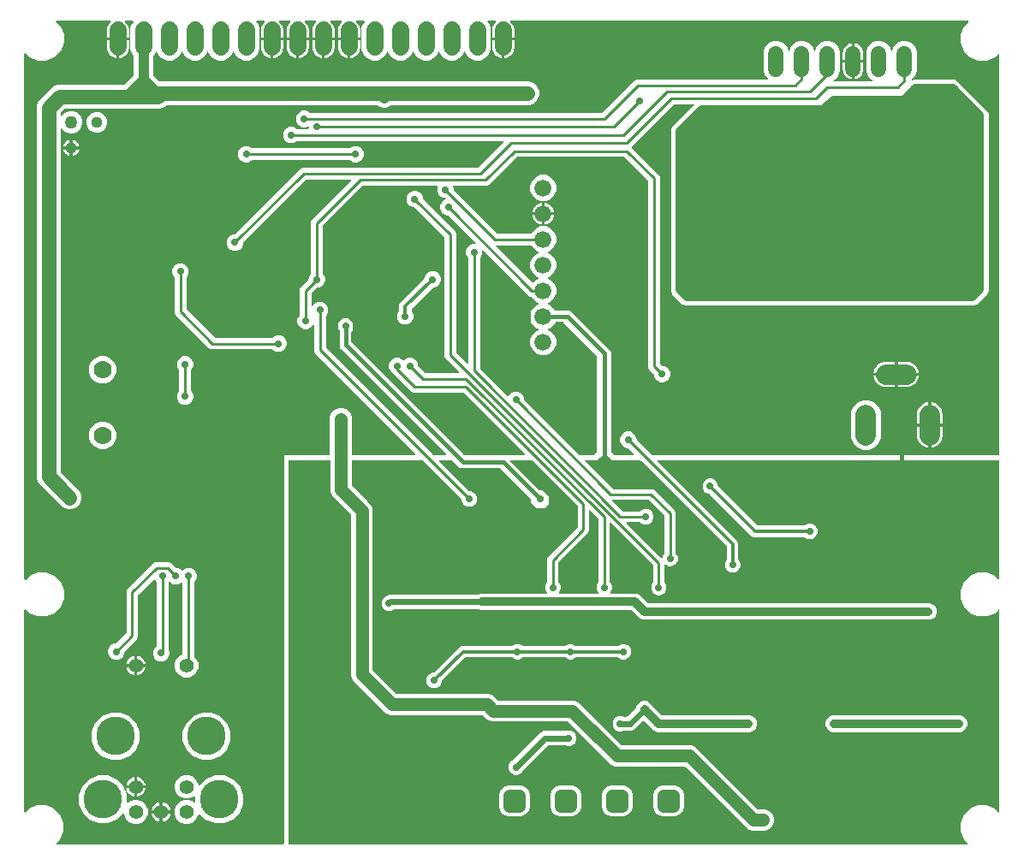
<source format=gbr>
G04 EAGLE Gerber RS-274X export*
G75*
%MOMM*%
%FSLAX34Y34*%
%LPD*%
%INBottom Copper*%
%IPPOS*%
%AMOC8*
5,1,8,0,0,1.08239X$1,22.5*%
G01*
%ADD10C,1.676400*%
%ADD11C,1.117600*%
%ADD12C,1.422400*%
%ADD13C,3.816000*%
%ADD14C,2.000000*%
%ADD15C,1.524000*%
%ADD16C,1.676400*%
%ADD17C,2.000000*%
%ADD18C,1.778000*%
%ADD19C,0.706400*%
%ADD20C,1.270000*%
%ADD21C,0.406400*%
%ADD22C,0.254000*%
%ADD23C,1.422400*%
%ADD24C,1.016000*%
%ADD25C,0.812800*%
%ADD26C,3.810000*%
%ADD27C,0.609600*%
%ADD28C,0.304800*%
%ADD29C,1.270000*%
%ADD30C,0.355600*%

G36*
X263545Y7624D02*
X263545Y7624D01*
X263564Y7622D01*
X263666Y7644D01*
X263768Y7660D01*
X263785Y7670D01*
X263805Y7674D01*
X263894Y7727D01*
X263985Y7776D01*
X263999Y7790D01*
X264016Y7800D01*
X264083Y7879D01*
X264155Y7954D01*
X264163Y7972D01*
X264176Y7987D01*
X264215Y8083D01*
X264258Y8177D01*
X264260Y8197D01*
X264268Y8215D01*
X264286Y8382D01*
X264286Y392939D01*
X308991Y392939D01*
X309011Y392942D01*
X309030Y392940D01*
X309132Y392962D01*
X309234Y392979D01*
X309251Y392988D01*
X309271Y392992D01*
X309360Y393045D01*
X309451Y393094D01*
X309465Y393108D01*
X309482Y393118D01*
X309549Y393197D01*
X309621Y393272D01*
X309629Y393290D01*
X309642Y393305D01*
X309681Y393401D01*
X309724Y393495D01*
X309726Y393515D01*
X309734Y393533D01*
X309752Y393700D01*
X309752Y430798D01*
X311415Y434812D01*
X314488Y437885D01*
X318502Y439548D01*
X322848Y439548D01*
X326862Y437885D01*
X329935Y434812D01*
X331598Y430798D01*
X331598Y393700D01*
X331601Y393680D01*
X331599Y393661D01*
X331621Y393559D01*
X331637Y393457D01*
X331647Y393440D01*
X331651Y393420D01*
X331704Y393331D01*
X331753Y393240D01*
X331767Y393226D01*
X331777Y393209D01*
X331856Y393142D01*
X331931Y393071D01*
X331949Y393062D01*
X331964Y393049D01*
X332060Y393010D01*
X332154Y392967D01*
X332174Y392965D01*
X332192Y392957D01*
X332359Y392939D01*
X393886Y392939D01*
X393956Y392950D01*
X394028Y392952D01*
X394077Y392970D01*
X394128Y392979D01*
X394192Y393012D01*
X394259Y393037D01*
X394300Y393069D01*
X394346Y393094D01*
X394395Y393146D01*
X394451Y393190D01*
X394479Y393234D01*
X394515Y393272D01*
X394545Y393337D01*
X394584Y393397D01*
X394597Y393448D01*
X394619Y393495D01*
X394627Y393566D01*
X394644Y393636D01*
X394640Y393688D01*
X394646Y393739D01*
X394631Y393810D01*
X394625Y393881D01*
X394605Y393929D01*
X394594Y393980D01*
X394557Y394041D01*
X394529Y394107D01*
X394484Y394163D01*
X394467Y394191D01*
X394450Y394206D01*
X394424Y394238D01*
X295084Y493578D01*
X294195Y495725D01*
X294195Y520844D01*
X294179Y520940D01*
X294170Y521037D01*
X294159Y521061D01*
X294155Y521087D01*
X294110Y521173D01*
X294070Y521262D01*
X294052Y521281D01*
X294040Y521304D01*
X293969Y521371D01*
X293903Y521443D01*
X293881Y521456D01*
X293862Y521474D01*
X293773Y521515D01*
X293688Y521562D01*
X293662Y521566D01*
X293639Y521577D01*
X293542Y521588D01*
X293446Y521605D01*
X293420Y521602D01*
X293394Y521604D01*
X293299Y521584D01*
X293203Y521570D01*
X293179Y521558D01*
X293154Y521552D01*
X293070Y521502D01*
X292983Y521458D01*
X292965Y521439D01*
X292943Y521426D01*
X292879Y521352D01*
X292811Y521282D01*
X292795Y521254D01*
X292783Y521239D01*
X292770Y521208D01*
X292730Y521136D01*
X292621Y520872D01*
X290341Y518592D01*
X287362Y517358D01*
X284138Y517358D01*
X281159Y518592D01*
X278879Y520872D01*
X277645Y523850D01*
X277645Y527075D01*
X278879Y530053D01*
X279684Y530859D01*
X279732Y530925D01*
X279739Y530933D01*
X279741Y530937D01*
X279797Y531002D01*
X279809Y531032D01*
X279828Y531058D01*
X279855Y531145D01*
X279889Y531230D01*
X279893Y531271D01*
X279900Y531293D01*
X279899Y531326D01*
X279907Y531397D01*
X279907Y556787D01*
X280797Y558935D01*
X288535Y566673D01*
X288588Y566747D01*
X288647Y566816D01*
X288660Y566846D01*
X288678Y566872D01*
X288705Y566959D01*
X288739Y567044D01*
X288744Y567085D01*
X288751Y567107D01*
X288750Y567139D01*
X288758Y567211D01*
X288758Y568350D01*
X289992Y571328D01*
X290797Y572134D01*
X290850Y572208D01*
X290909Y572277D01*
X290922Y572307D01*
X290940Y572333D01*
X290967Y572420D01*
X291001Y572505D01*
X291006Y572546D01*
X291013Y572568D01*
X291012Y572601D01*
X291020Y572672D01*
X291020Y623462D01*
X291909Y625610D01*
X330670Y664370D01*
X330712Y664428D01*
X330761Y664480D01*
X330783Y664528D01*
X330813Y664570D01*
X330834Y664638D01*
X330865Y664704D01*
X330870Y664755D01*
X330886Y664805D01*
X330884Y664877D01*
X330892Y664948D01*
X330881Y664999D01*
X330879Y665051D01*
X330855Y665118D01*
X330840Y665188D01*
X330813Y665233D01*
X330795Y665282D01*
X330750Y665338D01*
X330713Y665399D01*
X330674Y665433D01*
X330641Y665474D01*
X330581Y665513D01*
X330526Y665559D01*
X330478Y665579D01*
X330434Y665607D01*
X330365Y665624D01*
X330298Y665651D01*
X330227Y665659D01*
X330196Y665667D01*
X330173Y665665D01*
X330132Y665670D01*
X286898Y665670D01*
X286808Y665655D01*
X286717Y665648D01*
X286687Y665635D01*
X286655Y665630D01*
X286575Y665587D01*
X286491Y665552D01*
X286459Y665526D01*
X286438Y665515D01*
X286416Y665492D01*
X286360Y665447D01*
X224228Y603315D01*
X224175Y603241D01*
X224115Y603171D01*
X224103Y603141D01*
X224084Y603115D01*
X224057Y603028D01*
X224023Y602943D01*
X224019Y602902D01*
X224012Y602880D01*
X224013Y602848D01*
X224005Y602777D01*
X224005Y601638D01*
X222771Y598659D01*
X220491Y596379D01*
X217512Y595145D01*
X214288Y595145D01*
X211309Y596379D01*
X209029Y598659D01*
X207795Y601638D01*
X207795Y604862D01*
X209029Y607841D01*
X211309Y610121D01*
X214288Y611355D01*
X215427Y611355D01*
X215517Y611369D01*
X215608Y611377D01*
X215637Y611389D01*
X215669Y611394D01*
X215750Y611437D01*
X215834Y611473D01*
X215866Y611499D01*
X215887Y611510D01*
X215909Y611533D01*
X215965Y611578D01*
X280853Y676466D01*
X283000Y677355D01*
X456052Y677355D01*
X456142Y677370D01*
X456233Y677377D01*
X456263Y677390D01*
X456295Y677395D01*
X456375Y677438D01*
X456459Y677473D01*
X456491Y677499D01*
X456512Y677510D01*
X456534Y677533D01*
X456590Y677578D01*
X481482Y702470D01*
X481524Y702528D01*
X481574Y702580D01*
X481596Y702628D01*
X481626Y702670D01*
X481647Y702738D01*
X481677Y702804D01*
X481683Y702855D01*
X481698Y702905D01*
X481696Y702977D01*
X481704Y703048D01*
X481693Y703099D01*
X481692Y703151D01*
X481667Y703218D01*
X481652Y703288D01*
X481625Y703333D01*
X481607Y703382D01*
X481563Y703438D01*
X481526Y703499D01*
X481486Y703533D01*
X481454Y703574D01*
X481393Y703613D01*
X481339Y703659D01*
X481291Y703679D01*
X481247Y703707D01*
X481177Y703724D01*
X481111Y703751D01*
X481039Y703759D01*
X481008Y703767D01*
X480985Y703765D01*
X480944Y703770D01*
X277397Y703770D01*
X277307Y703755D01*
X277216Y703748D01*
X277186Y703735D01*
X277154Y703730D01*
X277073Y703687D01*
X276990Y703652D01*
X276957Y703626D01*
X276937Y703615D01*
X276915Y703592D01*
X276859Y703547D01*
X276053Y702742D01*
X273075Y701508D01*
X269850Y701508D01*
X266872Y702742D01*
X264592Y705022D01*
X263358Y708000D01*
X263358Y711225D01*
X264592Y714203D01*
X266872Y716483D01*
X269850Y717717D01*
X273075Y717717D01*
X276053Y716483D01*
X276859Y715678D01*
X276933Y715625D01*
X277002Y715566D01*
X277032Y715553D01*
X277058Y715535D01*
X277145Y715508D01*
X277230Y715474D01*
X277271Y715469D01*
X277293Y715462D01*
X277326Y715463D01*
X277397Y715455D01*
X287997Y715455D01*
X288016Y715458D01*
X288036Y715456D01*
X288137Y715478D01*
X288239Y715495D01*
X288257Y715504D01*
X288276Y715509D01*
X288365Y715562D01*
X288457Y715610D01*
X288470Y715624D01*
X288487Y715635D01*
X288555Y715713D01*
X288626Y715788D01*
X288634Y715806D01*
X288647Y715822D01*
X288686Y715918D01*
X288730Y716011D01*
X288732Y716031D01*
X288739Y716050D01*
X288758Y716216D01*
X288758Y717479D01*
X288750Y717524D01*
X288752Y717570D01*
X288731Y717645D01*
X288718Y717722D01*
X288697Y717762D01*
X288684Y717807D01*
X288639Y717871D01*
X288603Y717939D01*
X288570Y717971D01*
X288543Y718009D01*
X288481Y718055D01*
X288425Y718109D01*
X288383Y718128D01*
X288346Y718155D01*
X288272Y718179D01*
X288202Y718212D01*
X288156Y718217D01*
X288112Y718232D01*
X288034Y718231D01*
X287957Y718239D01*
X287912Y718230D01*
X287866Y718229D01*
X287735Y718191D01*
X287717Y718187D01*
X287712Y718185D01*
X287705Y718182D01*
X285775Y717383D01*
X282550Y717383D01*
X279572Y718617D01*
X277292Y720897D01*
X276058Y723875D01*
X276058Y727100D01*
X277292Y730078D01*
X279572Y732358D01*
X282550Y733592D01*
X285775Y733592D01*
X288753Y732358D01*
X289559Y731553D01*
X289633Y731500D01*
X289702Y731441D01*
X289732Y731428D01*
X289758Y731410D01*
X289845Y731383D01*
X289930Y731349D01*
X289971Y731344D01*
X289993Y731337D01*
X290026Y731338D01*
X290097Y731330D01*
X578290Y731330D01*
X578380Y731345D01*
X578471Y731352D01*
X578500Y731365D01*
X578532Y731370D01*
X578613Y731413D01*
X578697Y731448D01*
X578729Y731474D01*
X578750Y731485D01*
X578772Y731508D01*
X578828Y731553D01*
X611053Y763778D01*
X613200Y764668D01*
X742156Y764668D01*
X742227Y764679D01*
X742299Y764681D01*
X742348Y764699D01*
X742399Y764707D01*
X742462Y764741D01*
X742530Y764766D01*
X742570Y764798D01*
X742616Y764823D01*
X742666Y764875D01*
X742722Y764919D01*
X742750Y764963D01*
X742786Y765001D01*
X742816Y765066D01*
X742855Y765126D01*
X742868Y765177D01*
X742889Y765224D01*
X742897Y765295D01*
X742915Y765365D01*
X742911Y765417D01*
X742917Y765468D01*
X742901Y765539D01*
X742896Y765610D01*
X742875Y765658D01*
X742864Y765709D01*
X742827Y765770D01*
X742799Y765836D01*
X742755Y765892D01*
X742738Y765920D01*
X742720Y765935D01*
X742695Y765967D01*
X740551Y768111D01*
X738695Y772592D01*
X738695Y792683D01*
X740551Y797164D01*
X743981Y800594D01*
X748462Y802450D01*
X753313Y802450D01*
X757794Y800594D01*
X761224Y797164D01*
X762884Y793156D01*
X762922Y793095D01*
X762951Y793030D01*
X762986Y792991D01*
X763014Y792947D01*
X763069Y792901D01*
X763118Y792848D01*
X763163Y792823D01*
X763203Y792790D01*
X763270Y792764D01*
X763333Y792730D01*
X763384Y792721D01*
X763433Y792702D01*
X763504Y792699D01*
X763575Y792686D01*
X763627Y792694D01*
X763679Y792692D01*
X763748Y792712D01*
X763818Y792722D01*
X763865Y792746D01*
X763915Y792760D01*
X763974Y792801D01*
X764038Y792833D01*
X764074Y792871D01*
X764117Y792900D01*
X764160Y792958D01*
X764210Y793009D01*
X764244Y793072D01*
X764264Y793098D01*
X764271Y793120D01*
X764291Y793156D01*
X765951Y797164D01*
X769381Y800594D01*
X773862Y802450D01*
X778713Y802450D01*
X783194Y800594D01*
X786624Y797164D01*
X788284Y793156D01*
X788322Y793095D01*
X788351Y793030D01*
X788386Y792991D01*
X788414Y792947D01*
X788469Y792901D01*
X788518Y792848D01*
X788563Y792823D01*
X788603Y792790D01*
X788670Y792764D01*
X788733Y792730D01*
X788784Y792721D01*
X788833Y792702D01*
X788904Y792699D01*
X788975Y792686D01*
X789027Y792694D01*
X789079Y792692D01*
X789148Y792712D01*
X789218Y792722D01*
X789265Y792746D01*
X789315Y792760D01*
X789374Y792801D01*
X789438Y792833D01*
X789474Y792871D01*
X789517Y792900D01*
X789560Y792958D01*
X789610Y793009D01*
X789644Y793072D01*
X789664Y793098D01*
X789671Y793120D01*
X789691Y793156D01*
X791351Y797164D01*
X794781Y800594D01*
X799262Y802450D01*
X804113Y802450D01*
X808594Y800594D01*
X812024Y797164D01*
X813880Y792683D01*
X813880Y772592D01*
X812024Y768111D01*
X808594Y764681D01*
X808265Y764545D01*
X808182Y764493D01*
X808096Y764448D01*
X808078Y764429D01*
X808056Y764415D01*
X807994Y764340D01*
X807927Y764270D01*
X807916Y764246D01*
X807899Y764226D01*
X807865Y764135D01*
X807823Y764046D01*
X807821Y764020D01*
X807811Y763996D01*
X807807Y763899D01*
X807796Y763802D01*
X807802Y763777D01*
X807801Y763750D01*
X807828Y763657D01*
X807849Y763562D01*
X807862Y763539D01*
X807869Y763514D01*
X807925Y763434D01*
X807975Y763351D01*
X807995Y763334D01*
X808010Y763312D01*
X808088Y763254D01*
X808162Y763191D01*
X808186Y763181D01*
X808207Y763165D01*
X808300Y763135D01*
X808390Y763099D01*
X808422Y763095D01*
X808441Y763089D01*
X808474Y763089D01*
X808557Y763080D01*
X845618Y763080D01*
X845714Y763096D01*
X845811Y763105D01*
X845835Y763116D01*
X845861Y763120D01*
X845947Y763165D01*
X846036Y763205D01*
X846056Y763223D01*
X846079Y763235D01*
X846146Y763306D01*
X846217Y763372D01*
X846230Y763394D01*
X846248Y763413D01*
X846289Y763502D01*
X846336Y763587D01*
X846341Y763613D01*
X846352Y763636D01*
X846362Y763733D01*
X846380Y763829D01*
X846376Y763855D01*
X846379Y763881D01*
X846358Y763976D01*
X846344Y764072D01*
X846332Y764096D01*
X846326Y764121D01*
X846276Y764205D01*
X846232Y764292D01*
X846214Y764310D01*
X846200Y764332D01*
X846126Y764396D01*
X846057Y764464D01*
X846028Y764480D01*
X846013Y764492D01*
X845982Y764505D01*
X845910Y764545D01*
X845581Y764681D01*
X842151Y768111D01*
X840295Y772592D01*
X840295Y792683D01*
X842151Y797164D01*
X845581Y800594D01*
X850062Y802450D01*
X854913Y802450D01*
X859394Y800594D01*
X862824Y797164D01*
X864484Y793156D01*
X864522Y793095D01*
X864551Y793030D01*
X864586Y792991D01*
X864614Y792947D01*
X864669Y792901D01*
X864718Y792849D01*
X864763Y792823D01*
X864803Y792790D01*
X864870Y792765D01*
X864933Y792730D01*
X864984Y792721D01*
X865033Y792702D01*
X865104Y792699D01*
X865175Y792686D01*
X865227Y792694D01*
X865279Y792692D01*
X865348Y792712D01*
X865418Y792722D01*
X865465Y792746D01*
X865515Y792760D01*
X865574Y792801D01*
X865638Y792834D01*
X865674Y792871D01*
X865717Y792900D01*
X865760Y792958D01*
X865810Y793009D01*
X865844Y793072D01*
X865864Y793098D01*
X865871Y793120D01*
X865891Y793156D01*
X867551Y797164D01*
X870981Y800594D01*
X875462Y802450D01*
X880313Y802450D01*
X884794Y800594D01*
X888224Y797164D01*
X890080Y792683D01*
X890080Y772592D01*
X888224Y768111D01*
X885068Y764955D01*
X885011Y764876D01*
X884949Y764801D01*
X884940Y764776D01*
X884924Y764755D01*
X884896Y764662D01*
X884861Y764571D01*
X884860Y764545D01*
X884852Y764520D01*
X884855Y764423D01*
X884851Y764325D01*
X884858Y764300D01*
X884858Y764274D01*
X884892Y764183D01*
X884919Y764089D01*
X884934Y764068D01*
X884943Y764043D01*
X885004Y763967D01*
X885059Y763887D01*
X885080Y763872D01*
X885097Y763851D01*
X885179Y763798D01*
X885257Y763740D01*
X885282Y763732D01*
X885304Y763718D01*
X885398Y763694D01*
X885491Y763664D01*
X885517Y763664D01*
X885542Y763658D01*
X885639Y763666D01*
X885737Y763667D01*
X885768Y763676D01*
X885787Y763677D01*
X885818Y763690D01*
X885898Y763713D01*
X887282Y764287D01*
X927230Y764287D01*
X930405Y762972D01*
X959822Y733555D01*
X961137Y730380D01*
X961137Y555495D01*
X959822Y552320D01*
X949455Y541953D01*
X946280Y540638D01*
X661857Y540638D01*
X658683Y541953D01*
X648316Y552320D01*
X647001Y555495D01*
X647001Y714505D01*
X648316Y717680D01*
X669619Y738983D01*
X669660Y739041D01*
X669710Y739093D01*
X669732Y739140D01*
X669762Y739182D01*
X669783Y739251D01*
X669813Y739316D01*
X669819Y739368D01*
X669834Y739418D01*
X669833Y739489D01*
X669840Y739560D01*
X669829Y739611D01*
X669828Y739663D01*
X669803Y739731D01*
X669788Y739801D01*
X669762Y739846D01*
X669744Y739894D01*
X669699Y739950D01*
X669662Y740012D01*
X669622Y740046D01*
X669590Y740086D01*
X669530Y740125D01*
X669475Y740172D01*
X669427Y740191D01*
X669383Y740219D01*
X669314Y740237D01*
X669247Y740264D01*
X669176Y740272D01*
X669144Y740280D01*
X669121Y740278D01*
X669080Y740282D01*
X650435Y740282D01*
X650345Y740268D01*
X650254Y740260D01*
X650225Y740248D01*
X650193Y740243D01*
X650112Y740200D01*
X650028Y740164D01*
X649996Y740138D01*
X649975Y740127D01*
X649953Y740104D01*
X649897Y740059D01*
X608082Y698245D01*
X608071Y698228D01*
X608055Y698216D01*
X607999Y698129D01*
X607939Y698045D01*
X607933Y698026D01*
X607922Y698009D01*
X607897Y697908D01*
X607866Y697810D01*
X607867Y697790D01*
X607862Y697770D01*
X607870Y697668D01*
X607873Y697564D01*
X607880Y697545D01*
X607881Y697525D01*
X607922Y697430D01*
X607957Y697333D01*
X607970Y697317D01*
X607978Y697299D01*
X608082Y697168D01*
X635191Y670060D01*
X636080Y667912D01*
X636080Y483748D01*
X636095Y483658D01*
X636102Y483567D01*
X636115Y483537D01*
X636120Y483505D01*
X636163Y483425D01*
X636198Y483341D01*
X636224Y483309D01*
X636235Y483288D01*
X636258Y483266D01*
X636303Y483210D01*
X638110Y481403D01*
X638184Y481350D01*
X638254Y481290D01*
X638284Y481278D01*
X638310Y481259D01*
X638397Y481232D01*
X638482Y481198D01*
X638523Y481194D01*
X638545Y481187D01*
X638577Y481188D01*
X638648Y481180D01*
X639787Y481180D01*
X642766Y479946D01*
X645046Y477666D01*
X646280Y474687D01*
X646280Y471463D01*
X645046Y468484D01*
X642766Y466204D01*
X639787Y464970D01*
X636563Y464970D01*
X633584Y466204D01*
X631304Y468484D01*
X630070Y471463D01*
X630070Y472602D01*
X630056Y472692D01*
X630048Y472783D01*
X630036Y472812D01*
X630031Y472844D01*
X629988Y472925D01*
X629952Y473009D01*
X629926Y473041D01*
X629915Y473062D01*
X629892Y473084D01*
X629847Y473140D01*
X625284Y477703D01*
X624395Y479850D01*
X624395Y664015D01*
X624380Y664105D01*
X624373Y664196D01*
X624360Y664225D01*
X624355Y664257D01*
X624312Y664338D01*
X624277Y664422D01*
X624251Y664454D01*
X624240Y664475D01*
X624217Y664497D01*
X624172Y664553D01*
X601053Y687672D01*
X600979Y687725D01*
X600909Y687784D01*
X600879Y687797D01*
X600853Y687815D01*
X600766Y687842D01*
X600681Y687876D01*
X600640Y687881D01*
X600618Y687888D01*
X600586Y687887D01*
X600515Y687895D01*
X494860Y687895D01*
X494770Y687880D01*
X494679Y687873D01*
X494650Y687860D01*
X494618Y687855D01*
X494537Y687812D01*
X494453Y687777D01*
X494421Y687751D01*
X494400Y687740D01*
X494378Y687717D01*
X494322Y687672D01*
X466860Y660209D01*
X464712Y659320D01*
X432249Y659320D01*
X432204Y659312D01*
X432158Y659314D01*
X432083Y659293D01*
X432006Y659280D01*
X431966Y659259D01*
X431922Y659246D01*
X431858Y659201D01*
X431789Y659165D01*
X431757Y659132D01*
X431720Y659105D01*
X431673Y659043D01*
X431620Y658987D01*
X431600Y658945D01*
X431573Y658908D01*
X431549Y658834D01*
X431516Y658764D01*
X431511Y658718D01*
X431497Y658674D01*
X431497Y658596D01*
X431489Y658519D01*
X431499Y658474D01*
X431499Y658428D01*
X431537Y658297D01*
X431541Y658279D01*
X431544Y658274D01*
X431546Y658267D01*
X431967Y657250D01*
X431967Y656111D01*
X431982Y656021D01*
X431989Y655930D01*
X432002Y655900D01*
X432007Y655868D01*
X432050Y655788D01*
X432085Y655704D01*
X432111Y655672D01*
X432122Y655651D01*
X432145Y655629D01*
X432190Y655573D01*
X475272Y612491D01*
X475346Y612438D01*
X475416Y612378D01*
X475446Y612366D01*
X475472Y612347D01*
X475559Y612320D01*
X475644Y612286D01*
X475685Y612282D01*
X475707Y612275D01*
X475739Y612276D01*
X475810Y612268D01*
X508589Y612268D01*
X508704Y612287D01*
X508820Y612304D01*
X508826Y612306D01*
X508832Y612307D01*
X508935Y612362D01*
X509040Y612415D01*
X509044Y612420D01*
X509050Y612423D01*
X509129Y612507D01*
X509212Y612591D01*
X509215Y612597D01*
X509219Y612601D01*
X509227Y612618D01*
X509293Y612738D01*
X509718Y613763D01*
X513362Y617407D01*
X518123Y619380D01*
X523277Y619380D01*
X528038Y617407D01*
X531682Y613763D01*
X533655Y609002D01*
X533655Y603848D01*
X531682Y599087D01*
X528038Y595443D01*
X525590Y594428D01*
X525529Y594390D01*
X525463Y594361D01*
X525425Y594326D01*
X525381Y594299D01*
X525335Y594243D01*
X525282Y594195D01*
X525257Y594149D01*
X525224Y594109D01*
X525198Y594042D01*
X525164Y593979D01*
X525154Y593928D01*
X525136Y593880D01*
X525133Y593808D01*
X525120Y593737D01*
X525127Y593686D01*
X525125Y593634D01*
X525145Y593565D01*
X525156Y593494D01*
X525179Y593448D01*
X525194Y593398D01*
X525235Y593339D01*
X525267Y593275D01*
X525304Y593238D01*
X525334Y593196D01*
X525392Y593153D01*
X525443Y593103D01*
X525506Y593068D01*
X525531Y593049D01*
X525554Y593042D01*
X525590Y593022D01*
X528038Y592007D01*
X531682Y588363D01*
X533655Y583602D01*
X533655Y578448D01*
X531682Y573687D01*
X528038Y570043D01*
X525590Y569028D01*
X525529Y568990D01*
X525463Y568961D01*
X525425Y568926D01*
X525381Y568899D01*
X525335Y568843D01*
X525282Y568795D01*
X525257Y568749D01*
X525224Y568709D01*
X525198Y568642D01*
X525164Y568579D01*
X525154Y568528D01*
X525136Y568480D01*
X525133Y568408D01*
X525120Y568337D01*
X525127Y568286D01*
X525125Y568234D01*
X525145Y568165D01*
X525156Y568094D01*
X525179Y568048D01*
X525194Y567998D01*
X525235Y567939D01*
X525267Y567875D01*
X525304Y567838D01*
X525334Y567796D01*
X525392Y567753D01*
X525443Y567703D01*
X525506Y567668D01*
X525531Y567649D01*
X525554Y567642D01*
X525590Y567622D01*
X528038Y566607D01*
X531682Y562963D01*
X533655Y558202D01*
X533655Y553048D01*
X531682Y548287D01*
X528038Y544643D01*
X525590Y543628D01*
X525507Y543577D01*
X525421Y543531D01*
X525403Y543513D01*
X525381Y543499D01*
X525318Y543423D01*
X525252Y543353D01*
X525241Y543329D01*
X525224Y543309D01*
X525189Y543218D01*
X525148Y543130D01*
X525145Y543104D01*
X525136Y543080D01*
X525132Y542982D01*
X525121Y542886D01*
X525126Y542860D01*
X525125Y542834D01*
X525152Y542740D01*
X525173Y542645D01*
X525187Y542623D01*
X525194Y542598D01*
X525249Y542518D01*
X525299Y542434D01*
X525319Y542417D01*
X525334Y542396D01*
X525412Y542337D01*
X525486Y542274D01*
X525510Y542264D01*
X525531Y542249D01*
X525624Y542219D01*
X525714Y542182D01*
X525747Y542179D01*
X525765Y542173D01*
X525798Y542173D01*
X525881Y542164D01*
X526735Y542164D01*
X532862Y536037D01*
X532936Y535984D01*
X533005Y535924D01*
X533035Y535912D01*
X533061Y535893D01*
X533148Y535866D01*
X533233Y535832D01*
X533274Y535828D01*
X533297Y535821D01*
X533329Y535822D01*
X533400Y535814D01*
X547372Y535814D01*
X588201Y494985D01*
X588201Y396875D01*
X588216Y396785D01*
X588223Y396694D01*
X588236Y396664D01*
X588241Y396632D01*
X588284Y396552D01*
X588319Y396468D01*
X588345Y396436D01*
X588356Y396415D01*
X588379Y396393D01*
X588424Y396337D01*
X591599Y393162D01*
X591673Y393109D01*
X591743Y393049D01*
X591773Y393037D01*
X591799Y393018D01*
X591886Y392991D01*
X591971Y392957D01*
X592012Y392953D01*
X592034Y392946D01*
X592066Y392947D01*
X592138Y392939D01*
X609426Y392939D01*
X609497Y392950D01*
X609569Y392952D01*
X609618Y392970D01*
X609669Y392979D01*
X609732Y393012D01*
X609800Y393037D01*
X609840Y393069D01*
X609886Y393094D01*
X609936Y393146D01*
X609992Y393190D01*
X610020Y393234D01*
X610056Y393272D01*
X610086Y393337D01*
X610125Y393397D01*
X610138Y393448D01*
X610159Y393495D01*
X610167Y393566D01*
X610185Y393636D01*
X610181Y393688D01*
X610187Y393739D01*
X610171Y393810D01*
X610166Y393881D01*
X610145Y393929D01*
X610134Y393980D01*
X610097Y394041D01*
X610069Y394107D01*
X610025Y394163D01*
X610008Y394191D01*
X609990Y394206D01*
X609965Y394238D01*
X604543Y399660D01*
X604469Y399713D01*
X604400Y399772D01*
X604370Y399785D01*
X604343Y399803D01*
X604256Y399830D01*
X604172Y399864D01*
X604131Y399869D01*
X604108Y399876D01*
X604076Y399875D01*
X604005Y399883D01*
X603225Y399883D01*
X600247Y401117D01*
X597967Y403397D01*
X596733Y406375D01*
X596733Y409600D01*
X597967Y412578D01*
X600247Y414858D01*
X603225Y416092D01*
X606450Y416092D01*
X609428Y414858D01*
X611708Y412578D01*
X612942Y409600D01*
X612942Y408820D01*
X612957Y408730D01*
X612964Y408639D01*
X612977Y408609D01*
X612982Y408577D01*
X613025Y408497D01*
X613060Y408413D01*
X613086Y408381D01*
X613097Y408360D01*
X613120Y408338D01*
X613138Y408316D01*
X613142Y408309D01*
X613147Y408305D01*
X613165Y408282D01*
X628285Y393162D01*
X628359Y393109D01*
X628429Y393049D01*
X628459Y393037D01*
X628485Y393018D01*
X628572Y392991D01*
X628657Y392957D01*
X628698Y392953D01*
X628720Y392946D01*
X628752Y392947D01*
X628824Y392939D01*
X971106Y392939D01*
X971125Y392942D01*
X971145Y392940D01*
X971246Y392962D01*
X971348Y392979D01*
X971366Y392988D01*
X971385Y392992D01*
X971474Y393045D01*
X971566Y393094D01*
X971579Y393108D01*
X971596Y393118D01*
X971664Y393197D01*
X971735Y393272D01*
X971743Y393290D01*
X971756Y393305D01*
X971795Y393401D01*
X971839Y393495D01*
X971841Y393515D01*
X971848Y393533D01*
X971867Y393700D01*
X971867Y789303D01*
X971855Y789373D01*
X971853Y789445D01*
X971835Y789494D01*
X971827Y789545D01*
X971793Y789609D01*
X971769Y789676D01*
X971736Y789717D01*
X971712Y789763D01*
X971660Y789812D01*
X971615Y789868D01*
X971571Y789896D01*
X971534Y789932D01*
X971469Y789962D01*
X971408Y790001D01*
X971358Y790014D01*
X971311Y790036D01*
X971239Y790044D01*
X971170Y790061D01*
X971118Y790057D01*
X971066Y790063D01*
X970996Y790048D01*
X970925Y790042D01*
X970877Y790022D01*
X970826Y790011D01*
X970764Y789974D01*
X970698Y789946D01*
X970642Y789901D01*
X970615Y789884D01*
X970599Y789867D01*
X970567Y789841D01*
X967260Y786533D01*
X959313Y783242D01*
X950712Y783242D01*
X942765Y786533D01*
X936683Y792615D01*
X933392Y800562D01*
X933392Y809163D01*
X936683Y817110D01*
X940916Y821342D01*
X940958Y821400D01*
X941007Y821452D01*
X941029Y821500D01*
X941059Y821542D01*
X941081Y821610D01*
X941111Y821676D01*
X941116Y821727D01*
X941132Y821777D01*
X941130Y821849D01*
X941138Y821920D01*
X941127Y821971D01*
X941125Y822023D01*
X941101Y822090D01*
X941086Y822160D01*
X941059Y822205D01*
X941041Y822254D01*
X940996Y822310D01*
X940959Y822371D01*
X940920Y822405D01*
X940887Y822446D01*
X940827Y822485D01*
X940772Y822531D01*
X940724Y822551D01*
X940680Y822579D01*
X940611Y822596D01*
X940544Y822623D01*
X940473Y822631D01*
X940442Y822639D01*
X940419Y822637D01*
X940378Y822642D01*
X488900Y822642D01*
X488829Y822630D01*
X488758Y822628D01*
X488709Y822610D01*
X488657Y822602D01*
X488594Y822568D01*
X488527Y822544D01*
X488486Y822511D01*
X488440Y822487D01*
X488391Y822435D01*
X488335Y822390D01*
X488306Y822346D01*
X488271Y822309D01*
X488240Y822244D01*
X488202Y822183D01*
X488189Y822133D01*
X488167Y822086D01*
X488159Y822014D01*
X488142Y821945D01*
X488146Y821893D01*
X488140Y821841D01*
X488155Y821771D01*
X488161Y821700D01*
X488181Y821652D01*
X488192Y821601D01*
X488229Y821539D01*
X488257Y821473D01*
X488302Y821417D01*
X488318Y821390D01*
X488336Y821374D01*
X488362Y821342D01*
X489344Y820360D01*
X490354Y818969D01*
X491135Y817437D01*
X491666Y815802D01*
X491935Y814104D01*
X491935Y806386D01*
X481775Y806386D01*
X481755Y806382D01*
X481735Y806385D01*
X481634Y806363D01*
X481532Y806346D01*
X481514Y806337D01*
X481495Y806332D01*
X481406Y806279D01*
X481315Y806231D01*
X481301Y806216D01*
X481284Y806206D01*
X481216Y806128D01*
X481145Y806053D01*
X481137Y806034D01*
X481124Y806019D01*
X481085Y805923D01*
X481042Y805829D01*
X481039Y805810D01*
X481032Y805791D01*
X481013Y805624D01*
X481013Y804862D01*
X481012Y804862D01*
X481012Y805624D01*
X481008Y805644D01*
X481011Y805664D01*
X480989Y805765D01*
X480972Y805867D01*
X480963Y805885D01*
X480958Y805904D01*
X480905Y805993D01*
X480857Y806085D01*
X480842Y806098D01*
X480832Y806115D01*
X480753Y806183D01*
X480678Y806254D01*
X480660Y806262D01*
X480645Y806275D01*
X480549Y806314D01*
X480455Y806358D01*
X480436Y806360D01*
X480417Y806367D01*
X480250Y806386D01*
X470090Y806386D01*
X470090Y814104D01*
X470359Y815802D01*
X470890Y817437D01*
X471671Y818969D01*
X472681Y820360D01*
X473663Y821342D01*
X473705Y821400D01*
X473754Y821452D01*
X473776Y821500D01*
X473807Y821542D01*
X473828Y821610D01*
X473858Y821676D01*
X473864Y821727D01*
X473879Y821777D01*
X473877Y821849D01*
X473885Y821920D01*
X473874Y821971D01*
X473873Y822023D01*
X473848Y822090D01*
X473833Y822160D01*
X473806Y822205D01*
X473788Y822254D01*
X473743Y822310D01*
X473707Y822371D01*
X473667Y822405D01*
X473635Y822446D01*
X473574Y822485D01*
X473520Y822531D01*
X473471Y822551D01*
X473428Y822579D01*
X473358Y822596D01*
X473292Y822623D01*
X473220Y822631D01*
X473189Y822639D01*
X473166Y822637D01*
X473125Y822642D01*
X466374Y822642D01*
X466303Y822630D01*
X466231Y822628D01*
X466182Y822610D01*
X466131Y822602D01*
X466068Y822568D01*
X466000Y822544D01*
X465960Y822511D01*
X465914Y822487D01*
X465864Y822435D01*
X465808Y822390D01*
X465780Y822346D01*
X465744Y822309D01*
X465714Y822244D01*
X465675Y822183D01*
X465663Y822133D01*
X465641Y822086D01*
X465633Y822014D01*
X465615Y821945D01*
X465619Y821893D01*
X465614Y821841D01*
X465629Y821771D01*
X465634Y821700D01*
X465655Y821652D01*
X465666Y821601D01*
X465703Y821539D01*
X465731Y821473D01*
X465776Y821417D01*
X465792Y821390D01*
X465810Y821374D01*
X465836Y821342D01*
X466595Y820583D01*
X468567Y815821D01*
X468567Y793904D01*
X466595Y789142D01*
X462951Y785498D01*
X458189Y783526D01*
X453036Y783526D01*
X448274Y785498D01*
X444630Y789142D01*
X443616Y791591D01*
X443578Y791652D01*
X443549Y791717D01*
X443514Y791756D01*
X443486Y791800D01*
X443431Y791846D01*
X443382Y791898D01*
X443337Y791923D01*
X443297Y791957D01*
X443230Y791982D01*
X443167Y792017D01*
X443116Y792026D01*
X443067Y792045D01*
X442996Y792048D01*
X442925Y792061D01*
X442873Y792053D01*
X442821Y792055D01*
X442752Y792035D01*
X442682Y792025D01*
X442635Y792001D01*
X442585Y791987D01*
X442526Y791946D01*
X442462Y791913D01*
X442426Y791876D01*
X442383Y791846D01*
X442340Y791789D01*
X442290Y791738D01*
X442255Y791675D01*
X442236Y791649D01*
X442229Y791627D01*
X442209Y791591D01*
X441195Y789142D01*
X437551Y785498D01*
X432789Y783526D01*
X427636Y783526D01*
X422874Y785498D01*
X419230Y789142D01*
X418216Y791591D01*
X418178Y791652D01*
X418149Y791717D01*
X418114Y791756D01*
X418086Y791800D01*
X418031Y791846D01*
X417982Y791898D01*
X417937Y791923D01*
X417897Y791957D01*
X417830Y791982D01*
X417767Y792017D01*
X417716Y792026D01*
X417667Y792045D01*
X417596Y792048D01*
X417525Y792061D01*
X417473Y792053D01*
X417421Y792055D01*
X417352Y792035D01*
X417282Y792025D01*
X417235Y792001D01*
X417185Y791987D01*
X417126Y791946D01*
X417062Y791913D01*
X417026Y791876D01*
X416983Y791846D01*
X416940Y791789D01*
X416890Y791738D01*
X416855Y791675D01*
X416836Y791649D01*
X416829Y791627D01*
X416809Y791591D01*
X415795Y789142D01*
X412151Y785498D01*
X407389Y783526D01*
X402236Y783526D01*
X397474Y785498D01*
X393830Y789142D01*
X392816Y791591D01*
X392778Y791652D01*
X392749Y791717D01*
X392714Y791756D01*
X392686Y791800D01*
X392631Y791846D01*
X392582Y791898D01*
X392537Y791923D01*
X392497Y791957D01*
X392430Y791982D01*
X392367Y792017D01*
X392316Y792026D01*
X392267Y792045D01*
X392196Y792048D01*
X392125Y792061D01*
X392073Y792053D01*
X392021Y792055D01*
X391952Y792035D01*
X391882Y792025D01*
X391835Y792001D01*
X391785Y791987D01*
X391726Y791946D01*
X391662Y791913D01*
X391626Y791876D01*
X391583Y791846D01*
X391540Y791789D01*
X391490Y791738D01*
X391455Y791675D01*
X391436Y791649D01*
X391429Y791627D01*
X391409Y791591D01*
X390395Y789142D01*
X386751Y785498D01*
X381989Y783526D01*
X376836Y783526D01*
X372074Y785498D01*
X368430Y789142D01*
X367416Y791591D01*
X367378Y791652D01*
X367349Y791717D01*
X367314Y791755D01*
X367286Y791800D01*
X367231Y791846D01*
X367182Y791898D01*
X367137Y791923D01*
X367097Y791957D01*
X367030Y791982D01*
X366967Y792017D01*
X366916Y792026D01*
X366867Y792045D01*
X366796Y792048D01*
X366725Y792061D01*
X366673Y792053D01*
X366621Y792055D01*
X366552Y792035D01*
X366482Y792025D01*
X366435Y792001D01*
X366385Y791987D01*
X366326Y791946D01*
X366262Y791913D01*
X366226Y791876D01*
X366183Y791846D01*
X366140Y791789D01*
X366090Y791738D01*
X366056Y791675D01*
X366036Y791649D01*
X366029Y791627D01*
X366009Y791591D01*
X364995Y789142D01*
X361351Y785498D01*
X356589Y783526D01*
X351436Y783526D01*
X346674Y785498D01*
X343030Y789142D01*
X341058Y793904D01*
X341058Y815821D01*
X343030Y820583D01*
X343789Y821342D01*
X343831Y821400D01*
X343881Y821452D01*
X343903Y821500D01*
X343933Y821542D01*
X343954Y821610D01*
X343984Y821676D01*
X343990Y821727D01*
X344005Y821777D01*
X344004Y821849D01*
X344011Y821920D01*
X344000Y821971D01*
X343999Y822023D01*
X343974Y822090D01*
X343959Y822160D01*
X343932Y822205D01*
X343915Y822254D01*
X343870Y822310D01*
X343833Y822371D01*
X343793Y822405D01*
X343761Y822446D01*
X343701Y822485D01*
X343646Y822531D01*
X343598Y822551D01*
X343554Y822579D01*
X343484Y822596D01*
X343418Y822623D01*
X343347Y822631D01*
X343315Y822639D01*
X343292Y822637D01*
X343251Y822642D01*
X336500Y822642D01*
X336429Y822630D01*
X336358Y822628D01*
X336309Y822610D01*
X336257Y822602D01*
X336194Y822568D01*
X336127Y822544D01*
X336086Y822511D01*
X336040Y822487D01*
X335991Y822435D01*
X335935Y822390D01*
X335906Y822346D01*
X335871Y822309D01*
X335840Y822244D01*
X335802Y822183D01*
X335789Y822133D01*
X335767Y822086D01*
X335759Y822014D01*
X335742Y821945D01*
X335746Y821893D01*
X335740Y821841D01*
X335755Y821771D01*
X335761Y821700D01*
X335781Y821652D01*
X335792Y821601D01*
X335829Y821539D01*
X335857Y821473D01*
X335902Y821417D01*
X335918Y821390D01*
X335936Y821374D01*
X335962Y821342D01*
X336944Y820360D01*
X337954Y818969D01*
X338735Y817437D01*
X339266Y815802D01*
X339535Y814104D01*
X339535Y806386D01*
X329375Y806386D01*
X329355Y806382D01*
X329335Y806385D01*
X329234Y806363D01*
X329132Y806346D01*
X329114Y806337D01*
X329095Y806332D01*
X329006Y806279D01*
X328915Y806231D01*
X328901Y806216D01*
X328884Y806206D01*
X328816Y806128D01*
X328745Y806053D01*
X328737Y806034D01*
X328724Y806019D01*
X328685Y805923D01*
X328642Y805829D01*
X328639Y805810D01*
X328632Y805791D01*
X328613Y805624D01*
X328613Y804862D01*
X328612Y804862D01*
X328612Y805624D01*
X328608Y805644D01*
X328611Y805664D01*
X328589Y805765D01*
X328572Y805867D01*
X328563Y805885D01*
X328558Y805904D01*
X328505Y805993D01*
X328457Y806085D01*
X328442Y806098D01*
X328432Y806115D01*
X328353Y806183D01*
X328278Y806254D01*
X328260Y806262D01*
X328245Y806275D01*
X328149Y806314D01*
X328055Y806358D01*
X328036Y806360D01*
X328017Y806367D01*
X327850Y806386D01*
X317690Y806386D01*
X317690Y814104D01*
X317959Y815802D01*
X318490Y817437D01*
X319271Y818969D01*
X320281Y820360D01*
X321263Y821342D01*
X321305Y821400D01*
X321354Y821452D01*
X321376Y821500D01*
X321407Y821542D01*
X321428Y821610D01*
X321458Y821676D01*
X321464Y821727D01*
X321479Y821777D01*
X321477Y821849D01*
X321485Y821920D01*
X321474Y821971D01*
X321473Y822023D01*
X321448Y822090D01*
X321433Y822160D01*
X321406Y822205D01*
X321388Y822254D01*
X321343Y822310D01*
X321307Y822371D01*
X321267Y822405D01*
X321235Y822446D01*
X321174Y822485D01*
X321120Y822531D01*
X321071Y822551D01*
X321028Y822579D01*
X320958Y822596D01*
X320892Y822623D01*
X320820Y822631D01*
X320789Y822639D01*
X320766Y822637D01*
X320725Y822642D01*
X311100Y822642D01*
X311029Y822630D01*
X310958Y822628D01*
X310909Y822610D01*
X310857Y822602D01*
X310794Y822568D01*
X310727Y822544D01*
X310686Y822511D01*
X310640Y822487D01*
X310591Y822435D01*
X310535Y822390D01*
X310506Y822346D01*
X310471Y822309D01*
X310440Y822244D01*
X310402Y822183D01*
X310389Y822133D01*
X310367Y822086D01*
X310359Y822014D01*
X310342Y821945D01*
X310346Y821893D01*
X310340Y821841D01*
X310355Y821771D01*
X310361Y821700D01*
X310381Y821652D01*
X310392Y821601D01*
X310429Y821539D01*
X310457Y821473D01*
X310502Y821417D01*
X310518Y821390D01*
X310536Y821374D01*
X310562Y821342D01*
X311544Y820360D01*
X312554Y818969D01*
X313335Y817437D01*
X313866Y815802D01*
X314135Y814104D01*
X314135Y806386D01*
X303975Y806386D01*
X303955Y806382D01*
X303935Y806385D01*
X303834Y806363D01*
X303732Y806346D01*
X303714Y806337D01*
X303695Y806332D01*
X303606Y806279D01*
X303515Y806231D01*
X303501Y806216D01*
X303484Y806206D01*
X303416Y806128D01*
X303345Y806053D01*
X303337Y806034D01*
X303324Y806019D01*
X303285Y805923D01*
X303242Y805829D01*
X303239Y805810D01*
X303232Y805791D01*
X303213Y805624D01*
X303213Y804862D01*
X303212Y804862D01*
X303212Y805624D01*
X303208Y805644D01*
X303211Y805664D01*
X303189Y805765D01*
X303172Y805867D01*
X303163Y805885D01*
X303158Y805904D01*
X303105Y805993D01*
X303057Y806085D01*
X303042Y806098D01*
X303032Y806115D01*
X302953Y806183D01*
X302878Y806254D01*
X302860Y806262D01*
X302845Y806275D01*
X302749Y806314D01*
X302655Y806358D01*
X302636Y806360D01*
X302617Y806367D01*
X302450Y806386D01*
X292290Y806386D01*
X292290Y814104D01*
X292559Y815802D01*
X293090Y817437D01*
X293871Y818969D01*
X294881Y820360D01*
X295863Y821342D01*
X295905Y821400D01*
X295954Y821452D01*
X295976Y821500D01*
X296007Y821542D01*
X296028Y821610D01*
X296058Y821676D01*
X296064Y821727D01*
X296079Y821777D01*
X296077Y821849D01*
X296085Y821920D01*
X296074Y821971D01*
X296073Y822023D01*
X296048Y822090D01*
X296033Y822160D01*
X296006Y822205D01*
X295988Y822254D01*
X295943Y822310D01*
X295907Y822371D01*
X295867Y822405D01*
X295835Y822446D01*
X295774Y822485D01*
X295720Y822531D01*
X295671Y822551D01*
X295628Y822579D01*
X295558Y822596D01*
X295492Y822623D01*
X295420Y822631D01*
X295389Y822639D01*
X295366Y822637D01*
X295325Y822642D01*
X285700Y822642D01*
X285629Y822630D01*
X285558Y822628D01*
X285509Y822610D01*
X285457Y822602D01*
X285394Y822568D01*
X285327Y822544D01*
X285286Y822511D01*
X285240Y822487D01*
X285191Y822435D01*
X285135Y822390D01*
X285106Y822346D01*
X285071Y822309D01*
X285040Y822244D01*
X285002Y822183D01*
X284989Y822133D01*
X284967Y822086D01*
X284959Y822014D01*
X284942Y821945D01*
X284946Y821893D01*
X284940Y821841D01*
X284955Y821771D01*
X284961Y821700D01*
X284981Y821652D01*
X284992Y821601D01*
X285029Y821539D01*
X285057Y821473D01*
X285102Y821417D01*
X285118Y821390D01*
X285136Y821374D01*
X285162Y821342D01*
X286144Y820360D01*
X287154Y818969D01*
X287935Y817437D01*
X288466Y815802D01*
X288735Y814104D01*
X288735Y806386D01*
X278575Y806386D01*
X278555Y806382D01*
X278535Y806385D01*
X278434Y806363D01*
X278332Y806346D01*
X278314Y806337D01*
X278295Y806332D01*
X278206Y806279D01*
X278115Y806231D01*
X278101Y806216D01*
X278084Y806206D01*
X278016Y806128D01*
X277945Y806053D01*
X277937Y806034D01*
X277924Y806019D01*
X277885Y805923D01*
X277842Y805829D01*
X277839Y805810D01*
X277832Y805791D01*
X277813Y805624D01*
X277813Y804862D01*
X277812Y804862D01*
X277812Y805624D01*
X277808Y805644D01*
X277811Y805664D01*
X277789Y805765D01*
X277772Y805867D01*
X277763Y805885D01*
X277758Y805904D01*
X277705Y805993D01*
X277657Y806085D01*
X277642Y806098D01*
X277632Y806115D01*
X277553Y806183D01*
X277478Y806254D01*
X277460Y806262D01*
X277445Y806275D01*
X277349Y806314D01*
X277255Y806358D01*
X277236Y806360D01*
X277217Y806367D01*
X277050Y806386D01*
X266890Y806386D01*
X266890Y814104D01*
X267159Y815802D01*
X267690Y817437D01*
X268471Y818969D01*
X269481Y820360D01*
X270463Y821342D01*
X270505Y821400D01*
X270554Y821452D01*
X270576Y821500D01*
X270607Y821542D01*
X270628Y821610D01*
X270658Y821676D01*
X270664Y821727D01*
X270679Y821777D01*
X270677Y821849D01*
X270685Y821920D01*
X270674Y821971D01*
X270673Y822023D01*
X270648Y822090D01*
X270633Y822160D01*
X270606Y822205D01*
X270588Y822254D01*
X270543Y822310D01*
X270507Y822371D01*
X270467Y822405D01*
X270435Y822446D01*
X270374Y822485D01*
X270320Y822531D01*
X270271Y822551D01*
X270228Y822579D01*
X270158Y822596D01*
X270092Y822623D01*
X270020Y822631D01*
X269989Y822639D01*
X269966Y822637D01*
X269925Y822642D01*
X260300Y822642D01*
X260229Y822630D01*
X260158Y822628D01*
X260109Y822610D01*
X260057Y822602D01*
X259994Y822568D01*
X259927Y822544D01*
X259886Y822511D01*
X259840Y822487D01*
X259791Y822435D01*
X259735Y822390D01*
X259706Y822346D01*
X259671Y822309D01*
X259640Y822244D01*
X259602Y822183D01*
X259589Y822133D01*
X259567Y822086D01*
X259559Y822014D01*
X259542Y821945D01*
X259546Y821893D01*
X259540Y821841D01*
X259555Y821771D01*
X259561Y821700D01*
X259581Y821652D01*
X259592Y821601D01*
X259629Y821539D01*
X259657Y821473D01*
X259702Y821417D01*
X259718Y821390D01*
X259736Y821374D01*
X259762Y821342D01*
X260744Y820360D01*
X261754Y818969D01*
X262535Y817437D01*
X263066Y815802D01*
X263335Y814104D01*
X263335Y806386D01*
X253175Y806386D01*
X253155Y806382D01*
X253135Y806385D01*
X253034Y806363D01*
X252932Y806346D01*
X252914Y806337D01*
X252895Y806332D01*
X252806Y806279D01*
X252715Y806231D01*
X252701Y806216D01*
X252684Y806206D01*
X252616Y806128D01*
X252545Y806053D01*
X252537Y806034D01*
X252524Y806019D01*
X252485Y805923D01*
X252442Y805829D01*
X252439Y805810D01*
X252432Y805791D01*
X252413Y805624D01*
X252413Y804862D01*
X252412Y804862D01*
X252412Y805624D01*
X252408Y805644D01*
X252411Y805664D01*
X252389Y805765D01*
X252372Y805867D01*
X252363Y805885D01*
X252358Y805904D01*
X252305Y805993D01*
X252257Y806085D01*
X252242Y806098D01*
X252232Y806115D01*
X252153Y806183D01*
X252078Y806254D01*
X252060Y806262D01*
X252045Y806275D01*
X251949Y806314D01*
X251855Y806358D01*
X251836Y806360D01*
X251817Y806367D01*
X251650Y806386D01*
X241490Y806386D01*
X241490Y814104D01*
X241759Y815802D01*
X242290Y817437D01*
X243071Y818969D01*
X244081Y820360D01*
X245063Y821342D01*
X245105Y821400D01*
X245154Y821452D01*
X245176Y821500D01*
X245207Y821542D01*
X245228Y821610D01*
X245258Y821676D01*
X245264Y821727D01*
X245279Y821777D01*
X245277Y821849D01*
X245285Y821920D01*
X245274Y821971D01*
X245273Y822023D01*
X245248Y822090D01*
X245233Y822160D01*
X245206Y822205D01*
X245188Y822254D01*
X245143Y822310D01*
X245107Y822371D01*
X245067Y822405D01*
X245035Y822446D01*
X244974Y822485D01*
X244920Y822531D01*
X244871Y822551D01*
X244828Y822579D01*
X244758Y822596D01*
X244692Y822623D01*
X244620Y822631D01*
X244589Y822639D01*
X244566Y822637D01*
X244525Y822642D01*
X237774Y822642D01*
X237703Y822630D01*
X237631Y822628D01*
X237582Y822610D01*
X237531Y822602D01*
X237468Y822568D01*
X237400Y822544D01*
X237360Y822511D01*
X237314Y822487D01*
X237264Y822435D01*
X237208Y822390D01*
X237180Y822346D01*
X237144Y822309D01*
X237114Y822244D01*
X237075Y822183D01*
X237063Y822133D01*
X237041Y822086D01*
X237033Y822014D01*
X237015Y821945D01*
X237019Y821893D01*
X237014Y821841D01*
X237029Y821771D01*
X237034Y821700D01*
X237055Y821652D01*
X237066Y821601D01*
X237103Y821539D01*
X237131Y821473D01*
X237176Y821417D01*
X237192Y821390D01*
X237210Y821374D01*
X237236Y821342D01*
X237995Y820583D01*
X239967Y815821D01*
X239967Y793904D01*
X237995Y789142D01*
X234351Y785498D01*
X229589Y783526D01*
X224436Y783526D01*
X219674Y785498D01*
X216030Y789142D01*
X215016Y791591D01*
X214978Y791652D01*
X214949Y791717D01*
X214914Y791756D01*
X214886Y791800D01*
X214831Y791846D01*
X214782Y791898D01*
X214737Y791923D01*
X214697Y791957D01*
X214630Y791982D01*
X214567Y792017D01*
X214516Y792026D01*
X214467Y792045D01*
X214396Y792048D01*
X214325Y792061D01*
X214273Y792053D01*
X214221Y792055D01*
X214152Y792035D01*
X214082Y792025D01*
X214035Y792001D01*
X213985Y791987D01*
X213926Y791946D01*
X213862Y791913D01*
X213826Y791876D01*
X213783Y791846D01*
X213740Y791789D01*
X213690Y791738D01*
X213655Y791675D01*
X213636Y791649D01*
X213629Y791627D01*
X213609Y791591D01*
X212595Y789142D01*
X208951Y785498D01*
X204189Y783526D01*
X199036Y783526D01*
X194274Y785498D01*
X190630Y789142D01*
X189616Y791591D01*
X189578Y791652D01*
X189549Y791717D01*
X189514Y791756D01*
X189486Y791800D01*
X189431Y791846D01*
X189382Y791898D01*
X189337Y791923D01*
X189297Y791957D01*
X189230Y791982D01*
X189167Y792017D01*
X189116Y792026D01*
X189067Y792045D01*
X188996Y792048D01*
X188925Y792061D01*
X188873Y792053D01*
X188821Y792055D01*
X188752Y792035D01*
X188682Y792025D01*
X188635Y792001D01*
X188585Y791987D01*
X188526Y791946D01*
X188462Y791913D01*
X188426Y791876D01*
X188383Y791846D01*
X188340Y791789D01*
X188290Y791738D01*
X188255Y791675D01*
X188236Y791649D01*
X188229Y791627D01*
X188209Y791591D01*
X187195Y789142D01*
X183551Y785498D01*
X178789Y783526D01*
X173636Y783526D01*
X168874Y785498D01*
X165230Y789142D01*
X164216Y791591D01*
X164178Y791652D01*
X164149Y791717D01*
X164114Y791756D01*
X164086Y791800D01*
X164031Y791846D01*
X163982Y791898D01*
X163937Y791923D01*
X163897Y791957D01*
X163830Y791982D01*
X163767Y792017D01*
X163716Y792026D01*
X163667Y792045D01*
X163596Y792048D01*
X163525Y792061D01*
X163473Y792053D01*
X163421Y792055D01*
X163352Y792035D01*
X163282Y792025D01*
X163235Y792001D01*
X163185Y791987D01*
X163126Y791946D01*
X163062Y791913D01*
X163026Y791876D01*
X162983Y791846D01*
X162940Y791789D01*
X162890Y791738D01*
X162855Y791675D01*
X162836Y791649D01*
X162829Y791627D01*
X162809Y791591D01*
X161795Y789142D01*
X158151Y785498D01*
X153389Y783526D01*
X148236Y783526D01*
X143474Y785498D01*
X139830Y789142D01*
X138816Y791591D01*
X138778Y791652D01*
X138749Y791717D01*
X138714Y791756D01*
X138686Y791800D01*
X138631Y791846D01*
X138582Y791898D01*
X138537Y791923D01*
X138497Y791957D01*
X138430Y791982D01*
X138367Y792017D01*
X138316Y792026D01*
X138267Y792045D01*
X138196Y792048D01*
X138125Y792061D01*
X138073Y792053D01*
X138021Y792055D01*
X137952Y792035D01*
X137882Y792025D01*
X137835Y792001D01*
X137785Y791987D01*
X137726Y791946D01*
X137662Y791913D01*
X137626Y791876D01*
X137583Y791846D01*
X137540Y791789D01*
X137490Y791738D01*
X137455Y791675D01*
X137436Y791649D01*
X137429Y791627D01*
X137409Y791591D01*
X136395Y789142D01*
X135288Y788035D01*
X135235Y787961D01*
X135176Y787892D01*
X135164Y787862D01*
X135145Y787836D01*
X135118Y787749D01*
X135084Y787664D01*
X135079Y787623D01*
X135072Y787601D01*
X135073Y787568D01*
X135065Y787497D01*
X135065Y769187D01*
X135080Y769097D01*
X135087Y769006D01*
X135100Y768977D01*
X135105Y768945D01*
X135148Y768864D01*
X135183Y768780D01*
X135209Y768748D01*
X135220Y768727D01*
X135243Y768705D01*
X135288Y768649D01*
X141142Y762795D01*
X141216Y762742D01*
X141285Y762683D01*
X141316Y762670D01*
X141342Y762652D01*
X141429Y762625D01*
X141514Y762591D01*
X141555Y762586D01*
X141577Y762579D01*
X141609Y762580D01*
X141680Y762572D01*
X507149Y762572D01*
X511444Y760793D01*
X514731Y757506D01*
X516510Y753212D01*
X516510Y748563D01*
X514731Y744269D01*
X511444Y740982D01*
X507149Y739203D01*
X370582Y739203D01*
X370492Y739188D01*
X370401Y739181D01*
X370371Y739168D01*
X370339Y739163D01*
X370258Y739120D01*
X370174Y739085D01*
X370142Y739059D01*
X370121Y739048D01*
X370103Y739028D01*
X370101Y739027D01*
X370095Y739021D01*
X370043Y738980D01*
X369005Y737942D01*
X365458Y736472D01*
X361617Y736472D01*
X358070Y737942D01*
X357032Y738980D01*
X356958Y739033D01*
X356888Y739092D01*
X356858Y739105D01*
X356832Y739123D01*
X356745Y739150D01*
X356660Y739184D01*
X356619Y739189D01*
X356597Y739196D01*
X356565Y739195D01*
X356493Y739203D01*
X148030Y739203D01*
X147940Y739188D01*
X147849Y739181D01*
X147820Y739168D01*
X147788Y739163D01*
X147707Y739120D01*
X147623Y739085D01*
X147591Y739059D01*
X147570Y739048D01*
X147551Y739028D01*
X147549Y739027D01*
X147544Y739021D01*
X147492Y738980D01*
X146319Y737807D01*
X142024Y736028D01*
X48018Y736028D01*
X47928Y736013D01*
X47837Y736006D01*
X47807Y735993D01*
X47775Y735988D01*
X47694Y735945D01*
X47610Y735910D01*
X47578Y735884D01*
X47558Y735873D01*
X47535Y735850D01*
X47480Y735805D01*
X43658Y731983D01*
X43605Y731909D01*
X43545Y731840D01*
X43533Y731810D01*
X43514Y731783D01*
X43487Y731696D01*
X43453Y731611D01*
X43449Y731571D01*
X43442Y731548D01*
X43443Y731516D01*
X43435Y731445D01*
X43435Y729057D01*
X43446Y728986D01*
X43448Y728915D01*
X43466Y728866D01*
X43474Y728814D01*
X43508Y728751D01*
X43533Y728684D01*
X43565Y728643D01*
X43590Y728597D01*
X43642Y728548D01*
X43686Y728492D01*
X43730Y728463D01*
X43768Y728428D01*
X43833Y728397D01*
X43893Y728359D01*
X43944Y728346D01*
X43991Y728324D01*
X44062Y728316D01*
X44132Y728299D01*
X44184Y728303D01*
X44235Y728297D01*
X44306Y728312D01*
X44377Y728318D01*
X44425Y728338D01*
X44476Y728349D01*
X44537Y728386D01*
X44603Y728414D01*
X44659Y728459D01*
X44687Y728475D01*
X44702Y728493D01*
X44734Y728519D01*
X47788Y731572D01*
X51802Y733235D01*
X56148Y733235D01*
X60162Y731572D01*
X63235Y728500D01*
X64898Y724485D01*
X64898Y720140D01*
X63235Y716125D01*
X60162Y713053D01*
X56148Y711390D01*
X51802Y711390D01*
X47788Y713053D01*
X44734Y716106D01*
X44676Y716148D01*
X44624Y716197D01*
X44577Y716219D01*
X44535Y716250D01*
X44466Y716271D01*
X44401Y716301D01*
X44349Y716307D01*
X44299Y716322D01*
X44228Y716320D01*
X44157Y716328D01*
X44106Y716317D01*
X44054Y716316D01*
X43986Y716291D01*
X43916Y716276D01*
X43871Y716249D01*
X43823Y716231D01*
X43767Y716186D01*
X43705Y716150D01*
X43671Y716110D01*
X43631Y716078D01*
X43592Y716017D01*
X43545Y715963D01*
X43526Y715914D01*
X43498Y715871D01*
X43480Y715801D01*
X43453Y715735D01*
X43445Y715663D01*
X43437Y715632D01*
X43439Y715609D01*
X43435Y715568D01*
X43435Y376630D01*
X43449Y376540D01*
X43457Y376449D01*
X43469Y376420D01*
X43474Y376388D01*
X43517Y376307D01*
X43553Y376223D01*
X43579Y376191D01*
X43590Y376170D01*
X43613Y376148D01*
X43658Y376092D01*
X62293Y357456D01*
X64072Y353162D01*
X64072Y348513D01*
X62293Y344219D01*
X59006Y340932D01*
X54712Y339153D01*
X50063Y339153D01*
X45769Y340932D01*
X21844Y364856D01*
X20065Y369151D01*
X20065Y738924D01*
X21844Y743219D01*
X25238Y746613D01*
X36244Y757618D01*
X40538Y759397D01*
X105970Y759397D01*
X106060Y759412D01*
X106151Y759419D01*
X106180Y759432D01*
X106212Y759437D01*
X106293Y759480D01*
X106377Y759515D01*
X106409Y759541D01*
X106430Y759552D01*
X106452Y759575D01*
X106508Y759620D01*
X115537Y768649D01*
X115590Y768723D01*
X115649Y768792D01*
X115662Y768823D01*
X115680Y768849D01*
X115707Y768936D01*
X115741Y769021D01*
X115746Y769062D01*
X115753Y769084D01*
X115752Y769116D01*
X115760Y769187D01*
X115760Y787497D01*
X115745Y787587D01*
X115738Y787678D01*
X115725Y787708D01*
X115720Y787740D01*
X115677Y787821D01*
X115642Y787905D01*
X115616Y787937D01*
X115605Y787957D01*
X115582Y787979D01*
X115537Y788035D01*
X114430Y789142D01*
X112458Y793904D01*
X112458Y815821D01*
X114430Y820583D01*
X115189Y821342D01*
X115231Y821400D01*
X115281Y821452D01*
X115303Y821500D01*
X115333Y821542D01*
X115354Y821610D01*
X115384Y821676D01*
X115390Y821727D01*
X115405Y821777D01*
X115404Y821849D01*
X115411Y821920D01*
X115400Y821971D01*
X115399Y822023D01*
X115374Y822090D01*
X115359Y822160D01*
X115332Y822205D01*
X115315Y822254D01*
X115270Y822310D01*
X115233Y822371D01*
X115193Y822405D01*
X115161Y822446D01*
X115101Y822485D01*
X115046Y822531D01*
X114998Y822551D01*
X114954Y822579D01*
X114884Y822596D01*
X114818Y822623D01*
X114747Y822631D01*
X114715Y822639D01*
X114692Y822637D01*
X114651Y822642D01*
X107900Y822642D01*
X107829Y822630D01*
X107758Y822628D01*
X107709Y822610D01*
X107657Y822602D01*
X107594Y822568D01*
X107527Y822544D01*
X107486Y822511D01*
X107440Y822487D01*
X107391Y822435D01*
X107335Y822390D01*
X107306Y822346D01*
X107271Y822309D01*
X107240Y822244D01*
X107202Y822183D01*
X107189Y822133D01*
X107167Y822086D01*
X107159Y822014D01*
X107142Y821945D01*
X107146Y821893D01*
X107140Y821841D01*
X107155Y821771D01*
X107161Y821700D01*
X107181Y821652D01*
X107192Y821601D01*
X107229Y821539D01*
X107257Y821473D01*
X107302Y821417D01*
X107318Y821390D01*
X107336Y821374D01*
X107362Y821342D01*
X108344Y820360D01*
X109354Y818969D01*
X110135Y817437D01*
X110666Y815802D01*
X110935Y814104D01*
X110935Y806386D01*
X100775Y806386D01*
X100755Y806382D01*
X100735Y806385D01*
X100634Y806363D01*
X100532Y806346D01*
X100514Y806337D01*
X100495Y806332D01*
X100406Y806279D01*
X100315Y806231D01*
X100301Y806216D01*
X100284Y806206D01*
X100216Y806128D01*
X100145Y806053D01*
X100137Y806034D01*
X100124Y806019D01*
X100085Y805923D01*
X100042Y805829D01*
X100039Y805810D01*
X100032Y805791D01*
X100013Y805624D01*
X100013Y804862D01*
X100012Y804862D01*
X100012Y805624D01*
X100008Y805644D01*
X100011Y805664D01*
X99989Y805765D01*
X99972Y805867D01*
X99963Y805885D01*
X99958Y805904D01*
X99905Y805993D01*
X99857Y806085D01*
X99842Y806098D01*
X99832Y806115D01*
X99753Y806183D01*
X99678Y806254D01*
X99660Y806262D01*
X99645Y806275D01*
X99549Y806314D01*
X99455Y806358D01*
X99436Y806360D01*
X99417Y806367D01*
X99250Y806386D01*
X89090Y806386D01*
X89090Y814104D01*
X89359Y815802D01*
X89890Y817437D01*
X90671Y818969D01*
X91681Y820360D01*
X92663Y821342D01*
X92705Y821400D01*
X92754Y821452D01*
X92776Y821500D01*
X92807Y821542D01*
X92828Y821610D01*
X92858Y821676D01*
X92864Y821727D01*
X92879Y821777D01*
X92877Y821849D01*
X92885Y821920D01*
X92874Y821971D01*
X92873Y822023D01*
X92848Y822090D01*
X92833Y822160D01*
X92806Y822205D01*
X92788Y822254D01*
X92743Y822310D01*
X92707Y822371D01*
X92667Y822405D01*
X92635Y822446D01*
X92574Y822485D01*
X92520Y822531D01*
X92471Y822551D01*
X92428Y822579D01*
X92358Y822596D01*
X92292Y822623D01*
X92220Y822631D01*
X92189Y822639D01*
X92166Y822637D01*
X92125Y822642D01*
X39647Y822642D01*
X39577Y822630D01*
X39505Y822628D01*
X39456Y822610D01*
X39405Y822602D01*
X39341Y822568D01*
X39274Y822544D01*
X39233Y822511D01*
X39187Y822487D01*
X39138Y822435D01*
X39082Y822390D01*
X39054Y822346D01*
X39018Y822309D01*
X38988Y822244D01*
X38949Y822183D01*
X38936Y822133D01*
X38914Y822086D01*
X38906Y822014D01*
X38889Y821945D01*
X38893Y821893D01*
X38887Y821841D01*
X38902Y821771D01*
X38908Y821700D01*
X38928Y821652D01*
X38939Y821601D01*
X38976Y821539D01*
X39004Y821473D01*
X39049Y821417D01*
X39066Y821390D01*
X39083Y821374D01*
X39109Y821342D01*
X43342Y817110D01*
X46633Y809163D01*
X46633Y800562D01*
X43342Y792615D01*
X37260Y786533D01*
X29313Y783242D01*
X20712Y783242D01*
X12765Y786533D01*
X8920Y790378D01*
X8862Y790420D01*
X8810Y790470D01*
X8763Y790492D01*
X8721Y790522D01*
X8652Y790543D01*
X8587Y790573D01*
X8535Y790579D01*
X8485Y790594D01*
X8414Y790592D01*
X8343Y790600D01*
X8292Y790589D01*
X8240Y790588D01*
X8172Y790563D01*
X8102Y790548D01*
X8057Y790521D01*
X8009Y790503D01*
X7953Y790459D01*
X7891Y790422D01*
X7857Y790382D01*
X7817Y790350D01*
X7778Y790289D01*
X7731Y790235D01*
X7712Y790187D01*
X7684Y790143D01*
X7666Y790073D01*
X7639Y790007D01*
X7631Y789935D01*
X7623Y789904D01*
X7625Y789881D01*
X7621Y789840D01*
X7621Y269885D01*
X7632Y269814D01*
X7634Y269742D01*
X7652Y269693D01*
X7660Y269642D01*
X7694Y269579D01*
X7719Y269511D01*
X7751Y269471D01*
X7776Y269425D01*
X7828Y269375D01*
X7872Y269319D01*
X7916Y269291D01*
X7954Y269255D01*
X8019Y269225D01*
X8079Y269186D01*
X8130Y269174D01*
X8177Y269152D01*
X8248Y269144D01*
X8318Y269126D01*
X8370Y269130D01*
X8421Y269125D01*
X8492Y269140D01*
X8563Y269145D01*
X8611Y269166D01*
X8662Y269177D01*
X8723Y269214D01*
X8789Y269242D01*
X8845Y269287D01*
X8873Y269303D01*
X8888Y269321D01*
X8920Y269347D01*
X12765Y273192D01*
X20712Y276483D01*
X29313Y276483D01*
X37260Y273192D01*
X43342Y267110D01*
X46633Y259163D01*
X46633Y250562D01*
X43342Y242615D01*
X37260Y236533D01*
X29313Y233242D01*
X20712Y233242D01*
X12765Y236533D01*
X8920Y240378D01*
X8862Y240420D01*
X8810Y240470D01*
X8763Y240492D01*
X8721Y240522D01*
X8652Y240543D01*
X8587Y240573D01*
X8535Y240579D01*
X8485Y240594D01*
X8414Y240592D01*
X8343Y240600D01*
X8292Y240589D01*
X8240Y240588D01*
X8172Y240563D01*
X8102Y240548D01*
X8057Y240521D01*
X8009Y240503D01*
X7953Y240459D01*
X7891Y240422D01*
X7857Y240382D01*
X7817Y240350D01*
X7778Y240289D01*
X7731Y240235D01*
X7712Y240187D01*
X7684Y240143D01*
X7666Y240073D01*
X7639Y240007D01*
X7631Y239935D01*
X7623Y239904D01*
X7625Y239881D01*
X7621Y239840D01*
X7621Y40035D01*
X7632Y39964D01*
X7634Y39892D01*
X7652Y39843D01*
X7660Y39792D01*
X7694Y39729D01*
X7719Y39661D01*
X7751Y39621D01*
X7776Y39575D01*
X7828Y39525D01*
X7872Y39469D01*
X7916Y39441D01*
X7954Y39405D01*
X8019Y39375D01*
X8079Y39336D01*
X8130Y39324D01*
X8177Y39302D01*
X8248Y39294D01*
X8318Y39276D01*
X8370Y39280D01*
X8421Y39275D01*
X8492Y39290D01*
X8563Y39295D01*
X8611Y39316D01*
X8662Y39327D01*
X8723Y39364D01*
X8789Y39392D01*
X8845Y39437D01*
X8873Y39453D01*
X8888Y39471D01*
X8920Y39497D01*
X12359Y42935D01*
X20306Y46227D01*
X28907Y46227D01*
X36853Y42935D01*
X42935Y36853D01*
X46227Y28907D01*
X46227Y20306D01*
X42935Y12359D01*
X39497Y8920D01*
X39455Y8862D01*
X39405Y8810D01*
X39383Y8763D01*
X39353Y8721D01*
X39332Y8652D01*
X39302Y8587D01*
X39296Y8535D01*
X39281Y8485D01*
X39283Y8414D01*
X39275Y8343D01*
X39286Y8292D01*
X39287Y8240D01*
X39312Y8172D01*
X39327Y8102D01*
X39354Y8057D01*
X39372Y8009D01*
X39416Y7953D01*
X39453Y7891D01*
X39493Y7857D01*
X39525Y7817D01*
X39586Y7778D01*
X39640Y7731D01*
X39688Y7712D01*
X39732Y7684D01*
X39802Y7666D01*
X39868Y7639D01*
X39940Y7631D01*
X39971Y7623D01*
X39994Y7625D01*
X40035Y7621D01*
X263525Y7621D01*
X263545Y7624D01*
G37*
G36*
X939523Y7632D02*
X939523Y7632D01*
X939595Y7634D01*
X939644Y7652D01*
X939695Y7660D01*
X939759Y7694D01*
X939826Y7719D01*
X939867Y7751D01*
X939913Y7776D01*
X939962Y7828D01*
X940018Y7872D01*
X940046Y7916D01*
X940082Y7954D01*
X940112Y8019D01*
X940151Y8079D01*
X940164Y8130D01*
X940186Y8177D01*
X940194Y8248D01*
X940211Y8318D01*
X940207Y8370D01*
X940213Y8421D01*
X940198Y8492D01*
X940192Y8563D01*
X940172Y8611D01*
X940161Y8662D01*
X940124Y8723D01*
X940096Y8789D01*
X940051Y8845D01*
X940034Y8873D01*
X940017Y8888D01*
X939991Y8920D01*
X936552Y12359D01*
X933261Y20306D01*
X933261Y28907D01*
X936552Y36853D01*
X942634Y42935D01*
X950581Y46227D01*
X959182Y46227D01*
X967128Y42935D01*
X970567Y39497D01*
X970625Y39455D01*
X970677Y39405D01*
X970725Y39383D01*
X970767Y39353D01*
X970835Y39332D01*
X970901Y39302D01*
X970952Y39296D01*
X971002Y39281D01*
X971074Y39283D01*
X971145Y39275D01*
X971196Y39286D01*
X971248Y39287D01*
X971315Y39312D01*
X971385Y39327D01*
X971430Y39354D01*
X971479Y39372D01*
X971535Y39416D01*
X971596Y39453D01*
X971630Y39493D01*
X971671Y39525D01*
X971710Y39586D01*
X971756Y39640D01*
X971776Y39688D01*
X971804Y39732D01*
X971821Y39802D01*
X971848Y39868D01*
X971856Y39940D01*
X971864Y39971D01*
X971862Y39994D01*
X971867Y40035D01*
X971867Y239303D01*
X971855Y239373D01*
X971853Y239445D01*
X971835Y239494D01*
X971827Y239545D01*
X971793Y239609D01*
X971769Y239676D01*
X971736Y239717D01*
X971712Y239763D01*
X971660Y239812D01*
X971615Y239868D01*
X971571Y239896D01*
X971534Y239932D01*
X971469Y239962D01*
X971408Y240001D01*
X971358Y240014D01*
X971311Y240036D01*
X971239Y240044D01*
X971170Y240061D01*
X971118Y240057D01*
X971066Y240063D01*
X970996Y240048D01*
X970925Y240042D01*
X970877Y240022D01*
X970826Y240011D01*
X970764Y239974D01*
X970698Y239946D01*
X970642Y239901D01*
X970615Y239884D01*
X970599Y239867D01*
X970567Y239841D01*
X967260Y236533D01*
X959313Y233242D01*
X950712Y233242D01*
X942765Y236533D01*
X936683Y242615D01*
X933392Y250562D01*
X933392Y259163D01*
X936683Y267110D01*
X942765Y273192D01*
X950712Y276483D01*
X959313Y276483D01*
X967260Y273192D01*
X970567Y269884D01*
X970625Y269842D01*
X970677Y269793D01*
X970725Y269771D01*
X970767Y269741D01*
X970835Y269719D01*
X970901Y269689D01*
X970952Y269684D01*
X971002Y269668D01*
X971074Y269670D01*
X971145Y269662D01*
X971196Y269673D01*
X971248Y269675D01*
X971315Y269699D01*
X971385Y269714D01*
X971430Y269741D01*
X971479Y269759D01*
X971535Y269804D01*
X971596Y269841D01*
X971630Y269880D01*
X971671Y269913D01*
X971710Y269973D01*
X971756Y270028D01*
X971776Y270076D01*
X971804Y270120D01*
X971821Y270189D01*
X971848Y270256D01*
X971856Y270327D01*
X971864Y270358D01*
X971862Y270381D01*
X971867Y270422D01*
X971867Y387350D01*
X971864Y387370D01*
X971866Y387389D01*
X971844Y387491D01*
X971827Y387593D01*
X971818Y387610D01*
X971813Y387630D01*
X971760Y387719D01*
X971712Y387810D01*
X971698Y387824D01*
X971687Y387841D01*
X971609Y387908D01*
X971534Y387979D01*
X971516Y387988D01*
X971500Y388001D01*
X971404Y388040D01*
X971311Y388083D01*
X971291Y388085D01*
X971272Y388093D01*
X971106Y388111D01*
X634455Y388111D01*
X634385Y388100D01*
X634313Y388098D01*
X634264Y388080D01*
X634212Y388072D01*
X634149Y388038D01*
X634082Y388013D01*
X634041Y387981D01*
X633995Y387956D01*
X633946Y387905D01*
X633890Y387860D01*
X633862Y387816D01*
X633826Y387778D01*
X633796Y387713D01*
X633757Y387653D01*
X633744Y387602D01*
X633722Y387555D01*
X633714Y387484D01*
X633697Y387414D01*
X633701Y387362D01*
X633695Y387311D01*
X633710Y387240D01*
X633716Y387169D01*
X633736Y387121D01*
X633747Y387070D01*
X633784Y387009D01*
X633812Y386943D01*
X633857Y386887D01*
X633873Y386859D01*
X633891Y386844D01*
X633917Y386812D01*
X712763Y307966D01*
X713614Y305912D01*
X713614Y289632D01*
X713628Y289542D01*
X713636Y289451D01*
X713648Y289422D01*
X713653Y289390D01*
X713696Y289309D01*
X713732Y289225D01*
X713758Y289193D01*
X713769Y289172D01*
X713792Y289150D01*
X713837Y289094D01*
X714465Y288466D01*
X715622Y285674D01*
X715622Y282651D01*
X714465Y279859D01*
X712328Y277722D01*
X709536Y276566D01*
X706514Y276566D01*
X703722Y277722D01*
X701585Y279859D01*
X700428Y282651D01*
X700428Y285674D01*
X701585Y288466D01*
X702213Y289094D01*
X702266Y289168D01*
X702326Y289238D01*
X702338Y289268D01*
X702357Y289294D01*
X702384Y289381D01*
X702418Y289466D01*
X702422Y289507D01*
X702429Y289529D01*
X702428Y289561D01*
X702436Y289632D01*
X702436Y302170D01*
X702422Y302260D01*
X702414Y302351D01*
X702402Y302381D01*
X702397Y302412D01*
X702354Y302493D01*
X702318Y302577D01*
X702292Y302609D01*
X702281Y302630D01*
X702258Y302652D01*
X702213Y302708D01*
X617033Y387888D01*
X616959Y387941D01*
X616890Y388001D01*
X616859Y388013D01*
X616833Y388032D01*
X616746Y388059D01*
X616661Y388093D01*
X616621Y388097D01*
X616598Y388104D01*
X616566Y388103D01*
X616495Y388111D01*
X562659Y388111D01*
X562588Y388100D01*
X562516Y388098D01*
X562467Y388080D01*
X562416Y388072D01*
X562353Y388038D01*
X562285Y388013D01*
X562244Y387981D01*
X562198Y387956D01*
X562149Y387905D01*
X562093Y387860D01*
X562065Y387816D01*
X562029Y387778D01*
X561999Y387713D01*
X561960Y387653D01*
X561947Y387602D01*
X561925Y387555D01*
X561917Y387484D01*
X561900Y387414D01*
X561904Y387362D01*
X561898Y387311D01*
X561914Y387240D01*
X561919Y387169D01*
X561939Y387121D01*
X561951Y387070D01*
X561987Y387009D01*
X562015Y386943D01*
X562060Y386887D01*
X562077Y386859D01*
X562095Y386844D01*
X562120Y386812D01*
X589362Y359570D01*
X589436Y359517D01*
X589505Y359458D01*
X589535Y359445D01*
X589562Y359427D01*
X589648Y359400D01*
X589733Y359366D01*
X589774Y359361D01*
X589797Y359354D01*
X589829Y359355D01*
X589900Y359347D01*
X628124Y359347D01*
X630084Y358535D01*
X650635Y337984D01*
X651447Y336024D01*
X651447Y296236D01*
X651462Y296146D01*
X651469Y296055D01*
X651482Y296026D01*
X651487Y295994D01*
X651530Y295913D01*
X651565Y295829D01*
X651591Y295797D01*
X651602Y295776D01*
X651625Y295754D01*
X651670Y295698D01*
X652553Y294816D01*
X653709Y292024D01*
X653709Y289001D01*
X652553Y286209D01*
X650416Y284072D01*
X647624Y282916D01*
X644601Y282916D01*
X641809Y284072D01*
X641634Y284247D01*
X641576Y284289D01*
X641524Y284339D01*
X641477Y284361D01*
X641435Y284391D01*
X641366Y284412D01*
X641301Y284442D01*
X641249Y284448D01*
X641199Y284463D01*
X641128Y284461D01*
X641057Y284469D01*
X641006Y284458D01*
X640954Y284457D01*
X640886Y284432D01*
X640816Y284417D01*
X640771Y284390D01*
X640723Y284372D01*
X640667Y284328D01*
X640605Y284291D01*
X640571Y284251D01*
X640531Y284219D01*
X640492Y284159D01*
X640445Y284104D01*
X640426Y284056D01*
X640398Y284012D01*
X640380Y283942D01*
X640353Y283876D01*
X640345Y283805D01*
X640337Y283773D01*
X640339Y283750D01*
X640335Y283709D01*
X640335Y267661D01*
X640349Y267571D01*
X640357Y267480D01*
X640369Y267451D01*
X640374Y267419D01*
X640417Y267338D01*
X640453Y267254D01*
X640479Y267222D01*
X640490Y267201D01*
X640513Y267179D01*
X640558Y267123D01*
X641440Y266241D01*
X642597Y263449D01*
X642597Y260426D01*
X641440Y257634D01*
X639303Y255497D01*
X636511Y254341D01*
X633489Y254341D01*
X630697Y255497D01*
X628560Y257634D01*
X627403Y260426D01*
X627403Y263449D01*
X628560Y266241D01*
X629442Y267123D01*
X629495Y267197D01*
X629555Y267267D01*
X629567Y267297D01*
X629586Y267323D01*
X629613Y267410D01*
X629647Y267495D01*
X629651Y267536D01*
X629658Y267558D01*
X629657Y267590D01*
X629665Y267661D01*
X629665Y283225D01*
X629664Y283232D01*
X629664Y283233D01*
X629663Y283237D01*
X629651Y283315D01*
X629643Y283406D01*
X629631Y283436D01*
X629626Y283468D01*
X629583Y283548D01*
X629547Y283632D01*
X629521Y283664D01*
X629510Y283685D01*
X629487Y283707D01*
X629442Y283763D01*
X587659Y325546D01*
X587601Y325588D01*
X587549Y325638D01*
X587502Y325660D01*
X587460Y325690D01*
X587391Y325711D01*
X587326Y325741D01*
X587274Y325747D01*
X587224Y325762D01*
X587153Y325760D01*
X587082Y325768D01*
X587031Y325757D01*
X586979Y325756D01*
X586911Y325731D01*
X586841Y325716D01*
X586796Y325689D01*
X586748Y325671D01*
X586692Y325627D01*
X586630Y325590D01*
X586596Y325550D01*
X586556Y325518D01*
X586517Y325457D01*
X586470Y325403D01*
X586451Y325355D01*
X586423Y325311D01*
X586405Y325241D01*
X586378Y325175D01*
X586370Y325103D01*
X586362Y325072D01*
X586364Y325049D01*
X586360Y325008D01*
X586360Y267661D01*
X586374Y267571D01*
X586382Y267480D01*
X586394Y267451D01*
X586399Y267419D01*
X586442Y267338D01*
X586478Y267254D01*
X586504Y267222D01*
X586515Y267201D01*
X586538Y267179D01*
X586583Y267123D01*
X587465Y266241D01*
X588622Y263449D01*
X588622Y260426D01*
X587465Y257634D01*
X586909Y257078D01*
X586867Y257020D01*
X586818Y256968D01*
X586796Y256921D01*
X586766Y256879D01*
X586745Y256810D01*
X586714Y256745D01*
X586709Y256693D01*
X586693Y256643D01*
X586695Y256572D01*
X586687Y256501D01*
X586698Y256450D01*
X586700Y256398D01*
X586724Y256330D01*
X586739Y256260D01*
X586766Y256215D01*
X586784Y256167D01*
X586829Y256111D01*
X586866Y256049D01*
X586905Y256015D01*
X586938Y255975D01*
X586998Y255936D01*
X587053Y255889D01*
X587101Y255870D01*
X587145Y255842D01*
X587214Y255824D01*
X587281Y255797D01*
X587352Y255789D01*
X587383Y255781D01*
X587406Y255783D01*
X587447Y255779D01*
X612804Y255779D01*
X615792Y254541D01*
X623857Y246477D01*
X623931Y246424D01*
X624000Y246364D01*
X624030Y246352D01*
X624056Y246333D01*
X624143Y246306D01*
X624228Y246272D01*
X624269Y246268D01*
X624291Y246261D01*
X624324Y246262D01*
X624395Y246254D01*
X903317Y246254D01*
X906305Y245016D01*
X908591Y242730D01*
X909829Y239742D01*
X909829Y236508D01*
X908591Y233520D01*
X906305Y231234D01*
X903317Y229996D01*
X619096Y229996D01*
X616108Y231234D01*
X608043Y239298D01*
X607969Y239351D01*
X607900Y239411D01*
X607870Y239423D01*
X607844Y239442D01*
X607757Y239469D01*
X607672Y239503D01*
X607631Y239507D01*
X607609Y239514D01*
X607576Y239513D01*
X607505Y239521D01*
X458758Y239521D01*
X456445Y240479D01*
X456381Y240494D01*
X456321Y240519D01*
X456238Y240528D01*
X456206Y240535D01*
X456186Y240534D01*
X456154Y240537D01*
X373833Y240537D01*
X373743Y240523D01*
X373652Y240515D01*
X373623Y240503D01*
X373591Y240498D01*
X373510Y240455D01*
X373426Y240419D01*
X373394Y240393D01*
X373373Y240382D01*
X373351Y240359D01*
X373295Y240314D01*
X372603Y239622D01*
X369811Y238466D01*
X366789Y238466D01*
X363997Y239622D01*
X361860Y241759D01*
X360703Y244551D01*
X360703Y247574D01*
X361860Y250366D01*
X363997Y252503D01*
X365025Y252929D01*
X365081Y252963D01*
X365141Y252989D01*
X365206Y253041D01*
X365234Y253058D01*
X365247Y253073D01*
X365272Y253094D01*
X365858Y253680D01*
X368473Y254763D01*
X456154Y254763D01*
X456218Y254773D01*
X456284Y254774D01*
X456364Y254797D01*
X456397Y254802D01*
X456414Y254812D01*
X456445Y254821D01*
X458758Y255779D01*
X523803Y255779D01*
X523873Y255790D01*
X523945Y255792D01*
X523994Y255810D01*
X524045Y255818D01*
X524109Y255852D01*
X524176Y255877D01*
X524217Y255909D01*
X524263Y255934D01*
X524312Y255985D01*
X524368Y256030D01*
X524396Y256074D01*
X524432Y256112D01*
X524462Y256177D01*
X524501Y256237D01*
X524514Y256288D01*
X524536Y256335D01*
X524544Y256406D01*
X524561Y256476D01*
X524557Y256528D01*
X524563Y256579D01*
X524548Y256650D01*
X524542Y256721D01*
X524522Y256769D01*
X524511Y256820D01*
X524474Y256881D01*
X524446Y256947D01*
X524401Y257003D01*
X524384Y257031D01*
X524376Y257038D01*
X524375Y257040D01*
X524363Y257050D01*
X524341Y257078D01*
X523785Y257634D01*
X522628Y260426D01*
X522628Y263449D01*
X523785Y266241D01*
X524667Y267123D01*
X524720Y267197D01*
X524780Y267267D01*
X524792Y267297D01*
X524811Y267323D01*
X524838Y267410D01*
X524872Y267495D01*
X524876Y267536D01*
X524883Y267558D01*
X524882Y267590D01*
X524890Y267661D01*
X524890Y289986D01*
X525702Y291947D01*
X554830Y321074D01*
X554883Y321148D01*
X554942Y321218D01*
X554955Y321248D01*
X554973Y321274D01*
X555000Y321361D01*
X555034Y321446D01*
X555039Y321487D01*
X555046Y321509D01*
X555045Y321541D01*
X555053Y321613D01*
X555053Y341962D01*
X555038Y342053D01*
X555031Y342143D01*
X555018Y342173D01*
X555013Y342205D01*
X554970Y342286D01*
X554935Y342370D01*
X554909Y342402D01*
X554898Y342423D01*
X554875Y342445D01*
X554830Y342501D01*
X509442Y387888D01*
X509368Y387941D01*
X509299Y388001D01*
X509269Y388013D01*
X509243Y388032D01*
X509156Y388059D01*
X509071Y388093D01*
X509030Y388097D01*
X509007Y388104D01*
X508975Y388103D01*
X508904Y388111D01*
X488950Y388111D01*
X488879Y388100D01*
X488808Y388098D01*
X488759Y388080D01*
X488707Y388072D01*
X488644Y388038D01*
X488577Y388013D01*
X488536Y387981D01*
X488490Y387956D01*
X488441Y387905D01*
X488385Y387860D01*
X488356Y387816D01*
X488321Y387778D01*
X488290Y387713D01*
X488252Y387653D01*
X488239Y387602D01*
X488217Y387555D01*
X488209Y387484D01*
X488191Y387414D01*
X488196Y387362D01*
X488190Y387311D01*
X488205Y387240D01*
X488211Y387169D01*
X488231Y387121D01*
X488242Y387070D01*
X488279Y387009D01*
X488307Y386943D01*
X488352Y386887D01*
X488368Y386859D01*
X488386Y386844D01*
X488412Y386812D01*
X516987Y358237D01*
X517061Y358184D01*
X517130Y358124D01*
X517160Y358112D01*
X517186Y358093D01*
X517273Y358066D01*
X517358Y358032D01*
X517399Y358028D01*
X517422Y358021D01*
X517454Y358022D01*
X517525Y358014D01*
X520385Y358014D01*
X526289Y352110D01*
X526289Y344803D01*
X521972Y340486D01*
X514665Y340486D01*
X508761Y346390D01*
X508761Y349250D01*
X508747Y349340D01*
X508739Y349431D01*
X508727Y349461D01*
X508722Y349493D01*
X508679Y349573D01*
X508643Y349657D01*
X508617Y349689D01*
X508606Y349710D01*
X508583Y349732D01*
X508538Y349788D01*
X478376Y379951D01*
X478302Y380004D01*
X478232Y380063D01*
X478202Y380076D01*
X478176Y380094D01*
X478089Y380121D01*
X478004Y380155D01*
X477963Y380160D01*
X477941Y380167D01*
X477909Y380166D01*
X477838Y380174D01*
X438465Y380174D01*
X430751Y387888D01*
X430677Y387941D01*
X430607Y388001D01*
X430577Y388013D01*
X430551Y388032D01*
X430464Y388059D01*
X430379Y388093D01*
X430338Y388097D01*
X430316Y388104D01*
X430284Y388103D01*
X430213Y388111D01*
X418196Y388111D01*
X418125Y388100D01*
X418054Y388098D01*
X418005Y388080D01*
X417953Y388072D01*
X417890Y388038D01*
X417823Y388013D01*
X417782Y387981D01*
X417736Y387956D01*
X417687Y387905D01*
X417631Y387860D01*
X417602Y387816D01*
X417567Y387778D01*
X417536Y387713D01*
X417498Y387653D01*
X417485Y387602D01*
X417463Y387555D01*
X417455Y387484D01*
X417437Y387414D01*
X417442Y387362D01*
X417436Y387311D01*
X417451Y387240D01*
X417457Y387169D01*
X417477Y387121D01*
X417488Y387070D01*
X417525Y387009D01*
X417553Y386943D01*
X417598Y386887D01*
X417614Y386859D01*
X417632Y386844D01*
X417658Y386812D01*
X447400Y357070D01*
X447474Y357017D01*
X447543Y356957D01*
X447573Y356945D01*
X447600Y356926D01*
X447686Y356899D01*
X447771Y356865D01*
X447812Y356861D01*
X447835Y356854D01*
X447867Y356855D01*
X447938Y356847D01*
X449186Y356847D01*
X451978Y355690D01*
X454115Y353553D01*
X455272Y350761D01*
X455272Y347739D01*
X454115Y344947D01*
X451978Y342810D01*
X449186Y341653D01*
X446164Y341653D01*
X443372Y342810D01*
X441235Y344947D01*
X440078Y347739D01*
X440078Y348987D01*
X440064Y349077D01*
X440056Y349168D01*
X440044Y349198D01*
X440039Y349230D01*
X439996Y349310D01*
X439960Y349394D01*
X439934Y349426D01*
X439923Y349447D01*
X439900Y349469D01*
X439855Y349525D01*
X401492Y387888D01*
X401418Y387941D01*
X401349Y388001D01*
X401319Y388013D01*
X401293Y388032D01*
X401206Y388059D01*
X401121Y388093D01*
X401080Y388097D01*
X401057Y388104D01*
X401025Y388103D01*
X400954Y388111D01*
X331851Y388111D01*
X331831Y388108D01*
X331812Y388110D01*
X331710Y388088D01*
X331608Y388072D01*
X331591Y388062D01*
X331571Y388058D01*
X331482Y388005D01*
X331391Y387956D01*
X331377Y387942D01*
X331360Y387932D01*
X331293Y387853D01*
X331221Y387778D01*
X331213Y387760D01*
X331200Y387745D01*
X331161Y387649D01*
X331118Y387555D01*
X331116Y387535D01*
X331108Y387517D01*
X331090Y387350D01*
X331090Y363404D01*
X331104Y363314D01*
X331112Y363223D01*
X331124Y363193D01*
X331129Y363162D01*
X331172Y363081D01*
X331208Y362997D01*
X331234Y362965D01*
X331245Y362944D01*
X331268Y362922D01*
X331313Y362866D01*
X347105Y347074D01*
X350142Y344037D01*
X351727Y340209D01*
X351727Y180842D01*
X351742Y180752D01*
X351749Y180661D01*
X351762Y180631D01*
X351767Y180599D01*
X351810Y180518D01*
X351845Y180434D01*
X351871Y180402D01*
X351882Y180382D01*
X351905Y180359D01*
X351950Y180303D01*
X375566Y156688D01*
X375640Y156635D01*
X375709Y156575D01*
X375740Y156563D01*
X375766Y156544D01*
X375853Y156517D01*
X375938Y156483D01*
X375978Y156479D01*
X376001Y156472D01*
X376033Y156473D01*
X376104Y156465D01*
X467209Y156465D01*
X471037Y154879D01*
X475578Y150338D01*
X475652Y150285D01*
X475722Y150225D01*
X475752Y150213D01*
X475778Y150194D01*
X475865Y150167D01*
X475950Y150133D01*
X475991Y150129D01*
X476013Y150122D01*
X476045Y150123D01*
X476117Y150115D01*
X551347Y150115D01*
X555175Y148529D01*
X597816Y105888D01*
X597890Y105835D01*
X597959Y105775D01*
X597990Y105763D01*
X598016Y105744D01*
X598103Y105717D01*
X598188Y105683D01*
X598228Y105679D01*
X598251Y105672D01*
X598283Y105673D01*
X598354Y105665D01*
X667234Y105665D01*
X671062Y104079D01*
X674099Y101043D01*
X674099Y101042D01*
X732753Y42388D01*
X732827Y42335D01*
X732897Y42275D01*
X732927Y42263D01*
X732953Y42244D01*
X733040Y42217D01*
X733125Y42183D01*
X733166Y42179D01*
X733188Y42172D01*
X733220Y42173D01*
X733292Y42165D01*
X740259Y42165D01*
X744087Y40579D01*
X747017Y37650D01*
X748602Y33822D01*
X748602Y29678D01*
X747017Y25850D01*
X744087Y22921D01*
X740259Y21335D01*
X726591Y21335D01*
X722763Y22921D01*
X719726Y25957D01*
X719726Y25958D01*
X661072Y84612D01*
X660998Y84665D01*
X660928Y84725D01*
X660898Y84737D01*
X660872Y84756D01*
X660785Y84783D01*
X660700Y84817D01*
X660659Y84821D01*
X660637Y84828D01*
X660605Y84827D01*
X660533Y84835D01*
X591653Y84835D01*
X587825Y86421D01*
X545184Y129062D01*
X545110Y129115D01*
X545041Y129175D01*
X545010Y129187D01*
X544984Y129206D01*
X544897Y129233D01*
X544812Y129267D01*
X544772Y129271D01*
X544749Y129278D01*
X544717Y129277D01*
X544646Y129285D01*
X469416Y129285D01*
X465588Y130871D01*
X461047Y135412D01*
X460973Y135465D01*
X460903Y135525D01*
X460873Y135537D01*
X460847Y135556D01*
X460760Y135583D01*
X460675Y135617D01*
X460634Y135621D01*
X460612Y135628D01*
X460580Y135627D01*
X460508Y135635D01*
X369403Y135635D01*
X365575Y137221D01*
X332483Y170313D01*
X330898Y174141D01*
X330898Y333508D01*
X330883Y333598D01*
X330876Y333689D01*
X330863Y333719D01*
X330858Y333751D01*
X330815Y333832D01*
X330780Y333916D01*
X330754Y333948D01*
X330743Y333968D01*
X330720Y333991D01*
X330675Y334047D01*
X311846Y352875D01*
X310260Y356703D01*
X310260Y387350D01*
X310257Y387370D01*
X310259Y387389D01*
X310237Y387491D01*
X310221Y387593D01*
X310211Y387610D01*
X310207Y387630D01*
X310154Y387719D01*
X310105Y387810D01*
X310091Y387824D01*
X310081Y387841D01*
X310002Y387908D01*
X309927Y387980D01*
X309909Y387988D01*
X309894Y388001D01*
X309798Y388040D01*
X309704Y388083D01*
X309684Y388085D01*
X309666Y388093D01*
X309499Y388111D01*
X269875Y388111D01*
X269855Y388108D01*
X269836Y388110D01*
X269734Y388088D01*
X269632Y388072D01*
X269615Y388062D01*
X269595Y388058D01*
X269506Y388005D01*
X269415Y387956D01*
X269401Y387942D01*
X269384Y387932D01*
X269317Y387853D01*
X269246Y387778D01*
X269237Y387760D01*
X269224Y387745D01*
X269185Y387649D01*
X269142Y387555D01*
X269140Y387535D01*
X269132Y387517D01*
X269114Y387350D01*
X269114Y8382D01*
X269117Y8362D01*
X269115Y8343D01*
X269137Y8241D01*
X269154Y8139D01*
X269163Y8122D01*
X269167Y8102D01*
X269220Y8013D01*
X269269Y7922D01*
X269283Y7908D01*
X269293Y7891D01*
X269372Y7824D01*
X269447Y7752D01*
X269465Y7744D01*
X269480Y7731D01*
X269576Y7692D01*
X269670Y7649D01*
X269690Y7647D01*
X269708Y7639D01*
X269875Y7621D01*
X939453Y7621D01*
X939523Y7632D01*
G37*
G36*
X423933Y392950D02*
X423933Y392950D01*
X424005Y392952D01*
X424054Y392970D01*
X424105Y392979D01*
X424168Y393012D01*
X424236Y393037D01*
X424277Y393069D01*
X424323Y393094D01*
X424372Y393145D01*
X424428Y393190D01*
X424456Y393234D01*
X424492Y393272D01*
X424522Y393337D01*
X424561Y393397D01*
X424574Y393448D01*
X424596Y393495D01*
X424604Y393566D01*
X424621Y393636D01*
X424617Y393688D01*
X424623Y393739D01*
X424607Y393810D01*
X424602Y393881D01*
X424582Y393929D01*
X424570Y393980D01*
X424534Y394041D01*
X424506Y394107D01*
X424461Y394163D01*
X424444Y394191D01*
X424427Y394206D01*
X424401Y394238D01*
X319849Y498790D01*
X319849Y515938D01*
X319834Y516028D01*
X319827Y516119D01*
X319814Y516148D01*
X319809Y516180D01*
X319766Y516261D01*
X319731Y516345D01*
X319705Y516377D01*
X319694Y516398D01*
X319671Y516420D01*
X319626Y516476D01*
X318261Y517840D01*
X318261Y523560D01*
X322578Y527876D01*
X328297Y527876D01*
X332614Y523560D01*
X332614Y516253D01*
X331249Y514888D01*
X331196Y514814D01*
X331137Y514745D01*
X331125Y514715D01*
X331106Y514689D01*
X331079Y514602D01*
X331045Y514517D01*
X331040Y514476D01*
X331033Y514453D01*
X331034Y514421D01*
X331026Y514350D01*
X331026Y504825D01*
X331041Y504735D01*
X331048Y504644D01*
X331061Y504614D01*
X331066Y504582D01*
X331109Y504502D01*
X331144Y504418D01*
X331170Y504386D01*
X331181Y504365D01*
X331204Y504343D01*
X331249Y504287D01*
X442374Y393162D01*
X442448Y393109D01*
X442518Y393049D01*
X442548Y393037D01*
X442574Y393018D01*
X442661Y392991D01*
X442746Y392957D01*
X442787Y392953D01*
X442809Y392946D01*
X442841Y392947D01*
X442913Y392939D01*
X501836Y392939D01*
X501906Y392950D01*
X501978Y392952D01*
X502027Y392970D01*
X502078Y392979D01*
X502142Y393012D01*
X502209Y393037D01*
X502250Y393069D01*
X502296Y393094D01*
X502345Y393146D01*
X502401Y393190D01*
X502429Y393234D01*
X502465Y393272D01*
X502495Y393337D01*
X502534Y393397D01*
X502547Y393448D01*
X502569Y393495D01*
X502577Y393566D01*
X502594Y393636D01*
X502590Y393688D01*
X502596Y393739D01*
X502581Y393810D01*
X502575Y393881D01*
X502555Y393929D01*
X502544Y393980D01*
X502507Y394041D01*
X502479Y394107D01*
X502434Y394163D01*
X502417Y394191D01*
X502400Y394206D01*
X502374Y394238D01*
X442303Y454309D01*
X442229Y454362D01*
X442159Y454422D01*
X442129Y454434D01*
X442103Y454453D01*
X442016Y454480D01*
X441931Y454514D01*
X441890Y454518D01*
X441868Y454525D01*
X441836Y454524D01*
X441765Y454532D01*
X392538Y454532D01*
X390390Y455422D01*
X373035Y472777D01*
X371795Y474018D01*
X371741Y474056D01*
X371694Y474102D01*
X371676Y474112D01*
X369367Y476422D01*
X368133Y479400D01*
X368133Y482625D01*
X369367Y485603D01*
X371647Y487883D01*
X374625Y489117D01*
X377850Y489117D01*
X380828Y487883D01*
X382049Y486663D01*
X382065Y486651D01*
X382078Y486635D01*
X382143Y486593D01*
X382185Y486557D01*
X382209Y486548D01*
X382249Y486519D01*
X382268Y486513D01*
X382285Y486502D01*
X382383Y486478D01*
X382413Y486465D01*
X382429Y486464D01*
X382484Y486447D01*
X382504Y486447D01*
X382523Y486442D01*
X382583Y486447D01*
X382595Y486447D01*
X382606Y486449D01*
X382626Y486450D01*
X382730Y486453D01*
X382749Y486460D01*
X382769Y486461D01*
X382822Y486484D01*
X382838Y486487D01*
X382872Y486505D01*
X382961Y486538D01*
X382977Y486550D01*
X382995Y486558D01*
X383040Y486594D01*
X383055Y486602D01*
X383071Y486619D01*
X383126Y486663D01*
X384347Y487883D01*
X387325Y489117D01*
X390550Y489117D01*
X393528Y487883D01*
X395808Y485603D01*
X397042Y482625D01*
X397042Y481486D01*
X397057Y481396D01*
X397064Y481305D01*
X397077Y481275D01*
X397082Y481243D01*
X397125Y481163D01*
X397160Y481079D01*
X397186Y481047D01*
X397197Y481026D01*
X397220Y481004D01*
X397265Y480948D01*
X403835Y474378D01*
X403909Y474325D01*
X403978Y474266D01*
X404008Y474253D01*
X404034Y474235D01*
X404121Y474208D01*
X404206Y474174D01*
X404247Y474169D01*
X404269Y474162D01*
X404302Y474163D01*
X404373Y474155D01*
X436494Y474155D01*
X436565Y474167D01*
X436637Y474169D01*
X436686Y474187D01*
X436737Y474195D01*
X436800Y474229D01*
X436868Y474253D01*
X436908Y474286D01*
X436954Y474310D01*
X437004Y474362D01*
X437060Y474407D01*
X437088Y474451D01*
X437124Y474488D01*
X437154Y474553D01*
X437193Y474614D01*
X437205Y474664D01*
X437227Y474711D01*
X437235Y474783D01*
X437253Y474852D01*
X437249Y474904D01*
X437254Y474956D01*
X437239Y475026D01*
X437234Y475097D01*
X437213Y475145D01*
X437202Y475196D01*
X437165Y475258D01*
X437137Y475324D01*
X437092Y475380D01*
X437076Y475407D01*
X437058Y475423D01*
X437032Y475455D01*
X423672Y488815D01*
X422782Y490963D01*
X422782Y608452D01*
X422768Y608542D01*
X422760Y608633D01*
X422748Y608663D01*
X422743Y608695D01*
X422700Y608775D01*
X422664Y608859D01*
X422638Y608891D01*
X422627Y608912D01*
X422604Y608934D01*
X422559Y608990D01*
X393765Y637785D01*
X393691Y637838D01*
X393621Y637897D01*
X393591Y637910D01*
X393565Y637928D01*
X393478Y637955D01*
X393393Y637989D01*
X393352Y637994D01*
X393330Y638001D01*
X393298Y638000D01*
X393227Y638008D01*
X392088Y638008D01*
X389109Y639242D01*
X386829Y641522D01*
X385595Y644500D01*
X385595Y647725D01*
X386829Y650703D01*
X389109Y652983D01*
X392088Y654217D01*
X395312Y654217D01*
X398291Y652983D01*
X400571Y650703D01*
X401805Y647725D01*
X401805Y646586D01*
X401819Y646496D01*
X401827Y646405D01*
X401839Y646375D01*
X401844Y646343D01*
X401887Y646263D01*
X401923Y646179D01*
X401949Y646147D01*
X401960Y646126D01*
X401983Y646104D01*
X402028Y646048D01*
X433578Y614497D01*
X434468Y612350D01*
X434468Y494860D01*
X434482Y494770D01*
X434490Y494679D01*
X434502Y494650D01*
X434507Y494618D01*
X434550Y494537D01*
X434586Y494453D01*
X434612Y494421D01*
X434623Y494400D01*
X434646Y494378D01*
X434691Y494322D01*
X445295Y483718D01*
X445353Y483676D01*
X445405Y483626D01*
X445453Y483604D01*
X445495Y483574D01*
X445563Y483553D01*
X445629Y483523D01*
X445680Y483517D01*
X445730Y483502D01*
X445802Y483504D01*
X445873Y483496D01*
X445924Y483507D01*
X445976Y483508D01*
X446043Y483533D01*
X446113Y483548D01*
X446158Y483575D01*
X446207Y483593D01*
X446263Y483637D01*
X446324Y483674D01*
X446358Y483714D01*
X446399Y483746D01*
X446438Y483807D01*
X446484Y483861D01*
X446504Y483909D01*
X446532Y483953D01*
X446549Y484023D01*
X446576Y484089D01*
X446584Y484161D01*
X446592Y484192D01*
X446590Y484215D01*
X446595Y484256D01*
X446595Y587791D01*
X446580Y587881D01*
X446573Y587972D01*
X446560Y588001D01*
X446555Y588033D01*
X446512Y588114D01*
X446477Y588198D01*
X446451Y588230D01*
X446440Y588251D01*
X446417Y588273D01*
X446372Y588329D01*
X445567Y589134D01*
X444333Y592113D01*
X444333Y595337D01*
X445567Y598316D01*
X447847Y600596D01*
X450825Y601830D01*
X453282Y601830D01*
X453353Y601841D01*
X453425Y601843D01*
X453474Y601861D01*
X453525Y601869D01*
X453588Y601903D01*
X453656Y601928D01*
X453696Y601960D01*
X453742Y601985D01*
X453792Y602037D01*
X453848Y602081D01*
X453876Y602125D01*
X453912Y602163D01*
X453942Y602228D01*
X453981Y602288D01*
X453993Y602339D01*
X454015Y602386D01*
X454023Y602457D01*
X454041Y602527D01*
X454037Y602579D01*
X454042Y602630D01*
X454027Y602701D01*
X454022Y602772D01*
X454001Y602820D01*
X453990Y602871D01*
X453953Y602932D01*
X453925Y602998D01*
X453880Y603054D01*
X453864Y603082D01*
X453846Y603097D01*
X453820Y603129D01*
X427102Y629847D01*
X427028Y629900D01*
X426959Y629960D01*
X426929Y629972D01*
X426903Y629991D01*
X426816Y630018D01*
X426731Y630052D01*
X426690Y630056D01*
X426668Y630063D01*
X426635Y630062D01*
X426564Y630070D01*
X425425Y630070D01*
X422447Y631304D01*
X420167Y633584D01*
X418933Y636563D01*
X418933Y639787D01*
X420167Y642766D01*
X422447Y645046D01*
X424042Y645707D01*
X424081Y645731D01*
X424124Y645747D01*
X424185Y645795D01*
X424251Y645836D01*
X424280Y645872D01*
X424316Y645900D01*
X424358Y645966D01*
X424408Y646026D01*
X424424Y646069D01*
X424449Y646107D01*
X424468Y646183D01*
X424496Y646255D01*
X424498Y646301D01*
X424509Y646346D01*
X424503Y646423D01*
X424506Y646501D01*
X424494Y646545D01*
X424490Y646591D01*
X424460Y646663D01*
X424438Y646737D01*
X424412Y646775D01*
X424394Y646817D01*
X424308Y646924D01*
X424298Y646939D01*
X424294Y646942D01*
X424289Y646948D01*
X423927Y647310D01*
X423853Y647363D01*
X423784Y647422D01*
X423754Y647434D01*
X423728Y647453D01*
X423640Y647480D01*
X423556Y647514D01*
X423515Y647519D01*
X423492Y647526D01*
X423460Y647525D01*
X423389Y647533D01*
X422250Y647533D01*
X419272Y648767D01*
X416992Y651047D01*
X415758Y654025D01*
X415758Y657250D01*
X416179Y658267D01*
X416190Y658312D01*
X416209Y658354D01*
X416218Y658431D01*
X416235Y658507D01*
X416231Y658552D01*
X416236Y658598D01*
X416220Y658674D01*
X416212Y658752D01*
X416194Y658793D01*
X416184Y658838D01*
X416144Y658905D01*
X416112Y658976D01*
X416081Y659010D01*
X416058Y659049D01*
X415999Y659100D01*
X415946Y659157D01*
X415906Y659180D01*
X415871Y659209D01*
X415799Y659238D01*
X415730Y659276D01*
X415685Y659284D01*
X415643Y659301D01*
X415507Y659316D01*
X415488Y659320D01*
X415483Y659319D01*
X415476Y659320D01*
X342460Y659320D01*
X342370Y659305D01*
X342279Y659298D01*
X342250Y659285D01*
X342218Y659280D01*
X342137Y659237D01*
X342053Y659202D01*
X342021Y659176D01*
X342000Y659165D01*
X341978Y659142D01*
X341922Y659097D01*
X302928Y620103D01*
X302875Y620029D01*
X302816Y619959D01*
X302803Y619929D01*
X302785Y619903D01*
X302758Y619816D01*
X302724Y619731D01*
X302719Y619690D01*
X302712Y619668D01*
X302713Y619636D01*
X302705Y619565D01*
X302705Y572672D01*
X302720Y572582D01*
X302727Y572491D01*
X302740Y572461D01*
X302745Y572429D01*
X302788Y572348D01*
X302823Y572265D01*
X302849Y572232D01*
X302860Y572212D01*
X302883Y572190D01*
X302928Y572134D01*
X303733Y571328D01*
X304967Y568350D01*
X304967Y565125D01*
X303733Y562147D01*
X301453Y559867D01*
X298475Y558633D01*
X297336Y558633D01*
X297246Y558618D01*
X297155Y558611D01*
X297125Y558598D01*
X297093Y558593D01*
X297013Y558550D01*
X296929Y558515D01*
X296897Y558489D01*
X296876Y558478D01*
X296854Y558455D01*
X296798Y558410D01*
X291816Y553428D01*
X291763Y553354D01*
X291703Y553284D01*
X291691Y553254D01*
X291672Y553228D01*
X291645Y553141D01*
X291611Y553056D01*
X291607Y553015D01*
X291600Y552993D01*
X291601Y552961D01*
X291593Y552890D01*
X291593Y541193D01*
X291608Y541097D01*
X291618Y541000D01*
X291628Y540976D01*
X291632Y540951D01*
X291678Y540865D01*
X291718Y540775D01*
X291735Y540756D01*
X291748Y540733D01*
X291818Y540666D01*
X291884Y540594D01*
X291907Y540582D01*
X291926Y540564D01*
X292014Y540523D01*
X292100Y540476D01*
X292125Y540471D01*
X292149Y540460D01*
X292246Y540449D01*
X292342Y540432D01*
X292368Y540436D01*
X292393Y540433D01*
X292488Y540454D01*
X292585Y540468D01*
X292608Y540480D01*
X292634Y540485D01*
X292717Y540535D01*
X292804Y540579D01*
X292823Y540598D01*
X292845Y540611D01*
X292908Y540686D01*
X292976Y540755D01*
X292992Y540784D01*
X293005Y540798D01*
X293017Y540829D01*
X293057Y540902D01*
X293167Y541166D01*
X295447Y543446D01*
X298425Y544680D01*
X301650Y544680D01*
X304628Y543446D01*
X306908Y541166D01*
X308142Y538187D01*
X308142Y534963D01*
X306908Y531984D01*
X306103Y531179D01*
X306050Y531105D01*
X305991Y531035D01*
X305978Y531005D01*
X305960Y530979D01*
X305933Y530892D01*
X305899Y530807D01*
X305894Y530766D01*
X305887Y530744D01*
X305888Y530712D01*
X305880Y530641D01*
X305880Y499623D01*
X305895Y499533D01*
X305902Y499442D01*
X305915Y499412D01*
X305920Y499380D01*
X305963Y499300D01*
X305998Y499216D01*
X306024Y499184D01*
X306035Y499163D01*
X306058Y499141D01*
X306103Y499085D01*
X412026Y393162D01*
X412100Y393109D01*
X412170Y393049D01*
X412200Y393037D01*
X412226Y393018D01*
X412313Y392991D01*
X412398Y392957D01*
X412439Y392953D01*
X412461Y392946D01*
X412493Y392947D01*
X412564Y392939D01*
X423863Y392939D01*
X423933Y392950D01*
G37*
G36*
X570003Y392954D02*
X570003Y392954D01*
X570094Y392961D01*
X570123Y392973D01*
X570155Y392979D01*
X570236Y393021D01*
X570320Y393057D01*
X570352Y393083D01*
X570373Y393094D01*
X570395Y393117D01*
X570451Y393162D01*
X573626Y396337D01*
X573679Y396411D01*
X573738Y396480D01*
X573751Y396510D01*
X573769Y396536D01*
X573796Y396623D01*
X573830Y396708D01*
X573835Y396749D01*
X573842Y396772D01*
X573841Y396804D01*
X573849Y396875D01*
X573849Y490538D01*
X573834Y490628D01*
X573827Y490719D01*
X573814Y490748D01*
X573809Y490780D01*
X573766Y490861D01*
X573731Y490945D01*
X573705Y490977D01*
X573694Y490998D01*
X573671Y491020D01*
X573626Y491076D01*
X540288Y524413D01*
X540214Y524466D01*
X540145Y524526D01*
X540115Y524538D01*
X540089Y524557D01*
X540002Y524584D01*
X539917Y524618D01*
X539876Y524622D01*
X539853Y524629D01*
X539821Y524628D01*
X539750Y524636D01*
X533400Y524636D01*
X533310Y524622D01*
X533219Y524614D01*
X533189Y524602D01*
X533157Y524597D01*
X533077Y524554D01*
X532993Y524518D01*
X532961Y524492D01*
X532940Y524481D01*
X532918Y524458D01*
X532862Y524413D01*
X526735Y518286D01*
X525881Y518286D01*
X525785Y518271D01*
X525688Y518261D01*
X525664Y518251D01*
X525638Y518247D01*
X525552Y518201D01*
X525463Y518161D01*
X525444Y518144D01*
X525421Y518131D01*
X525354Y518061D01*
X525282Y517995D01*
X525270Y517972D01*
X525252Y517953D01*
X525211Y517865D01*
X525164Y517779D01*
X525159Y517754D01*
X525148Y517730D01*
X525137Y517633D01*
X525120Y517537D01*
X525124Y517511D01*
X525121Y517486D01*
X525142Y517390D01*
X525156Y517294D01*
X525168Y517271D01*
X525173Y517245D01*
X525223Y517162D01*
X525267Y517075D01*
X525286Y517056D01*
X525299Y517034D01*
X525373Y516971D01*
X525443Y516903D01*
X525471Y516887D01*
X525486Y516874D01*
X525517Y516862D01*
X525590Y516822D01*
X528038Y515807D01*
X531682Y512163D01*
X533655Y507402D01*
X533655Y502248D01*
X531682Y497487D01*
X528038Y493843D01*
X523277Y491870D01*
X518123Y491870D01*
X513362Y493843D01*
X509718Y497487D01*
X507745Y502248D01*
X507745Y507402D01*
X509718Y512163D01*
X513362Y515807D01*
X515810Y516822D01*
X515893Y516873D01*
X515979Y516919D01*
X515997Y516938D01*
X516019Y516951D01*
X516081Y517026D01*
X516148Y517097D01*
X516159Y517121D01*
X516176Y517141D01*
X516211Y517232D01*
X516252Y517320D01*
X516255Y517346D01*
X516264Y517370D01*
X516268Y517468D01*
X516279Y517564D01*
X516274Y517590D01*
X516275Y517616D01*
X516248Y517710D01*
X516227Y517805D01*
X516213Y517827D01*
X516206Y517852D01*
X516151Y517932D01*
X516101Y518016D01*
X516081Y518033D01*
X516066Y518054D01*
X515988Y518113D01*
X515914Y518176D01*
X515890Y518186D01*
X515869Y518201D01*
X515776Y518231D01*
X515686Y518268D01*
X515653Y518271D01*
X515635Y518277D01*
X515602Y518277D01*
X515519Y518286D01*
X514665Y518286D01*
X508761Y524190D01*
X508761Y536260D01*
X514665Y542164D01*
X515519Y542164D01*
X515615Y542179D01*
X515712Y542189D01*
X515736Y542199D01*
X515762Y542204D01*
X515848Y542249D01*
X515937Y542289D01*
X515956Y542306D01*
X515979Y542319D01*
X516046Y542389D01*
X516118Y542455D01*
X516130Y542478D01*
X516148Y542497D01*
X516189Y542585D01*
X516236Y542671D01*
X516241Y542696D01*
X516252Y542720D01*
X516263Y542817D01*
X516280Y542913D01*
X516276Y542939D01*
X516279Y542964D01*
X516259Y543059D01*
X516244Y543156D01*
X516232Y543179D01*
X516227Y543205D01*
X516177Y543288D01*
X516133Y543375D01*
X516114Y543394D01*
X516101Y543416D01*
X516027Y543479D01*
X515957Y543547D01*
X515929Y543563D01*
X515914Y543576D01*
X515883Y543588D01*
X515810Y543628D01*
X513362Y544643D01*
X509718Y548287D01*
X509293Y549312D01*
X509231Y549412D01*
X509171Y549512D01*
X509166Y549516D01*
X509163Y549521D01*
X509073Y549596D01*
X508984Y549672D01*
X508978Y549674D01*
X508974Y549678D01*
X508865Y549720D01*
X508756Y549764D01*
X508749Y549765D01*
X508744Y549766D01*
X508726Y549767D01*
X508589Y549782D01*
X508425Y549782D01*
X506278Y550672D01*
X461842Y595108D01*
X461784Y595150D01*
X461732Y595199D01*
X461684Y595221D01*
X461642Y595251D01*
X461574Y595272D01*
X461508Y595303D01*
X461457Y595308D01*
X461407Y595324D01*
X461335Y595322D01*
X461264Y595330D01*
X461213Y595319D01*
X461161Y595317D01*
X461094Y595293D01*
X461024Y595278D01*
X460979Y595251D01*
X460930Y595233D01*
X460874Y595188D01*
X460813Y595151D01*
X460779Y595112D01*
X460738Y595079D01*
X460699Y595019D01*
X460653Y594964D01*
X460633Y594916D01*
X460605Y594872D01*
X460588Y594803D01*
X460561Y594736D01*
X460553Y594665D01*
X460545Y594634D01*
X460547Y594611D01*
X460542Y594570D01*
X460542Y592113D01*
X459308Y589134D01*
X458503Y588329D01*
X458450Y588255D01*
X458391Y588185D01*
X458378Y588155D01*
X458360Y588129D01*
X458333Y588042D01*
X458299Y587957D01*
X458294Y587916D01*
X458287Y587894D01*
X458288Y587862D01*
X458280Y587791D01*
X458280Y478985D01*
X458295Y478895D01*
X458302Y478804D01*
X458315Y478775D01*
X458320Y478743D01*
X458363Y478662D01*
X458398Y478578D01*
X458424Y478546D01*
X458435Y478525D01*
X458458Y478503D01*
X458503Y478447D01*
X485404Y451546D01*
X485441Y451519D01*
X485473Y451486D01*
X485541Y451448D01*
X485604Y451403D01*
X485648Y451389D01*
X485688Y451367D01*
X485765Y451353D01*
X485839Y451330D01*
X485885Y451331D01*
X485930Y451323D01*
X486007Y451335D01*
X486085Y451337D01*
X486128Y451352D01*
X486173Y451359D01*
X486243Y451394D01*
X486316Y451421D01*
X486352Y451450D01*
X486393Y451471D01*
X486447Y451526D01*
X486508Y451575D01*
X486533Y451613D01*
X486565Y451646D01*
X486631Y451766D01*
X486641Y451782D01*
X486642Y451787D01*
X486646Y451793D01*
X486842Y452266D01*
X489122Y454546D01*
X492100Y455780D01*
X495325Y455780D01*
X498303Y454546D01*
X500583Y452266D01*
X501817Y449287D01*
X501817Y448148D01*
X501832Y448058D01*
X501839Y447967D01*
X501852Y447938D01*
X501857Y447906D01*
X501900Y447825D01*
X501935Y447741D01*
X501961Y447709D01*
X501972Y447688D01*
X501995Y447666D01*
X502040Y447610D01*
X556489Y393162D01*
X556563Y393109D01*
X556632Y393049D01*
X556662Y393037D01*
X556688Y393018D01*
X556775Y392991D01*
X556860Y392957D01*
X556901Y392953D01*
X556923Y392946D01*
X556956Y392947D01*
X557027Y392939D01*
X569913Y392939D01*
X570003Y392954D01*
G37*
%LPC*%
G36*
X165551Y173003D02*
X165551Y173003D01*
X161256Y174782D01*
X157969Y178069D01*
X156190Y182363D01*
X156190Y187012D01*
X157969Y191306D01*
X161256Y194593D01*
X163550Y195543D01*
X163649Y195605D01*
X163749Y195665D01*
X163754Y195670D01*
X163759Y195673D01*
X163833Y195763D01*
X163909Y195852D01*
X163912Y195858D01*
X163916Y195863D01*
X163957Y195971D01*
X164001Y196080D01*
X164002Y196088D01*
X164004Y196092D01*
X164005Y196110D01*
X164020Y196247D01*
X164020Y266608D01*
X164008Y266678D01*
X164006Y266750D01*
X163988Y266799D01*
X163980Y266850D01*
X163946Y266914D01*
X163922Y266981D01*
X163889Y267022D01*
X163865Y267068D01*
X163813Y267117D01*
X163768Y267173D01*
X163724Y267201D01*
X163687Y267237D01*
X163622Y267267D01*
X163561Y267306D01*
X163511Y267319D01*
X163464Y267341D01*
X163392Y267349D01*
X163323Y267366D01*
X163271Y267362D01*
X163219Y267368D01*
X163149Y267353D01*
X163078Y267347D01*
X163030Y267327D01*
X162979Y267316D01*
X162917Y267279D01*
X162851Y267251D01*
X162795Y267206D01*
X162768Y267189D01*
X162752Y267172D01*
X162720Y267146D01*
X161753Y266179D01*
X158775Y264945D01*
X155550Y264945D01*
X152572Y266179D01*
X151605Y267146D01*
X151547Y267188D01*
X151495Y267237D01*
X151447Y267259D01*
X151405Y267289D01*
X151337Y267311D01*
X151271Y267341D01*
X151220Y267346D01*
X151170Y267362D01*
X151098Y267360D01*
X151027Y267368D01*
X150976Y267357D01*
X150924Y267355D01*
X150857Y267331D01*
X150787Y267316D01*
X150742Y267289D01*
X150693Y267271D01*
X150637Y267226D01*
X150576Y267189D01*
X150542Y267150D01*
X150501Y267117D01*
X150462Y267057D01*
X150416Y267003D01*
X150396Y266954D01*
X150368Y266910D01*
X150351Y266841D01*
X150324Y266774D01*
X150316Y266703D01*
X150308Y266672D01*
X150310Y266649D01*
X150305Y266608D01*
X150305Y200242D01*
X150316Y200177D01*
X150316Y200112D01*
X150340Y200032D01*
X150345Y199999D01*
X150354Y199982D01*
X150363Y199951D01*
X150980Y198462D01*
X150980Y195238D01*
X149746Y192259D01*
X147466Y189979D01*
X144487Y188745D01*
X141263Y188745D01*
X138284Y189979D01*
X136004Y192259D01*
X134770Y195238D01*
X134770Y198462D01*
X136004Y201441D01*
X138356Y203793D01*
X138358Y203794D01*
X138361Y203798D01*
X138391Y203828D01*
X138423Y203873D01*
X138433Y203884D01*
X138509Y203974D01*
X138511Y203979D01*
X138515Y203983D01*
X138529Y204020D01*
X138535Y204028D01*
X138544Y204059D01*
X138557Y204092D01*
X138601Y204202D01*
X138602Y204209D01*
X138604Y204213D01*
X138604Y204229D01*
X138620Y204369D01*
X138620Y267116D01*
X138605Y267206D01*
X138598Y267297D01*
X138585Y267326D01*
X138580Y267358D01*
X138537Y267439D01*
X138502Y267523D01*
X138476Y267555D01*
X138465Y267576D01*
X138442Y267598D01*
X138397Y267654D01*
X137592Y268459D01*
X136931Y270054D01*
X136907Y270093D01*
X136891Y270137D01*
X136842Y270197D01*
X136801Y270263D01*
X136766Y270293D01*
X136737Y270329D01*
X136672Y270371D01*
X136612Y270420D01*
X136569Y270437D01*
X136530Y270462D01*
X136455Y270481D01*
X136382Y270508D01*
X136336Y270510D01*
X136292Y270522D01*
X136214Y270516D01*
X136136Y270519D01*
X136092Y270506D01*
X136047Y270502D01*
X135975Y270472D01*
X135900Y270450D01*
X135862Y270424D01*
X135820Y270406D01*
X135714Y270321D01*
X135698Y270310D01*
X135695Y270306D01*
X135689Y270301D01*
X120366Y254978D01*
X120313Y254904D01*
X120253Y254834D01*
X120241Y254804D01*
X120222Y254778D01*
X120195Y254691D01*
X120161Y254606D01*
X120157Y254565D01*
X120150Y254543D01*
X120151Y254511D01*
X120143Y254440D01*
X120143Y213150D01*
X119253Y211003D01*
X106753Y198502D01*
X106700Y198428D01*
X106640Y198359D01*
X106628Y198329D01*
X106609Y198303D01*
X106582Y198216D01*
X106548Y198131D01*
X106544Y198090D01*
X106537Y198068D01*
X106538Y198035D01*
X106530Y197964D01*
X106530Y196825D01*
X105296Y193847D01*
X103016Y191567D01*
X100037Y190333D01*
X96813Y190333D01*
X93834Y191567D01*
X91554Y193847D01*
X90320Y196825D01*
X90320Y200050D01*
X91554Y203028D01*
X93834Y205308D01*
X96813Y206542D01*
X97952Y206542D01*
X98042Y206557D01*
X98133Y206564D01*
X98162Y206577D01*
X98194Y206582D01*
X98275Y206625D01*
X98359Y206660D01*
X98391Y206686D01*
X98412Y206697D01*
X98434Y206720D01*
X98490Y206765D01*
X108234Y216510D01*
X108287Y216584D01*
X108347Y216653D01*
X108359Y216683D01*
X108378Y216709D01*
X108405Y216796D01*
X108439Y216881D01*
X108443Y216922D01*
X108450Y216944D01*
X108449Y216977D01*
X108457Y217048D01*
X108457Y258337D01*
X109347Y260485D01*
X134803Y285941D01*
X136950Y286830D01*
X150387Y286830D01*
X152535Y285941D01*
X157098Y281378D01*
X157172Y281325D01*
X157241Y281265D01*
X157271Y281253D01*
X157297Y281234D01*
X157384Y281207D01*
X157469Y281173D01*
X157510Y281169D01*
X157532Y281162D01*
X157565Y281163D01*
X157636Y281155D01*
X158775Y281155D01*
X161753Y279921D01*
X162974Y278700D01*
X162990Y278688D01*
X163003Y278673D01*
X163090Y278617D01*
X163174Y278557D01*
X163193Y278551D01*
X163210Y278540D01*
X163310Y278515D01*
X163409Y278484D01*
X163429Y278485D01*
X163448Y278480D01*
X163551Y278488D01*
X163655Y278491D01*
X163674Y278497D01*
X163693Y278499D01*
X163788Y278539D01*
X163886Y278575D01*
X163902Y278588D01*
X163920Y278595D01*
X164051Y278700D01*
X165272Y279921D01*
X168250Y281155D01*
X171475Y281155D01*
X174453Y279921D01*
X176733Y277641D01*
X177967Y274662D01*
X177967Y271438D01*
X176733Y268459D01*
X175928Y267654D01*
X175875Y267580D01*
X175816Y267510D01*
X175803Y267480D01*
X175785Y267454D01*
X175758Y267367D01*
X175724Y267282D01*
X175719Y267241D01*
X175712Y267219D01*
X175713Y267187D01*
X175705Y267116D01*
X175705Y193697D01*
X175720Y193607D01*
X175727Y193516D01*
X175740Y193487D01*
X175745Y193455D01*
X175788Y193374D01*
X175823Y193290D01*
X175849Y193258D01*
X175860Y193237D01*
X175883Y193215D01*
X175928Y193159D01*
X177781Y191306D01*
X179560Y187012D01*
X179560Y182363D01*
X177781Y178069D01*
X174494Y174782D01*
X170199Y173003D01*
X165551Y173003D01*
G37*
%LPD*%
%LPC*%
G36*
X165551Y28003D02*
X165551Y28003D01*
X161256Y29782D01*
X157969Y33069D01*
X156190Y37363D01*
X156190Y42012D01*
X157969Y46306D01*
X161256Y49593D01*
X165551Y51372D01*
X170199Y51372D01*
X174494Y49593D01*
X175423Y48664D01*
X175481Y48623D01*
X175533Y48573D01*
X175580Y48551D01*
X175622Y48521D01*
X175691Y48500D01*
X175756Y48470D01*
X175808Y48464D01*
X175858Y48449D01*
X175929Y48450D01*
X176000Y48443D01*
X176051Y48454D01*
X176103Y48455D01*
X176171Y48480D01*
X176241Y48495D01*
X176286Y48521D01*
X176334Y48539D01*
X176390Y48584D01*
X176452Y48621D01*
X176486Y48661D01*
X176526Y48693D01*
X176565Y48753D01*
X176612Y48808D01*
X176631Y48856D01*
X176659Y48900D01*
X176677Y48969D01*
X176704Y49036D01*
X176712Y49107D01*
X176720Y49138D01*
X176718Y49162D01*
X176722Y49203D01*
X176722Y55172D01*
X176711Y55243D01*
X176709Y55315D01*
X176691Y55364D01*
X176683Y55415D01*
X176649Y55478D01*
X176624Y55546D01*
X176592Y55586D01*
X176567Y55632D01*
X176515Y55682D01*
X176471Y55738D01*
X176427Y55766D01*
X176389Y55802D01*
X176324Y55832D01*
X176264Y55871D01*
X176213Y55883D01*
X176166Y55905D01*
X176095Y55913D01*
X176025Y55931D01*
X175973Y55927D01*
X175922Y55932D01*
X175851Y55917D01*
X175780Y55912D01*
X175732Y55891D01*
X175681Y55880D01*
X175620Y55843D01*
X175554Y55815D01*
X175498Y55771D01*
X175470Y55754D01*
X175455Y55736D01*
X175423Y55711D01*
X174494Y54782D01*
X170199Y53003D01*
X165551Y53003D01*
X161256Y54782D01*
X157969Y58069D01*
X156190Y62363D01*
X156190Y67012D01*
X157969Y71306D01*
X161256Y74593D01*
X165551Y76372D01*
X170199Y76372D01*
X174494Y74593D01*
X177781Y71306D01*
X179560Y67012D01*
X179560Y66660D01*
X179571Y66589D01*
X179573Y66518D01*
X179591Y66469D01*
X179599Y66417D01*
X179633Y66354D01*
X179658Y66287D01*
X179690Y66246D01*
X179715Y66200D01*
X179767Y66151D01*
X179811Y66095D01*
X179855Y66066D01*
X179893Y66031D01*
X179958Y66000D01*
X180018Y65962D01*
X180069Y65949D01*
X180116Y65927D01*
X180187Y65919D01*
X180257Y65902D01*
X180309Y65906D01*
X180360Y65900D01*
X180431Y65915D01*
X180502Y65921D01*
X180550Y65941D01*
X180601Y65952D01*
X180662Y65989D01*
X180728Y66017D01*
X180784Y66062D01*
X180812Y66078D01*
X180827Y66096D01*
X180859Y66122D01*
X186977Y72239D01*
X195670Y75840D01*
X205080Y75840D01*
X213773Y72239D01*
X220427Y65586D01*
X224028Y56892D01*
X224028Y47483D01*
X220427Y38789D01*
X213773Y32136D01*
X205080Y28535D01*
X195670Y28535D01*
X186977Y32136D01*
X180859Y38253D01*
X180801Y38295D01*
X180749Y38344D01*
X180702Y38366D01*
X180660Y38397D01*
X180591Y38418D01*
X180526Y38448D01*
X180474Y38454D01*
X180424Y38469D01*
X180353Y38467D01*
X180282Y38475D01*
X180231Y38464D01*
X180179Y38463D01*
X180111Y38438D01*
X180041Y38423D01*
X179996Y38396D01*
X179948Y38378D01*
X179892Y38333D01*
X179830Y38297D01*
X179796Y38257D01*
X179756Y38225D01*
X179717Y38164D01*
X179670Y38110D01*
X179651Y38061D01*
X179623Y38018D01*
X179605Y37948D01*
X179578Y37882D01*
X179570Y37810D01*
X179562Y37779D01*
X179564Y37756D01*
X179560Y37715D01*
X179560Y37363D01*
X177781Y33069D01*
X174494Y29782D01*
X170199Y28003D01*
X165551Y28003D01*
G37*
%LPD*%
%LPC*%
G36*
X411239Y162266D02*
X411239Y162266D01*
X408447Y163422D01*
X406310Y165559D01*
X405153Y168351D01*
X405153Y171374D01*
X406310Y174166D01*
X408447Y176303D01*
X411239Y177459D01*
X412128Y177459D01*
X412218Y177474D01*
X412309Y177481D01*
X412339Y177494D01*
X412370Y177499D01*
X412451Y177542D01*
X412535Y177577D01*
X412567Y177603D01*
X412588Y177614D01*
X412610Y177637D01*
X412666Y177682D01*
X438159Y203175D01*
X440213Y204026D01*
X489830Y204026D01*
X489920Y204041D01*
X490011Y204048D01*
X490041Y204061D01*
X490073Y204066D01*
X490153Y204109D01*
X490237Y204144D01*
X490269Y204170D01*
X490290Y204181D01*
X490312Y204204D01*
X490368Y204249D01*
X490997Y204878D01*
X493789Y206034D01*
X496811Y206034D01*
X499603Y204878D01*
X500232Y204249D01*
X500306Y204196D01*
X500375Y204137D01*
X500405Y204124D01*
X500431Y204106D01*
X500518Y204079D01*
X500603Y204045D01*
X500644Y204040D01*
X500667Y204033D01*
X500699Y204034D01*
X500770Y204026D01*
X542218Y204026D01*
X542308Y204041D01*
X542399Y204048D01*
X542428Y204061D01*
X542460Y204066D01*
X542541Y204109D01*
X542625Y204144D01*
X542657Y204170D01*
X542678Y204181D01*
X542700Y204204D01*
X542756Y204249D01*
X543384Y204878D01*
X546176Y206034D01*
X549199Y206034D01*
X551991Y204878D01*
X552619Y204249D01*
X552693Y204196D01*
X552763Y204137D01*
X552793Y204124D01*
X552819Y204106D01*
X552906Y204079D01*
X552991Y204045D01*
X553032Y204040D01*
X553054Y204033D01*
X553086Y204034D01*
X553157Y204026D01*
X594605Y204026D01*
X594695Y204041D01*
X594786Y204048D01*
X594816Y204061D01*
X594848Y204066D01*
X594928Y204109D01*
X595012Y204144D01*
X595044Y204170D01*
X595065Y204181D01*
X595087Y204204D01*
X595143Y204249D01*
X595772Y204878D01*
X598564Y206034D01*
X601586Y206034D01*
X604378Y204878D01*
X606515Y202741D01*
X607672Y199949D01*
X607672Y196926D01*
X606515Y194134D01*
X604378Y191997D01*
X601586Y190841D01*
X598564Y190841D01*
X595772Y191997D01*
X595143Y192626D01*
X595069Y192679D01*
X595000Y192738D01*
X594970Y192751D01*
X594944Y192769D01*
X594857Y192796D01*
X594772Y192830D01*
X594731Y192835D01*
X594708Y192842D01*
X594676Y192841D01*
X594605Y192849D01*
X553157Y192849D01*
X553067Y192834D01*
X552976Y192827D01*
X552947Y192814D01*
X552915Y192809D01*
X552834Y192766D01*
X552750Y192731D01*
X552718Y192705D01*
X552697Y192694D01*
X552675Y192671D01*
X552619Y192626D01*
X551991Y191997D01*
X549199Y190841D01*
X546176Y190841D01*
X543384Y191997D01*
X542756Y192626D01*
X542682Y192679D01*
X542612Y192738D01*
X542582Y192751D01*
X542556Y192769D01*
X542469Y192796D01*
X542384Y192830D01*
X542343Y192835D01*
X542321Y192842D01*
X542289Y192841D01*
X542218Y192849D01*
X500770Y192849D01*
X500680Y192834D01*
X500589Y192827D01*
X500559Y192814D01*
X500527Y192809D01*
X500447Y192766D01*
X500363Y192731D01*
X500331Y192705D01*
X500310Y192694D01*
X500288Y192671D01*
X500232Y192626D01*
X499603Y191997D01*
X496811Y190841D01*
X493789Y190841D01*
X490997Y191997D01*
X490368Y192626D01*
X490294Y192679D01*
X490225Y192738D01*
X490195Y192751D01*
X490169Y192769D01*
X490082Y192796D01*
X489997Y192830D01*
X489956Y192835D01*
X489933Y192842D01*
X489901Y192841D01*
X489830Y192849D01*
X443955Y192849D01*
X443865Y192834D01*
X443774Y192827D01*
X443744Y192814D01*
X443713Y192809D01*
X443632Y192766D01*
X443548Y192731D01*
X443516Y192705D01*
X443495Y192694D01*
X443473Y192671D01*
X443417Y192626D01*
X420570Y169779D01*
X420517Y169705D01*
X420457Y169635D01*
X420445Y169605D01*
X420426Y169579D01*
X420399Y169492D01*
X420365Y169407D01*
X420361Y169366D01*
X420354Y169344D01*
X420355Y169312D01*
X420347Y169240D01*
X420347Y168351D01*
X419190Y165559D01*
X417053Y163422D01*
X414261Y162266D01*
X411239Y162266D01*
G37*
%LPD*%
%LPC*%
G36*
X633383Y118871D02*
X633383Y118871D01*
X630395Y120109D01*
X628002Y122503D01*
X620532Y129972D01*
X620516Y129984D01*
X620504Y129999D01*
X620435Y130044D01*
X620402Y130072D01*
X620383Y130079D01*
X620333Y130115D01*
X620314Y130121D01*
X620297Y130132D01*
X620196Y130157D01*
X620098Y130188D01*
X620078Y130187D01*
X620058Y130192D01*
X619955Y130184D01*
X619852Y130181D01*
X619833Y130175D01*
X619813Y130173D01*
X619742Y130143D01*
X619738Y130142D01*
X619729Y130137D01*
X619718Y130133D01*
X619621Y130097D01*
X619605Y130084D01*
X619587Y130077D01*
X619532Y130033D01*
X619521Y130027D01*
X619509Y130015D01*
X619456Y129972D01*
X610454Y120970D01*
X607840Y119887D01*
X599731Y119887D01*
X599666Y119877D01*
X599601Y119876D01*
X599521Y119853D01*
X599488Y119848D01*
X599471Y119838D01*
X599440Y119829D01*
X598411Y119403D01*
X595389Y119403D01*
X592597Y120560D01*
X590460Y122697D01*
X589303Y125489D01*
X589303Y128511D01*
X590460Y131303D01*
X592597Y133440D01*
X595389Y134597D01*
X598411Y134597D01*
X599440Y134171D01*
X599503Y134156D01*
X599564Y134131D01*
X599647Y134122D01*
X599679Y134115D01*
X599698Y134116D01*
X599731Y134113D01*
X603163Y134113D01*
X603254Y134127D01*
X603344Y134135D01*
X603374Y134147D01*
X603406Y134152D01*
X603487Y134195D01*
X603571Y134231D01*
X603603Y134257D01*
X603624Y134268D01*
X603646Y134291D01*
X603702Y134336D01*
X612698Y143332D01*
X612736Y143385D01*
X612782Y143432D01*
X612823Y143505D01*
X612842Y143532D01*
X612847Y143550D01*
X612863Y143579D01*
X613821Y145892D01*
X616108Y148179D01*
X619096Y149416D01*
X622329Y149416D01*
X625317Y148179D01*
X638144Y135352D01*
X638218Y135299D01*
X638287Y135239D01*
X638318Y135227D01*
X638344Y135208D01*
X638431Y135181D01*
X638516Y135147D01*
X638557Y135143D01*
X638579Y135136D01*
X638611Y135137D01*
X638682Y135129D01*
X725517Y135129D01*
X728505Y133891D01*
X730791Y131605D01*
X732029Y128617D01*
X732029Y125383D01*
X730791Y122395D01*
X728505Y120109D01*
X725517Y118871D01*
X633383Y118871D01*
G37*
%LPD*%
%LPC*%
G36*
X806421Y118871D02*
X806421Y118871D01*
X803433Y120109D01*
X801146Y122395D01*
X799909Y125383D01*
X799909Y128617D01*
X801146Y131605D01*
X803433Y133891D01*
X806421Y135129D01*
X933479Y135129D01*
X936467Y133891D01*
X938754Y131605D01*
X939991Y128617D01*
X939991Y125383D01*
X938754Y122395D01*
X936467Y120109D01*
X933479Y118871D01*
X806421Y118871D01*
G37*
%LPD*%
%LPC*%
G36*
X115551Y28003D02*
X115551Y28003D01*
X111256Y29782D01*
X107969Y33069D01*
X106190Y37363D01*
X106190Y37715D01*
X106179Y37786D01*
X106177Y37857D01*
X106159Y37906D01*
X106151Y37958D01*
X106117Y38021D01*
X106092Y38088D01*
X106060Y38129D01*
X106035Y38175D01*
X105983Y38224D01*
X105939Y38280D01*
X105895Y38309D01*
X105857Y38344D01*
X105792Y38375D01*
X105732Y38413D01*
X105681Y38426D01*
X105634Y38448D01*
X105563Y38456D01*
X105493Y38473D01*
X105441Y38469D01*
X105390Y38475D01*
X105319Y38460D01*
X105248Y38454D01*
X105200Y38434D01*
X105149Y38423D01*
X105088Y38386D01*
X105022Y38358D01*
X104966Y38313D01*
X104938Y38297D01*
X104923Y38279D01*
X104891Y38253D01*
X98773Y32136D01*
X90080Y28535D01*
X80670Y28535D01*
X71977Y32136D01*
X65323Y38789D01*
X61722Y47483D01*
X61722Y56892D01*
X65323Y65586D01*
X71977Y72239D01*
X80670Y75840D01*
X90080Y75840D01*
X98773Y72239D01*
X105427Y65586D01*
X107322Y61011D01*
X107371Y60931D01*
X107414Y60848D01*
X107436Y60827D01*
X107451Y60802D01*
X107523Y60742D01*
X107591Y60677D01*
X107618Y60664D01*
X107641Y60645D01*
X107728Y60611D01*
X107812Y60571D01*
X107842Y60568D01*
X107870Y60557D01*
X107905Y60555D01*
X107896Y60541D01*
X107840Y60466D01*
X107831Y60437D01*
X107815Y60412D01*
X107793Y60321D01*
X107764Y60232D01*
X107764Y60202D01*
X107757Y60173D01*
X107765Y60080D01*
X107766Y59986D01*
X107777Y59950D01*
X107779Y59928D01*
X107798Y59877D01*
X107813Y59825D01*
X109028Y56892D01*
X109028Y49203D01*
X109039Y49132D01*
X109041Y49060D01*
X109059Y49011D01*
X109067Y48960D01*
X109101Y48897D01*
X109126Y48829D01*
X109158Y48789D01*
X109183Y48743D01*
X109235Y48693D01*
X109279Y48637D01*
X109323Y48609D01*
X109361Y48573D01*
X109426Y48543D01*
X109486Y48504D01*
X109537Y48492D01*
X109584Y48470D01*
X109655Y48462D01*
X109725Y48444D01*
X109777Y48448D01*
X109828Y48443D01*
X109899Y48458D01*
X109970Y48463D01*
X110018Y48484D01*
X110069Y48495D01*
X110130Y48532D01*
X110196Y48560D01*
X110252Y48604D01*
X110280Y48621D01*
X110295Y48639D01*
X110327Y48664D01*
X111256Y49593D01*
X115551Y51372D01*
X120199Y51372D01*
X124494Y49593D01*
X127781Y46306D01*
X129560Y42012D01*
X129560Y37363D01*
X127781Y33069D01*
X124494Y29782D01*
X120199Y28003D01*
X115551Y28003D01*
G37*
%LPD*%
G36*
X574673Y255790D02*
X574673Y255790D01*
X574745Y255792D01*
X574794Y255810D01*
X574845Y255818D01*
X574909Y255852D01*
X574976Y255877D01*
X575017Y255909D01*
X575063Y255934D01*
X575112Y255985D01*
X575168Y256030D01*
X575196Y256074D01*
X575232Y256112D01*
X575262Y256177D01*
X575301Y256237D01*
X575314Y256288D01*
X575336Y256335D01*
X575344Y256406D01*
X575361Y256476D01*
X575357Y256528D01*
X575363Y256579D01*
X575348Y256650D01*
X575342Y256721D01*
X575322Y256769D01*
X575311Y256820D01*
X575274Y256881D01*
X575246Y256947D01*
X575201Y257003D01*
X575184Y257031D01*
X575176Y257038D01*
X575175Y257040D01*
X575163Y257050D01*
X575141Y257078D01*
X574585Y257634D01*
X573428Y260426D01*
X573428Y263449D01*
X574585Y266241D01*
X575467Y267123D01*
X575520Y267197D01*
X575580Y267267D01*
X575592Y267297D01*
X575611Y267323D01*
X575638Y267410D01*
X575672Y267495D01*
X575676Y267536D01*
X575683Y267558D01*
X575682Y267590D01*
X575690Y267661D01*
X575690Y329262D01*
X575676Y329353D01*
X575668Y329443D01*
X575656Y329473D01*
X575651Y329505D01*
X575608Y329586D01*
X575572Y329670D01*
X575546Y329702D01*
X575535Y329723D01*
X575512Y329745D01*
X575467Y329801D01*
X567022Y338246D01*
X566964Y338288D01*
X566912Y338338D01*
X566864Y338359D01*
X566822Y338390D01*
X566754Y338411D01*
X566688Y338441D01*
X566637Y338447D01*
X566587Y338462D01*
X566515Y338460D01*
X566444Y338468D01*
X566393Y338457D01*
X566341Y338456D01*
X566274Y338431D01*
X566204Y338416D01*
X566159Y338389D01*
X566110Y338371D01*
X566054Y338327D01*
X565993Y338290D01*
X565959Y338250D01*
X565918Y338218D01*
X565879Y338157D01*
X565833Y338103D01*
X565813Y338055D01*
X565785Y338011D01*
X565768Y337941D01*
X565741Y337875D01*
X565733Y337803D01*
X565725Y337772D01*
X565727Y337749D01*
X565722Y337708D01*
X565722Y318026D01*
X564910Y316066D01*
X535783Y286938D01*
X535730Y286864D01*
X535670Y286795D01*
X535658Y286765D01*
X535639Y286738D01*
X535612Y286652D01*
X535578Y286567D01*
X535574Y286526D01*
X535567Y286503D01*
X535568Y286471D01*
X535560Y286400D01*
X535560Y267661D01*
X535574Y267571D01*
X535582Y267480D01*
X535594Y267451D01*
X535599Y267419D01*
X535642Y267338D01*
X535678Y267254D01*
X535704Y267222D01*
X535715Y267201D01*
X535738Y267179D01*
X535783Y267123D01*
X536665Y266241D01*
X537822Y263449D01*
X537822Y260426D01*
X536665Y257634D01*
X536109Y257078D01*
X536067Y257020D01*
X536018Y256968D01*
X535996Y256921D01*
X535966Y256879D01*
X535945Y256810D01*
X535914Y256745D01*
X535909Y256693D01*
X535893Y256643D01*
X535895Y256572D01*
X535887Y256501D01*
X535898Y256450D01*
X535900Y256398D01*
X535924Y256330D01*
X535939Y256260D01*
X535966Y256215D01*
X535984Y256167D01*
X536029Y256111D01*
X536066Y256049D01*
X536105Y256015D01*
X536138Y255975D01*
X536198Y255936D01*
X536253Y255889D01*
X536301Y255870D01*
X536345Y255842D01*
X536414Y255824D01*
X536481Y255797D01*
X536552Y255789D01*
X536583Y255781D01*
X536606Y255783D01*
X536647Y255779D01*
X574603Y255779D01*
X574673Y255790D01*
G37*
%LPC*%
G36*
X257150Y495133D02*
X257150Y495133D01*
X254172Y496367D01*
X253366Y497172D01*
X253292Y497225D01*
X253223Y497284D01*
X253193Y497297D01*
X253167Y497315D01*
X253080Y497342D01*
X252995Y497376D01*
X252954Y497381D01*
X252932Y497388D01*
X252899Y497387D01*
X252828Y497395D01*
X192513Y497395D01*
X190365Y498284D01*
X156972Y531678D01*
X156082Y533825D01*
X156082Y568741D01*
X156068Y568831D01*
X156060Y568922D01*
X156048Y568951D01*
X156043Y568983D01*
X156000Y569064D01*
X155964Y569148D01*
X155938Y569180D01*
X155927Y569201D01*
X155904Y569223D01*
X155859Y569279D01*
X155054Y570084D01*
X153820Y573063D01*
X153820Y576287D01*
X155054Y579266D01*
X157334Y581546D01*
X160313Y582780D01*
X163537Y582780D01*
X166516Y581546D01*
X168796Y579266D01*
X170030Y576287D01*
X170030Y573063D01*
X168796Y570084D01*
X167991Y569279D01*
X167938Y569205D01*
X167878Y569135D01*
X167866Y569105D01*
X167847Y569079D01*
X167820Y568992D01*
X167786Y568907D01*
X167782Y568866D01*
X167775Y568844D01*
X167776Y568812D01*
X167768Y568741D01*
X167768Y537723D01*
X167782Y537633D01*
X167790Y537542D01*
X167802Y537512D01*
X167807Y537480D01*
X167850Y537400D01*
X167886Y537316D01*
X167912Y537284D01*
X167923Y537263D01*
X167946Y537241D01*
X167991Y537185D01*
X195872Y509303D01*
X195946Y509250D01*
X196016Y509191D01*
X196046Y509178D01*
X196072Y509160D01*
X196159Y509133D01*
X196244Y509099D01*
X196285Y509094D01*
X196307Y509087D01*
X196339Y509088D01*
X196410Y509080D01*
X252828Y509080D01*
X252918Y509095D01*
X253009Y509102D01*
X253039Y509115D01*
X253071Y509120D01*
X253152Y509163D01*
X253235Y509198D01*
X253268Y509224D01*
X253288Y509235D01*
X253310Y509258D01*
X253366Y509303D01*
X254172Y510108D01*
X257150Y511342D01*
X260375Y511342D01*
X263353Y510108D01*
X265633Y507828D01*
X266867Y504850D01*
X266867Y501625D01*
X265633Y498647D01*
X263353Y496367D01*
X260375Y495133D01*
X257150Y495133D01*
G37*
%LPD*%
%LPC*%
G36*
X183170Y91035D02*
X183170Y91035D01*
X174477Y94636D01*
X167823Y101289D01*
X164222Y109983D01*
X164222Y119392D01*
X167823Y128086D01*
X174477Y134739D01*
X183170Y138340D01*
X192580Y138340D01*
X201273Y134739D01*
X207927Y128086D01*
X211528Y119392D01*
X211528Y109983D01*
X207927Y101289D01*
X201273Y94636D01*
X192580Y91035D01*
X183170Y91035D01*
G37*
%LPD*%
%LPC*%
G36*
X93170Y91035D02*
X93170Y91035D01*
X84477Y94636D01*
X77823Y101289D01*
X74222Y109983D01*
X74222Y119392D01*
X77823Y128086D01*
X84477Y134739D01*
X93170Y138340D01*
X102580Y138340D01*
X111273Y134739D01*
X117927Y128086D01*
X121528Y119392D01*
X121528Y109983D01*
X117927Y101289D01*
X111273Y94636D01*
X102580Y91035D01*
X93170Y91035D01*
G37*
%LPD*%
%LPC*%
G36*
X782714Y309903D02*
X782714Y309903D01*
X779922Y311060D01*
X779293Y311688D01*
X779219Y311741D01*
X779150Y311801D01*
X779120Y311813D01*
X779094Y311832D01*
X779007Y311859D01*
X778922Y311893D01*
X778881Y311897D01*
X778858Y311904D01*
X778826Y311903D01*
X778755Y311911D01*
X729138Y311911D01*
X727084Y312762D01*
X685716Y354130D01*
X685642Y354183D01*
X685573Y354243D01*
X685542Y354255D01*
X685516Y354274D01*
X685429Y354301D01*
X685344Y354335D01*
X685304Y354339D01*
X685281Y354346D01*
X685249Y354345D01*
X685178Y354353D01*
X684289Y354353D01*
X681497Y355510D01*
X679360Y357647D01*
X678203Y360439D01*
X678203Y363461D01*
X679360Y366253D01*
X681497Y368390D01*
X684289Y369547D01*
X687311Y369547D01*
X690103Y368390D01*
X692240Y366253D01*
X693397Y363461D01*
X693397Y362572D01*
X693411Y362482D01*
X693419Y362391D01*
X693431Y362361D01*
X693436Y362330D01*
X693479Y362249D01*
X693515Y362165D01*
X693541Y362133D01*
X693552Y362112D01*
X693575Y362090D01*
X693620Y362034D01*
X732342Y323312D01*
X732416Y323259D01*
X732485Y323199D01*
X732516Y323187D01*
X732542Y323168D01*
X732629Y323141D01*
X732714Y323107D01*
X732754Y323103D01*
X732777Y323096D01*
X732809Y323097D01*
X732880Y323089D01*
X778755Y323089D01*
X778845Y323103D01*
X778936Y323111D01*
X778966Y323123D01*
X778998Y323128D01*
X779078Y323171D01*
X779162Y323207D01*
X779194Y323233D01*
X779215Y323244D01*
X779237Y323267D01*
X779293Y323312D01*
X779922Y323940D01*
X782714Y325097D01*
X785736Y325097D01*
X788528Y323940D01*
X790665Y321803D01*
X791822Y319011D01*
X791822Y315989D01*
X790665Y313197D01*
X788528Y311060D01*
X785736Y309903D01*
X782714Y309903D01*
G37*
%LPD*%
%LPC*%
G36*
X225400Y682458D02*
X225400Y682458D01*
X222422Y683692D01*
X220142Y685972D01*
X218908Y688950D01*
X218908Y692175D01*
X220142Y695153D01*
X222422Y697433D01*
X225400Y698667D01*
X228625Y698667D01*
X231603Y697433D01*
X232409Y696628D01*
X232483Y696575D01*
X232552Y696516D01*
X232582Y696503D01*
X232608Y696485D01*
X232695Y696458D01*
X232780Y696424D01*
X232821Y696419D01*
X232843Y696412D01*
X232876Y696413D01*
X232947Y696405D01*
X329028Y696405D01*
X329118Y696420D01*
X329209Y696427D01*
X329239Y696440D01*
X329271Y696445D01*
X329352Y696488D01*
X329435Y696523D01*
X329468Y696549D01*
X329488Y696560D01*
X329510Y696583D01*
X329566Y696628D01*
X330372Y697433D01*
X333350Y698667D01*
X336575Y698667D01*
X339553Y697433D01*
X341833Y695153D01*
X343067Y692175D01*
X343067Y688950D01*
X341833Y685972D01*
X339553Y683692D01*
X336575Y682458D01*
X333350Y682458D01*
X330372Y683692D01*
X329566Y684497D01*
X329492Y684550D01*
X329423Y684609D01*
X329393Y684622D01*
X329367Y684640D01*
X329280Y684667D01*
X329195Y684701D01*
X329154Y684706D01*
X329132Y684713D01*
X329099Y684712D01*
X329028Y684720D01*
X232947Y684720D01*
X232857Y684705D01*
X232766Y684698D01*
X232736Y684685D01*
X232704Y684680D01*
X232623Y684637D01*
X232540Y684602D01*
X232507Y684576D01*
X232487Y684565D01*
X232465Y684542D01*
X232409Y684497D01*
X231603Y683692D01*
X228625Y682458D01*
X225400Y682458D01*
G37*
%LPD*%
%LPC*%
G36*
X837001Y398102D02*
X837001Y398102D01*
X831645Y400321D01*
X827546Y404420D01*
X825327Y409776D01*
X825327Y435574D01*
X827546Y440930D01*
X831645Y445029D01*
X837001Y447248D01*
X842799Y447248D01*
X848155Y445029D01*
X852254Y440930D01*
X854473Y435574D01*
X854473Y409776D01*
X852254Y404420D01*
X848155Y400321D01*
X842799Y398102D01*
X837001Y398102D01*
G37*
%LPD*%
G36*
X637845Y290867D02*
X637845Y290867D01*
X637897Y290869D01*
X637964Y290893D01*
X638034Y290909D01*
X638079Y290935D01*
X638128Y290953D01*
X638184Y290998D01*
X638245Y291035D01*
X638279Y291074D01*
X638320Y291107D01*
X638359Y291167D01*
X638405Y291222D01*
X638425Y291270D01*
X638453Y291314D01*
X638470Y291383D01*
X638497Y291450D01*
X638505Y291521D01*
X638513Y291552D01*
X638511Y291576D01*
X638516Y291616D01*
X638516Y292024D01*
X639672Y294816D01*
X640555Y295698D01*
X640608Y295772D01*
X640667Y295842D01*
X640680Y295872D01*
X640698Y295898D01*
X640725Y295985D01*
X640759Y296070D01*
X640764Y296111D01*
X640771Y296133D01*
X640770Y296165D01*
X640778Y296236D01*
X640778Y332437D01*
X640763Y332528D01*
X640756Y332618D01*
X640743Y332648D01*
X640738Y332680D01*
X640695Y332761D01*
X640660Y332845D01*
X640634Y332877D01*
X640623Y332898D01*
X640600Y332920D01*
X640555Y332976D01*
X625076Y348455D01*
X625002Y348508D01*
X624932Y348567D01*
X624902Y348580D01*
X624876Y348598D01*
X624789Y348625D01*
X624704Y348659D01*
X624663Y348664D01*
X624641Y348671D01*
X624609Y348670D01*
X624537Y348678D01*
X589392Y348678D01*
X589321Y348666D01*
X589250Y348664D01*
X589201Y348646D01*
X589149Y348638D01*
X589086Y348605D01*
X589019Y348580D01*
X588978Y348547D01*
X588932Y348523D01*
X588883Y348471D01*
X588827Y348426D01*
X588798Y348382D01*
X588762Y348345D01*
X588732Y348280D01*
X588694Y348219D01*
X588681Y348169D01*
X588659Y348122D01*
X588651Y348050D01*
X588633Y347981D01*
X588638Y347929D01*
X588632Y347877D01*
X588647Y347807D01*
X588653Y347736D01*
X588673Y347688D01*
X588684Y347637D01*
X588721Y347575D01*
X588749Y347509D01*
X588794Y347453D01*
X588810Y347426D01*
X588824Y347414D01*
X588827Y347409D01*
X588834Y347403D01*
X588854Y347378D01*
X598887Y337345D01*
X598961Y337292D01*
X599030Y337233D01*
X599060Y337220D01*
X599086Y337202D01*
X599173Y337175D01*
X599258Y337141D01*
X599299Y337136D01*
X599322Y337129D01*
X599354Y337130D01*
X599425Y337122D01*
X616576Y337122D01*
X616666Y337137D01*
X616757Y337144D01*
X616787Y337157D01*
X616819Y337162D01*
X616899Y337205D01*
X616983Y337240D01*
X617016Y337266D01*
X617036Y337277D01*
X617058Y337300D01*
X617114Y337345D01*
X617997Y338228D01*
X620789Y339384D01*
X623811Y339384D01*
X626603Y338228D01*
X628740Y336091D01*
X629897Y333299D01*
X629897Y330276D01*
X628740Y327484D01*
X626603Y325347D01*
X623811Y324191D01*
X620789Y324191D01*
X617997Y325347D01*
X617114Y326230D01*
X617040Y326283D01*
X616971Y326342D01*
X616941Y326354D01*
X616915Y326373D01*
X616828Y326400D01*
X616743Y326434D01*
X616702Y326439D01*
X616680Y326446D01*
X616647Y326445D01*
X616576Y326453D01*
X603679Y326453D01*
X603609Y326441D01*
X603537Y326439D01*
X603488Y326421D01*
X603437Y326413D01*
X603374Y326380D01*
X603306Y326355D01*
X603265Y326322D01*
X603219Y326298D01*
X603170Y326246D01*
X603114Y326201D01*
X603086Y326157D01*
X603050Y326120D01*
X603020Y326055D01*
X602981Y325994D01*
X602968Y325944D01*
X602946Y325897D01*
X602938Y325825D01*
X602921Y325756D01*
X602925Y325704D01*
X602919Y325652D01*
X602935Y325582D01*
X602940Y325511D01*
X602960Y325463D01*
X602972Y325412D01*
X603008Y325350D01*
X603036Y325284D01*
X603081Y325228D01*
X603098Y325201D01*
X603115Y325185D01*
X603141Y325153D01*
X637216Y291078D01*
X637274Y291036D01*
X637326Y290987D01*
X637374Y290965D01*
X637416Y290935D01*
X637484Y290914D01*
X637550Y290883D01*
X637601Y290878D01*
X637651Y290862D01*
X637723Y290864D01*
X637794Y290856D01*
X637845Y290867D01*
G37*
%LPC*%
G36*
X492201Y76541D02*
X492201Y76541D01*
X489409Y77697D01*
X487272Y79834D01*
X486116Y82626D01*
X486116Y85649D01*
X487272Y88441D01*
X489409Y90578D01*
X490438Y91004D01*
X490494Y91038D01*
X490554Y91064D01*
X490619Y91116D01*
X490647Y91133D01*
X490659Y91148D01*
X490685Y91169D01*
X518258Y118742D01*
X520873Y119825D01*
X543269Y119825D01*
X543334Y119836D01*
X543399Y119836D01*
X543479Y119860D01*
X543512Y119865D01*
X543529Y119874D01*
X543560Y119883D01*
X544589Y120309D01*
X547611Y120309D01*
X550403Y119153D01*
X552540Y117016D01*
X553697Y114224D01*
X553697Y111201D01*
X552540Y108409D01*
X550403Y106272D01*
X547611Y105116D01*
X544589Y105116D01*
X543560Y105542D01*
X543497Y105557D01*
X543436Y105581D01*
X543353Y105590D01*
X543321Y105598D01*
X543302Y105596D01*
X543269Y105600D01*
X525549Y105600D01*
X525459Y105585D01*
X525368Y105578D01*
X525338Y105565D01*
X525306Y105560D01*
X525226Y105517D01*
X525142Y105482D01*
X525110Y105456D01*
X525089Y105445D01*
X525067Y105422D01*
X525011Y105377D01*
X500744Y81110D01*
X500706Y81057D01*
X500660Y81010D01*
X500619Y80937D01*
X500600Y80910D01*
X500595Y80892D01*
X500579Y80863D01*
X500153Y79834D01*
X498016Y77697D01*
X495224Y76541D01*
X492201Y76541D01*
G37*
%LPD*%
%LPC*%
G36*
X382563Y522120D02*
X382563Y522120D01*
X379584Y523354D01*
X377304Y525634D01*
X376070Y528613D01*
X376070Y531837D01*
X377304Y534816D01*
X377601Y535113D01*
X377654Y535187D01*
X377714Y535257D01*
X377726Y535287D01*
X377745Y535313D01*
X377772Y535400D01*
X377806Y535485D01*
X377810Y535526D01*
X377817Y535548D01*
X377816Y535580D01*
X377824Y535651D01*
X377824Y541013D01*
X378791Y543347D01*
X402835Y567391D01*
X402881Y567456D01*
X402897Y567473D01*
X402901Y567480D01*
X402947Y567535D01*
X402960Y567565D01*
X402978Y567591D01*
X403005Y567678D01*
X403039Y567763D01*
X403044Y567804D01*
X403051Y567826D01*
X403050Y567858D01*
X403058Y567929D01*
X403058Y568350D01*
X404292Y571328D01*
X406572Y573608D01*
X409550Y574842D01*
X412775Y574842D01*
X415753Y573608D01*
X418033Y571328D01*
X419267Y568350D01*
X419267Y565125D01*
X418033Y562147D01*
X415753Y559867D01*
X412775Y558633D01*
X412354Y558633D01*
X412264Y558618D01*
X412173Y558611D01*
X412144Y558598D01*
X412112Y558593D01*
X412031Y558550D01*
X411947Y558515D01*
X411915Y558489D01*
X411894Y558478D01*
X411872Y558455D01*
X411816Y558410D01*
X390749Y537342D01*
X390696Y537268D01*
X390636Y537199D01*
X390624Y537169D01*
X390605Y537143D01*
X390578Y537056D01*
X390544Y536971D01*
X390540Y536930D01*
X390533Y536908D01*
X390534Y536875D01*
X390526Y536804D01*
X390526Y535651D01*
X390540Y535561D01*
X390548Y535470D01*
X390560Y535441D01*
X390565Y535409D01*
X390608Y535328D01*
X390644Y535244D01*
X390670Y535212D01*
X390681Y535191D01*
X390704Y535169D01*
X390749Y535113D01*
X391046Y534816D01*
X392280Y531837D01*
X392280Y528613D01*
X391046Y525634D01*
X388766Y523354D01*
X385787Y522120D01*
X382563Y522120D01*
G37*
%LPD*%
%LPC*%
G36*
X536091Y35623D02*
X536091Y35623D01*
X532263Y37208D01*
X529333Y40138D01*
X527748Y43966D01*
X527748Y57634D01*
X529333Y61462D01*
X532263Y64392D01*
X536091Y65977D01*
X549759Y65977D01*
X553587Y64392D01*
X556517Y61462D01*
X558102Y57634D01*
X558102Y43966D01*
X556517Y40138D01*
X553587Y37208D01*
X549759Y35623D01*
X536091Y35623D01*
G37*
%LPD*%
%LPC*%
G36*
X586891Y35623D02*
X586891Y35623D01*
X583063Y37208D01*
X580133Y40138D01*
X578548Y43966D01*
X578548Y57634D01*
X580133Y61462D01*
X583063Y64392D01*
X586891Y65977D01*
X600559Y65977D01*
X604387Y64392D01*
X607317Y61462D01*
X608902Y57634D01*
X608902Y43966D01*
X607317Y40138D01*
X604387Y37208D01*
X600559Y35623D01*
X586891Y35623D01*
G37*
%LPD*%
%LPC*%
G36*
X637691Y35623D02*
X637691Y35623D01*
X633863Y37208D01*
X630933Y40138D01*
X629348Y43966D01*
X629348Y57634D01*
X630933Y61462D01*
X633863Y64392D01*
X637691Y65977D01*
X651359Y65977D01*
X655187Y64392D01*
X658117Y61462D01*
X659702Y57634D01*
X659702Y43966D01*
X658117Y40138D01*
X655187Y37208D01*
X651359Y35623D01*
X637691Y35623D01*
G37*
%LPD*%
%LPC*%
G36*
X485291Y35623D02*
X485291Y35623D01*
X481463Y37208D01*
X478533Y40138D01*
X476948Y43966D01*
X476948Y57634D01*
X478533Y61462D01*
X481463Y64392D01*
X485291Y65977D01*
X498959Y65977D01*
X502787Y64392D01*
X505717Y61462D01*
X507302Y57634D01*
X507302Y43966D01*
X505717Y40138D01*
X502787Y37208D01*
X498959Y35623D01*
X485291Y35623D01*
G37*
%LPD*%
G36*
X510154Y563687D02*
X510154Y563687D01*
X510257Y563689D01*
X510276Y563696D01*
X510296Y563698D01*
X510391Y563738D01*
X510488Y563774D01*
X510504Y563786D01*
X510522Y563794D01*
X510653Y563899D01*
X513362Y566607D01*
X515810Y567622D01*
X515871Y567660D01*
X515937Y567689D01*
X515975Y567724D01*
X516019Y567751D01*
X516065Y567807D01*
X516118Y567855D01*
X516143Y567901D01*
X516176Y567941D01*
X516202Y568008D01*
X516236Y568071D01*
X516246Y568122D01*
X516264Y568170D01*
X516267Y568242D01*
X516280Y568313D01*
X516273Y568364D01*
X516275Y568416D01*
X516255Y568485D01*
X516244Y568556D01*
X516221Y568602D01*
X516206Y568652D01*
X516165Y568711D01*
X516133Y568775D01*
X516096Y568812D01*
X516066Y568854D01*
X516008Y568897D01*
X515957Y568947D01*
X515894Y568982D01*
X515869Y569001D01*
X515846Y569008D01*
X515810Y569028D01*
X513362Y570043D01*
X509718Y573687D01*
X507745Y578448D01*
X507745Y583602D01*
X509718Y588363D01*
X513362Y592007D01*
X515810Y593022D01*
X515871Y593060D01*
X515937Y593089D01*
X515975Y593124D01*
X516019Y593151D01*
X516065Y593207D01*
X516118Y593255D01*
X516143Y593301D01*
X516176Y593341D01*
X516202Y593408D01*
X516236Y593471D01*
X516246Y593522D01*
X516264Y593570D01*
X516267Y593642D01*
X516280Y593713D01*
X516273Y593764D01*
X516275Y593816D01*
X516255Y593885D01*
X516244Y593956D01*
X516221Y594002D01*
X516206Y594052D01*
X516165Y594111D01*
X516133Y594175D01*
X516096Y594212D01*
X516066Y594254D01*
X516008Y594297D01*
X515957Y594347D01*
X515894Y594382D01*
X515869Y594401D01*
X515846Y594408D01*
X515810Y594428D01*
X513362Y595443D01*
X509718Y599087D01*
X509293Y600112D01*
X509231Y600212D01*
X509171Y600312D01*
X509166Y600316D01*
X509163Y600321D01*
X509073Y600396D01*
X508984Y600472D01*
X508978Y600474D01*
X508974Y600478D01*
X508865Y600520D01*
X508756Y600564D01*
X508749Y600565D01*
X508744Y600566D01*
X508726Y600567D01*
X508589Y600582D01*
X474731Y600582D01*
X474660Y600571D01*
X474588Y600569D01*
X474539Y600551D01*
X474488Y600543D01*
X474425Y600509D01*
X474357Y600484D01*
X474317Y600452D01*
X474271Y600427D01*
X474221Y600376D01*
X474165Y600331D01*
X474137Y600287D01*
X474101Y600249D01*
X474071Y600184D01*
X474032Y600124D01*
X474020Y600073D01*
X473998Y600026D01*
X473990Y599955D01*
X473972Y599885D01*
X473976Y599833D01*
X473971Y599782D01*
X473986Y599711D01*
X473991Y599640D01*
X474012Y599592D01*
X474023Y599541D01*
X474060Y599480D01*
X474088Y599414D01*
X474133Y599358D01*
X474149Y599330D01*
X474167Y599315D01*
X474193Y599283D01*
X509577Y563899D01*
X509593Y563887D01*
X509605Y563872D01*
X509693Y563815D01*
X509776Y563755D01*
X509795Y563749D01*
X509812Y563739D01*
X509913Y563713D01*
X510011Y563683D01*
X510031Y563683D01*
X510051Y563679D01*
X510154Y563687D01*
G37*
%LPC*%
G36*
X165075Y442745D02*
X165075Y442745D01*
X162097Y443979D01*
X159817Y446259D01*
X158583Y449238D01*
X158583Y452462D01*
X159817Y455441D01*
X160622Y456246D01*
X160668Y456310D01*
X160687Y456330D01*
X160691Y456339D01*
X160734Y456390D01*
X160747Y456420D01*
X160765Y456446D01*
X160792Y456533D01*
X160826Y456618D01*
X160831Y456659D01*
X160838Y456681D01*
X160837Y456713D01*
X160845Y456784D01*
X160845Y476666D01*
X160830Y476756D01*
X160823Y476847D01*
X160810Y476876D01*
X160805Y476908D01*
X160762Y476989D01*
X160727Y477073D01*
X160701Y477105D01*
X160690Y477126D01*
X160667Y477148D01*
X160622Y477204D01*
X159817Y478009D01*
X158583Y480988D01*
X158583Y484212D01*
X159817Y487191D01*
X162097Y489471D01*
X165075Y490705D01*
X168300Y490705D01*
X171278Y489471D01*
X173558Y487191D01*
X174792Y484212D01*
X174792Y480988D01*
X173558Y478009D01*
X172753Y477204D01*
X172700Y477130D01*
X172641Y477060D01*
X172628Y477030D01*
X172610Y477004D01*
X172583Y476917D01*
X172549Y476832D01*
X172544Y476791D01*
X172537Y476769D01*
X172538Y476737D01*
X172530Y476666D01*
X172530Y456784D01*
X172545Y456694D01*
X172552Y456603D01*
X172565Y456574D01*
X172570Y456542D01*
X172613Y456461D01*
X172648Y456377D01*
X172674Y456345D01*
X172685Y456324D01*
X172708Y456302D01*
X172735Y456269D01*
X172736Y456267D01*
X172737Y456266D01*
X172753Y456246D01*
X173558Y455441D01*
X174792Y452462D01*
X174792Y449238D01*
X173558Y446259D01*
X171278Y443979D01*
X168300Y442745D01*
X165075Y442745D01*
G37*
%LPD*%
%LPC*%
G36*
X82322Y463900D02*
X82322Y463900D01*
X77374Y465949D01*
X73587Y469736D01*
X71537Y474685D01*
X71537Y480040D01*
X73587Y484989D01*
X77374Y488776D01*
X82322Y490825D01*
X87678Y490825D01*
X92626Y488776D01*
X96413Y484989D01*
X98463Y480040D01*
X98463Y474685D01*
X96413Y469736D01*
X92626Y465949D01*
X87678Y463900D01*
X82322Y463900D01*
G37*
%LPD*%
%LPC*%
G36*
X82322Y398900D02*
X82322Y398900D01*
X77374Y400949D01*
X73587Y404736D01*
X71537Y409685D01*
X71537Y415040D01*
X73587Y419989D01*
X77374Y423776D01*
X82322Y425825D01*
X87678Y425825D01*
X92626Y423776D01*
X96413Y419989D01*
X98463Y415040D01*
X98463Y409685D01*
X96413Y404736D01*
X92626Y400949D01*
X87678Y398900D01*
X82322Y398900D01*
G37*
%LPD*%
%LPC*%
G36*
X518123Y644270D02*
X518123Y644270D01*
X513362Y646243D01*
X509718Y649887D01*
X507745Y654648D01*
X507745Y659802D01*
X509718Y664563D01*
X513362Y668207D01*
X518123Y670180D01*
X523277Y670180D01*
X528038Y668207D01*
X531682Y664563D01*
X533655Y659802D01*
X533655Y654648D01*
X531682Y649887D01*
X528038Y646243D01*
X523277Y644270D01*
X518123Y644270D01*
G37*
%LPD*%
%LPC*%
G36*
X77354Y712152D02*
X77354Y712152D01*
X73619Y713699D01*
X70761Y716557D01*
X69214Y720291D01*
X69214Y724334D01*
X70761Y728068D01*
X73619Y730926D01*
X77354Y732473D01*
X81396Y732473D01*
X85131Y730926D01*
X87989Y728068D01*
X89536Y724334D01*
X89536Y720291D01*
X87989Y716557D01*
X85131Y713699D01*
X81396Y712152D01*
X77354Y712152D01*
G37*
%LPD*%
%LPC*%
G36*
X871423Y474198D02*
X871423Y474198D01*
X871423Y485216D01*
X880887Y485216D01*
X882837Y484907D01*
X884714Y484297D01*
X886473Y483401D01*
X888070Y482241D01*
X889466Y480845D01*
X890626Y479248D01*
X891522Y477489D01*
X892132Y475612D01*
X892356Y474198D01*
X871423Y474198D01*
G37*
%LPD*%
%LPC*%
G36*
X904423Y424198D02*
X904423Y424198D01*
X904423Y445131D01*
X905837Y444907D01*
X907714Y444297D01*
X909473Y443401D01*
X911070Y442241D01*
X912466Y440845D01*
X913626Y439248D01*
X914522Y437489D01*
X915132Y435612D01*
X915441Y433662D01*
X915441Y424198D01*
X904423Y424198D01*
G37*
%LPD*%
%LPC*%
G36*
X904423Y421152D02*
X904423Y421152D01*
X915441Y421152D01*
X915441Y411688D01*
X915132Y409738D01*
X914522Y407861D01*
X913626Y406102D01*
X912466Y404505D01*
X911070Y403109D01*
X909473Y401949D01*
X907714Y401053D01*
X905837Y400443D01*
X904423Y400219D01*
X904423Y421152D01*
G37*
%LPD*%
%LPC*%
G36*
X847444Y474198D02*
X847444Y474198D01*
X847668Y475612D01*
X848278Y477489D01*
X849174Y479248D01*
X850334Y480845D01*
X851730Y482241D01*
X853327Y483401D01*
X855086Y484297D01*
X856963Y484907D01*
X858913Y485216D01*
X868377Y485216D01*
X868377Y474198D01*
X847444Y474198D01*
G37*
%LPD*%
%LPC*%
G36*
X871423Y460134D02*
X871423Y460134D01*
X871423Y471152D01*
X892356Y471152D01*
X892132Y469738D01*
X891522Y467861D01*
X890626Y466102D01*
X889466Y464505D01*
X888070Y463109D01*
X886473Y461949D01*
X884714Y461053D01*
X882837Y460443D01*
X880887Y460134D01*
X871423Y460134D01*
G37*
%LPD*%
%LPC*%
G36*
X890359Y424198D02*
X890359Y424198D01*
X890359Y433662D01*
X890668Y435612D01*
X891278Y437489D01*
X892174Y439248D01*
X893334Y440845D01*
X894730Y442241D01*
X896327Y443401D01*
X898086Y444297D01*
X899963Y444907D01*
X901377Y445131D01*
X901377Y424198D01*
X890359Y424198D01*
G37*
%LPD*%
%LPC*%
G36*
X858913Y460134D02*
X858913Y460134D01*
X856963Y460443D01*
X855086Y461053D01*
X853327Y461949D01*
X851730Y463109D01*
X850334Y464505D01*
X849174Y466102D01*
X848278Y467861D01*
X847668Y469738D01*
X847444Y471152D01*
X868377Y471152D01*
X868377Y460134D01*
X858913Y460134D01*
G37*
%LPD*%
%LPC*%
G36*
X899963Y400443D02*
X899963Y400443D01*
X898086Y401053D01*
X896327Y401949D01*
X894730Y403109D01*
X893334Y404505D01*
X892174Y406102D01*
X891278Y407861D01*
X890668Y409738D01*
X890359Y411688D01*
X890359Y421152D01*
X901377Y421152D01*
X901377Y400219D01*
X899963Y400443D01*
G37*
%LPD*%
%LPC*%
G36*
X101536Y803339D02*
X101536Y803339D01*
X110935Y803339D01*
X110935Y795621D01*
X110666Y793923D01*
X110135Y792288D01*
X109354Y790756D01*
X108344Y789365D01*
X107128Y788149D01*
X105737Y787139D01*
X104205Y786358D01*
X102570Y785827D01*
X101536Y785663D01*
X101536Y803339D01*
G37*
%LPD*%
%LPC*%
G36*
X253936Y803339D02*
X253936Y803339D01*
X263335Y803339D01*
X263335Y795621D01*
X263066Y793923D01*
X262535Y792288D01*
X261754Y790756D01*
X260744Y789365D01*
X259528Y788149D01*
X258137Y787139D01*
X256605Y786358D01*
X254970Y785827D01*
X253936Y785663D01*
X253936Y803339D01*
G37*
%LPD*%
%LPC*%
G36*
X482536Y803339D02*
X482536Y803339D01*
X491935Y803339D01*
X491935Y795621D01*
X491666Y793923D01*
X491135Y792288D01*
X490354Y790756D01*
X489344Y789365D01*
X488128Y788149D01*
X486737Y787139D01*
X485205Y786358D01*
X483570Y785827D01*
X482536Y785663D01*
X482536Y803339D01*
G37*
%LPD*%
%LPC*%
G36*
X330136Y803339D02*
X330136Y803339D01*
X339535Y803339D01*
X339535Y795621D01*
X339266Y793923D01*
X338735Y792288D01*
X337954Y790756D01*
X336944Y789365D01*
X335728Y788149D01*
X334337Y787139D01*
X332805Y786358D01*
X331170Y785827D01*
X330136Y785663D01*
X330136Y803339D01*
G37*
%LPD*%
%LPC*%
G36*
X279336Y803339D02*
X279336Y803339D01*
X288735Y803339D01*
X288735Y795621D01*
X288466Y793923D01*
X287935Y792288D01*
X287154Y790756D01*
X286144Y789365D01*
X284928Y788149D01*
X283537Y787139D01*
X282005Y786358D01*
X280370Y785827D01*
X279336Y785663D01*
X279336Y803339D01*
G37*
%LPD*%
%LPC*%
G36*
X304736Y803339D02*
X304736Y803339D01*
X314135Y803339D01*
X314135Y795621D01*
X313866Y793923D01*
X313335Y792288D01*
X312554Y790756D01*
X311544Y789365D01*
X310328Y788149D01*
X308937Y787139D01*
X307405Y786358D01*
X305770Y785827D01*
X304736Y785663D01*
X304736Y803339D01*
G37*
%LPD*%
%LPC*%
G36*
X326055Y785827D02*
X326055Y785827D01*
X324420Y786358D01*
X322888Y787139D01*
X321497Y788149D01*
X320281Y789365D01*
X319271Y790756D01*
X318490Y792288D01*
X317959Y793923D01*
X317690Y795621D01*
X317690Y803339D01*
X327089Y803339D01*
X327089Y785663D01*
X326055Y785827D01*
G37*
%LPD*%
%LPC*%
G36*
X300655Y785827D02*
X300655Y785827D01*
X299020Y786358D01*
X297488Y787139D01*
X296097Y788149D01*
X294881Y789365D01*
X293871Y790756D01*
X293090Y792288D01*
X292559Y793923D01*
X292290Y795621D01*
X292290Y803339D01*
X301689Y803339D01*
X301689Y785663D01*
X300655Y785827D01*
G37*
%LPD*%
%LPC*%
G36*
X275255Y785827D02*
X275255Y785827D01*
X273620Y786358D01*
X272088Y787139D01*
X270697Y788149D01*
X269481Y789365D01*
X268471Y790756D01*
X267690Y792288D01*
X267159Y793923D01*
X266890Y795621D01*
X266890Y803339D01*
X276289Y803339D01*
X276289Y785663D01*
X275255Y785827D01*
G37*
%LPD*%
%LPC*%
G36*
X97455Y785827D02*
X97455Y785827D01*
X95820Y786358D01*
X94288Y787139D01*
X92897Y788149D01*
X91681Y789365D01*
X90671Y790756D01*
X89890Y792288D01*
X89359Y793923D01*
X89090Y795621D01*
X89090Y803339D01*
X98489Y803339D01*
X98489Y785663D01*
X97455Y785827D01*
G37*
%LPD*%
%LPC*%
G36*
X478455Y785827D02*
X478455Y785827D01*
X476820Y786358D01*
X475288Y787139D01*
X473897Y788149D01*
X472681Y789365D01*
X471671Y790756D01*
X470890Y792288D01*
X470359Y793923D01*
X470090Y795621D01*
X470090Y803339D01*
X479489Y803339D01*
X479489Y785663D01*
X478455Y785827D01*
G37*
%LPD*%
%LPC*%
G36*
X249855Y785827D02*
X249855Y785827D01*
X248220Y786358D01*
X246688Y787139D01*
X245297Y788149D01*
X244081Y789365D01*
X243071Y790756D01*
X242290Y792288D01*
X241759Y793923D01*
X241490Y795621D01*
X241490Y803339D01*
X250889Y803339D01*
X250889Y785663D01*
X249855Y785827D01*
G37*
%LPD*%
%LPC*%
G36*
X828611Y784161D02*
X828611Y784161D01*
X828611Y800304D01*
X829467Y800168D01*
X830988Y799674D01*
X832413Y798948D01*
X833707Y798008D01*
X834838Y796877D01*
X835778Y795583D01*
X836504Y794158D01*
X836998Y792637D01*
X837248Y791057D01*
X837248Y784161D01*
X828611Y784161D01*
G37*
%LPD*%
%LPC*%
G36*
X828611Y781114D02*
X828611Y781114D01*
X837248Y781114D01*
X837248Y774218D01*
X836998Y772638D01*
X836504Y771117D01*
X835778Y769692D01*
X834838Y768398D01*
X833707Y767267D01*
X832413Y766327D01*
X830988Y765601D01*
X829467Y765107D01*
X828611Y764971D01*
X828611Y781114D01*
G37*
%LPD*%
%LPC*%
G36*
X816927Y784161D02*
X816927Y784161D01*
X816927Y791057D01*
X817177Y792637D01*
X817671Y794158D01*
X818397Y795583D01*
X819337Y796877D01*
X820468Y798008D01*
X821762Y798948D01*
X823187Y799674D01*
X824708Y800168D01*
X825564Y800304D01*
X825564Y784161D01*
X816927Y784161D01*
G37*
%LPD*%
%LPC*%
G36*
X824708Y765107D02*
X824708Y765107D01*
X823187Y765601D01*
X821762Y766327D01*
X820468Y767267D01*
X819337Y768398D01*
X818397Y769692D01*
X817671Y771117D01*
X817177Y772638D01*
X816927Y774218D01*
X816927Y781114D01*
X825564Y781114D01*
X825564Y764971D01*
X824708Y765107D01*
G37*
%LPD*%
%LPC*%
G36*
X522223Y633348D02*
X522223Y633348D01*
X522223Y642643D01*
X523258Y642479D01*
X524893Y641947D01*
X526425Y641167D01*
X527816Y640156D01*
X529031Y638941D01*
X530042Y637550D01*
X530822Y636018D01*
X531354Y634383D01*
X531518Y633348D01*
X522223Y633348D01*
G37*
%LPD*%
%LPC*%
G36*
X509882Y633348D02*
X509882Y633348D01*
X510046Y634383D01*
X510578Y636018D01*
X511358Y637550D01*
X512369Y638941D01*
X513584Y640156D01*
X514975Y641167D01*
X516507Y641947D01*
X518142Y642479D01*
X519177Y642643D01*
X519177Y633348D01*
X509882Y633348D01*
G37*
%LPD*%
%LPC*%
G36*
X522223Y630302D02*
X522223Y630302D01*
X531518Y630302D01*
X531354Y629267D01*
X530822Y627632D01*
X530042Y626100D01*
X529031Y624709D01*
X527816Y623494D01*
X526425Y622483D01*
X524893Y621703D01*
X523258Y621171D01*
X522223Y621007D01*
X522223Y630302D01*
G37*
%LPD*%
%LPC*%
G36*
X518142Y621171D02*
X518142Y621171D01*
X516507Y621703D01*
X514975Y622483D01*
X513584Y623494D01*
X512369Y624709D01*
X511358Y626100D01*
X510578Y627632D01*
X510046Y629267D01*
X509882Y630302D01*
X519177Y630302D01*
X519177Y621007D01*
X518142Y621171D01*
G37*
%LPD*%
%LPC*%
G36*
X115615Y55272D02*
X115615Y55272D01*
X114170Y55742D01*
X112816Y56432D01*
X111587Y57325D01*
X110512Y58399D01*
X109619Y59628D01*
X109195Y60462D01*
X109139Y60537D01*
X109090Y60617D01*
X109067Y60636D01*
X109049Y60660D01*
X108973Y60714D01*
X108900Y60774D01*
X108872Y60784D01*
X108848Y60802D01*
X108758Y60828D01*
X108671Y60862D01*
X108641Y60863D01*
X108639Y60863D01*
X108672Y60901D01*
X108683Y60928D01*
X108701Y60953D01*
X108730Y61041D01*
X108766Y61128D01*
X108768Y61158D01*
X108777Y61186D01*
X108777Y61280D01*
X108783Y61373D01*
X108775Y61410D01*
X108775Y61432D01*
X108760Y61484D01*
X108749Y61537D01*
X108460Y62427D01*
X108343Y63164D01*
X116352Y63164D01*
X116352Y55156D01*
X115615Y55272D01*
G37*
%LPD*%
%LPC*%
G36*
X119398Y186211D02*
X119398Y186211D01*
X119398Y194219D01*
X120135Y194103D01*
X121580Y193633D01*
X122934Y192943D01*
X124163Y192050D01*
X125238Y190976D01*
X126131Y189747D01*
X126821Y188393D01*
X127290Y186948D01*
X127407Y186211D01*
X119398Y186211D01*
G37*
%LPD*%
%LPC*%
G36*
X144398Y41211D02*
X144398Y41211D01*
X144398Y49219D01*
X145135Y49103D01*
X146580Y48633D01*
X147934Y47943D01*
X149163Y47050D01*
X150238Y45976D01*
X151131Y44747D01*
X151821Y43393D01*
X152290Y41948D01*
X152407Y41211D01*
X144398Y41211D01*
G37*
%LPD*%
%LPC*%
G36*
X119398Y66211D02*
X119398Y66211D01*
X119398Y74219D01*
X120135Y74103D01*
X121580Y73633D01*
X122934Y72943D01*
X124163Y72050D01*
X125238Y70976D01*
X126131Y69747D01*
X126821Y68393D01*
X127290Y66948D01*
X127407Y66211D01*
X119398Y66211D01*
G37*
%LPD*%
%LPC*%
G36*
X119398Y183164D02*
X119398Y183164D01*
X127407Y183164D01*
X127290Y182427D01*
X126821Y180982D01*
X126131Y179628D01*
X125238Y178399D01*
X124163Y177325D01*
X122934Y176432D01*
X121580Y175742D01*
X120135Y175272D01*
X119398Y175156D01*
X119398Y183164D01*
G37*
%LPD*%
%LPC*%
G36*
X144398Y38164D02*
X144398Y38164D01*
X152407Y38164D01*
X152290Y37427D01*
X151821Y35982D01*
X151131Y34628D01*
X150238Y33399D01*
X149163Y32325D01*
X147934Y31432D01*
X146580Y30742D01*
X145135Y30272D01*
X144398Y30156D01*
X144398Y38164D01*
G37*
%LPD*%
%LPC*%
G36*
X133343Y41211D02*
X133343Y41211D01*
X133460Y41948D01*
X133929Y43393D01*
X134619Y44747D01*
X135512Y45976D01*
X136587Y47050D01*
X137816Y47943D01*
X139170Y48633D01*
X140615Y49103D01*
X141352Y49219D01*
X141352Y41211D01*
X133343Y41211D01*
G37*
%LPD*%
%LPC*%
G36*
X108343Y186211D02*
X108343Y186211D01*
X108460Y186948D01*
X108929Y188393D01*
X109619Y189747D01*
X110512Y190976D01*
X111587Y192050D01*
X112816Y192943D01*
X114170Y193633D01*
X115615Y194103D01*
X116352Y194219D01*
X116352Y186211D01*
X108343Y186211D01*
G37*
%LPD*%
%LPC*%
G36*
X119398Y63164D02*
X119398Y63164D01*
X127407Y63164D01*
X127290Y62427D01*
X126821Y60982D01*
X126131Y59628D01*
X125238Y58399D01*
X124163Y57325D01*
X122934Y56432D01*
X121580Y55742D01*
X120135Y55272D01*
X119398Y55156D01*
X119398Y63164D01*
G37*
%LPD*%
%LPC*%
G36*
X108343Y66211D02*
X108343Y66211D01*
X108460Y66948D01*
X108929Y68393D01*
X109619Y69747D01*
X110512Y70976D01*
X111587Y72050D01*
X112816Y72943D01*
X114170Y73633D01*
X115615Y74103D01*
X116352Y74219D01*
X116352Y66211D01*
X108343Y66211D01*
G37*
%LPD*%
%LPC*%
G36*
X115615Y175272D02*
X115615Y175272D01*
X114170Y175742D01*
X112816Y176432D01*
X111587Y177325D01*
X110512Y178399D01*
X109619Y179628D01*
X108929Y180982D01*
X108460Y182427D01*
X108343Y183164D01*
X116352Y183164D01*
X116352Y175156D01*
X115615Y175272D01*
G37*
%LPD*%
%LPC*%
G36*
X140615Y30272D02*
X140615Y30272D01*
X139170Y30742D01*
X137816Y31432D01*
X136587Y32325D01*
X135512Y33399D01*
X134619Y34628D01*
X133929Y35982D01*
X133460Y37427D01*
X133343Y38164D01*
X141352Y38164D01*
X141352Y30156D01*
X140615Y30272D01*
G37*
%LPD*%
%LPC*%
G36*
X55498Y698436D02*
X55498Y698436D01*
X55498Y704898D01*
X56346Y704729D01*
X57825Y704116D01*
X59157Y703226D01*
X60289Y702094D01*
X61179Y700763D01*
X61791Y699284D01*
X61960Y698436D01*
X55498Y698436D01*
G37*
%LPD*%
%LPC*%
G36*
X55498Y695389D02*
X55498Y695389D01*
X61960Y695389D01*
X61791Y694541D01*
X61179Y693062D01*
X60289Y691731D01*
X59157Y690599D01*
X57825Y689709D01*
X56346Y689096D01*
X55498Y688927D01*
X55498Y695389D01*
G37*
%LPD*%
%LPC*%
G36*
X45990Y698436D02*
X45990Y698436D01*
X46159Y699284D01*
X46771Y700763D01*
X47661Y702094D01*
X48793Y703226D01*
X50125Y704116D01*
X51604Y704729D01*
X52452Y704898D01*
X52452Y698436D01*
X45990Y698436D01*
G37*
%LPD*%
%LPC*%
G36*
X51604Y689096D02*
X51604Y689096D01*
X50125Y689709D01*
X48793Y690599D01*
X47661Y691731D01*
X46771Y693062D01*
X46159Y694541D01*
X45990Y695389D01*
X52452Y695389D01*
X52452Y688927D01*
X51604Y689096D01*
G37*
%LPD*%
%LPC*%
G36*
X117874Y64687D02*
X117874Y64687D01*
X117874Y64688D01*
X117876Y64688D01*
X117876Y64687D01*
X117874Y64687D01*
G37*
%LPD*%
%LPC*%
G36*
X53974Y696912D02*
X53974Y696912D01*
X53974Y696913D01*
X53976Y696913D01*
X53976Y696912D01*
X53974Y696912D01*
G37*
%LPD*%
%LPC*%
G36*
X827087Y782637D02*
X827087Y782637D01*
X827087Y782638D01*
X827088Y782638D01*
X827088Y782637D01*
X827087Y782637D01*
G37*
%LPD*%
%LPC*%
G36*
X117874Y184687D02*
X117874Y184687D01*
X117874Y184688D01*
X117876Y184688D01*
X117876Y184687D01*
X117874Y184687D01*
G37*
%LPD*%
%LPC*%
G36*
X520699Y631824D02*
X520699Y631824D01*
X520699Y631826D01*
X520701Y631826D01*
X520701Y631824D01*
X520699Y631824D01*
G37*
%LPD*%
%LPC*%
G36*
X142874Y39687D02*
X142874Y39687D01*
X142874Y39688D01*
X142876Y39688D01*
X142876Y39687D01*
X142874Y39687D01*
G37*
%LPD*%
%LPC*%
G36*
X902899Y422674D02*
X902899Y422674D01*
X902899Y422676D01*
X902901Y422676D01*
X902901Y422674D01*
X902899Y422674D01*
G37*
%LPD*%
%LPC*%
G36*
X869899Y472674D02*
X869899Y472674D01*
X869899Y472676D01*
X869901Y472676D01*
X869901Y472674D01*
X869899Y472674D01*
G37*
%LPD*%
D10*
X100013Y796481D02*
X100013Y813245D01*
X125413Y813245D02*
X125413Y796481D01*
X150813Y796481D02*
X150813Y813245D01*
X176213Y813245D02*
X176213Y796481D01*
X201613Y796481D02*
X201613Y813245D01*
X227013Y813245D02*
X227013Y796481D01*
X252413Y796481D02*
X252413Y813245D01*
X277813Y813245D02*
X277813Y796481D01*
X303213Y796481D02*
X303213Y813245D01*
X328613Y813245D02*
X328613Y796481D01*
X354013Y796481D02*
X354013Y813245D01*
X379413Y813245D02*
X379413Y796481D01*
X404813Y796481D02*
X404813Y813245D01*
X430213Y813245D02*
X430213Y796481D01*
X455613Y796481D02*
X455613Y813245D01*
X481013Y813245D02*
X481013Y796481D01*
D11*
X53975Y696913D03*
X79375Y722313D03*
X53975Y747713D03*
D12*
X167875Y39688D03*
X117875Y39688D03*
X142875Y39688D03*
X117875Y184688D03*
X167875Y184688D03*
D13*
X187875Y114688D03*
X97875Y114688D03*
X200375Y52188D03*
X85375Y52188D03*
D12*
X167875Y64688D03*
X117875Y64688D03*
D14*
X839900Y412675D02*
X839900Y432675D01*
X902900Y432675D02*
X902900Y412675D01*
X879900Y472675D02*
X859900Y472675D01*
D15*
X750888Y775018D02*
X750888Y790258D01*
X776288Y790258D02*
X776288Y775018D01*
X801688Y775018D02*
X801688Y790258D01*
X827088Y790258D02*
X827088Y775018D01*
X852488Y775018D02*
X852488Y790258D01*
X877888Y790258D02*
X877888Y775018D01*
D16*
X520700Y581025D03*
X520700Y555625D03*
X520700Y530225D03*
X520700Y504825D03*
X520700Y606425D03*
X520700Y631825D03*
X520700Y657225D03*
D17*
X491914Y51050D03*
X542714Y51050D03*
X593514Y51050D03*
X644314Y51050D03*
D18*
X85000Y412363D03*
X85000Y477363D03*
D19*
X368300Y601663D03*
X385763Y698500D03*
X962025Y358775D03*
X188913Y779463D03*
X214313Y779463D03*
X239713Y779463D03*
X188913Y730250D03*
X214313Y730250D03*
X249238Y730250D03*
X163513Y779463D03*
X160338Y730250D03*
X384175Y735013D03*
X442913Y782638D03*
X595313Y679450D03*
X455613Y692150D03*
X14288Y776288D03*
X52388Y815975D03*
X114300Y723900D03*
X706438Y802481D03*
X768350Y527050D03*
X392113Y782638D03*
X417513Y782638D03*
X438150Y735013D03*
X153988Y627063D03*
X280988Y14288D03*
X577850Y793750D03*
X498475Y315913D03*
X755650Y439738D03*
X812800Y511175D03*
X925513Y814388D03*
X965200Y776288D03*
X265113Y779463D03*
X768350Y498475D03*
X284163Y631825D03*
X481013Y657225D03*
X358775Y566738D03*
X228600Y527844D03*
X695325Y96838D03*
X884238Y195263D03*
X274638Y368300D03*
X253206Y208756D03*
X874713Y384175D03*
X560388Y404813D03*
X517525Y349250D03*
X808038Y53975D03*
X963613Y55563D03*
X923925Y15875D03*
X15875Y55563D03*
X53975Y15875D03*
X684213Y17463D03*
X962025Y531813D03*
X258763Y368300D03*
X709613Y396875D03*
X628650Y698500D03*
X647700Y541338D03*
X280194Y198438D03*
X874713Y396875D03*
X252413Y15081D03*
X352425Y695325D03*
X360363Y508000D03*
D20*
X79375Y696913D03*
D19*
X846138Y168275D03*
X814388Y215900D03*
X838200Y298450D03*
X220663Y574675D03*
X495300Y593725D03*
X479425Y119063D03*
X414338Y534988D03*
X441325Y534988D03*
X600075Y527050D03*
X614363Y633413D03*
X449263Y433388D03*
X414338Y396875D03*
X269875Y485775D03*
X188913Y485775D03*
X168275Y403225D03*
X77788Y155575D03*
X177800Y155575D03*
X19050Y347663D03*
X123825Y444500D03*
X114300Y511175D03*
X441325Y14288D03*
X325438Y520700D03*
X449263Y182563D03*
X595313Y177800D03*
X646113Y198438D03*
X688975Y220663D03*
X688975Y255588D03*
X482600Y277813D03*
X541338Y277813D03*
X571500Y323850D03*
X593725Y277813D03*
X633413Y312738D03*
X650875Y255588D03*
X490538Y233363D03*
X546100Y233363D03*
X598488Y233363D03*
X400050Y125413D03*
X325438Y184150D03*
X307975Y284163D03*
X427038Y384175D03*
X709613Y384175D03*
X722313Y304800D03*
X762000Y288925D03*
X741363Y149225D03*
X666750Y142875D03*
X920750Y166688D03*
X735013Y61913D03*
X517525Y84138D03*
X568325Y84138D03*
X619125Y68263D03*
X658813Y112713D03*
D21*
X874713Y384175D02*
X874713Y396875D01*
D19*
X371475Y263525D03*
X438150Y233363D03*
X420688Y296863D03*
X809625Y352425D03*
X368300Y180975D03*
X415925Y214313D03*
X539750Y125413D03*
X781050Y90488D03*
X833438Y90488D03*
X777875Y14288D03*
X866775Y14288D03*
X96838Y258763D03*
X132000Y334488D03*
X174625Y295275D03*
X52388Y514350D03*
X141288Y552450D03*
X411163Y612775D03*
X492125Y479425D03*
X827088Y384175D03*
X549275Y323850D03*
X365125Y396875D03*
X365125Y384175D03*
X490538Y396875D03*
X581025Y384175D03*
X960438Y419100D03*
X179388Y549275D03*
X55563Y619125D03*
X298450Y419100D03*
X550863Y473075D03*
D21*
X581025Y493713D02*
X581025Y392113D01*
X581025Y493713D02*
X544513Y530225D01*
X520700Y530225D01*
X581025Y388938D02*
X581025Y384175D01*
X574675Y385763D02*
X581025Y392113D01*
X574675Y385763D02*
X587375Y385763D01*
X581025Y392113D01*
X581025Y388938D01*
X584200Y385763D01*
X579438Y385763D01*
D19*
X500063Y384175D03*
D21*
X325438Y501650D02*
X325438Y520700D01*
X325438Y501650D02*
X441325Y385763D01*
X481013Y385763D01*
X517525Y349250D01*
D19*
X590550Y315913D03*
X638175Y358775D03*
X439738Y333375D03*
X193675Y625475D03*
X477838Y534988D03*
X361950Y481013D03*
X285750Y525463D03*
D22*
X285750Y555625D01*
X296863Y566738D01*
D19*
X296863Y566738D03*
D22*
X296863Y622300D01*
X339725Y665163D01*
X463550Y665163D01*
X492125Y693738D01*
X603250Y693738D01*
X630238Y666750D01*
X630238Y481013D01*
X638175Y473075D01*
D19*
X638175Y473075D03*
D23*
X130175Y757238D02*
X125413Y762000D01*
X130175Y757238D02*
X136525Y750888D01*
D24*
X142875Y750888D01*
D19*
X493713Y750888D03*
D23*
X358775Y750888D02*
X142875Y750888D01*
D24*
X358775Y750888D02*
X363538Y746125D01*
X368300Y750888D01*
D23*
X358775Y750888D01*
X368300Y750888D02*
X493713Y750888D01*
D19*
X363538Y746125D03*
X812800Y552450D03*
X795338Y552450D03*
X795338Y569913D03*
X830263Y552450D03*
X830263Y569913D03*
X773113Y552450D03*
X852488Y552450D03*
X773113Y569913D03*
X812800Y569913D03*
X852488Y569913D03*
X852488Y587375D03*
X852488Y604838D03*
X852488Y622300D03*
X852488Y639763D03*
X830263Y587375D03*
X812800Y587375D03*
X795338Y587375D03*
X773113Y587375D03*
X773113Y604838D03*
X795338Y604838D03*
X812800Y604838D03*
X830263Y604838D03*
X830263Y622300D03*
X812800Y622300D03*
X795338Y622300D03*
X773113Y622300D03*
X773113Y639763D03*
X795338Y639763D03*
X812800Y639763D03*
X830263Y639763D03*
D23*
X125413Y762000D02*
X120650Y757238D01*
D24*
X130175Y757238D01*
D23*
X120650Y757238D02*
X114300Y750888D01*
D24*
X111125Y747713D01*
D23*
X31750Y736600D02*
X31750Y371475D01*
D19*
X142875Y750888D03*
X666750Y671513D03*
X874713Y587375D03*
X750888Y587375D03*
X750888Y604838D03*
X666750Y560388D03*
X874713Y622300D03*
X733425Y735013D03*
X941388Y560388D03*
X874713Y569913D03*
X750888Y622300D03*
X874713Y604838D03*
X750888Y552450D03*
X750888Y569913D03*
X941388Y706438D03*
X874713Y552450D03*
D23*
X79375Y747713D02*
X53975Y747713D01*
X42863Y747713D01*
X31750Y736600D01*
D24*
X125413Y762000D02*
X125413Y804863D01*
D19*
X852488Y744538D03*
D20*
X79375Y747713D03*
D23*
X114300Y750888D02*
X142875Y750888D01*
D25*
X666750Y560388D02*
X666750Y552450D01*
X663575Y549275D01*
X655638Y557213D01*
X655638Y671513D01*
X655638Y712788D01*
X677863Y735013D01*
X798513Y735013D01*
X808038Y744538D01*
X877888Y744538D01*
X889000Y755650D01*
X925513Y755650D01*
X952500Y728663D01*
X952500Y557213D01*
X944563Y549275D01*
X663575Y549275D01*
X661988Y671513D02*
X655638Y671513D01*
X663575Y671513D02*
X666750Y671513D01*
X663575Y671513D02*
X661988Y671513D01*
X661988Y709613D01*
X681038Y728663D01*
X933450Y728663D01*
X947738Y714375D01*
X947738Y723900D01*
X922338Y749300D01*
X889000Y749300D01*
X876300Y736600D01*
X800100Y735013D01*
X798513Y735013D01*
X800100Y735013D02*
X800100Y736600D01*
X803275Y739775D01*
X869950Y739775D01*
X874713Y735013D01*
X884238Y735013D01*
X885825Y736600D01*
X892175Y742950D01*
X922338Y742950D01*
X933450Y731838D01*
X890588Y731838D01*
X885825Y736600D01*
X920750Y736600D01*
X946150Y711200D01*
X946150Y558800D01*
X941388Y554038D01*
X941388Y560388D01*
X939800Y560388D01*
X935038Y555625D01*
X666750Y555625D01*
X661988Y560388D01*
X661988Y669925D01*
X663575Y671513D01*
X666750Y671513D02*
X693738Y671513D01*
X695325Y669925D01*
D26*
X682625Y669925D01*
X681038Y668338D01*
X681038Y574675D01*
X679450Y573088D01*
X925513Y573088D01*
X927100Y571500D01*
X927100Y704850D01*
X923925Y708025D01*
X685800Y708025D01*
X681038Y703263D01*
X681038Y681038D01*
X679450Y679450D01*
X906463Y679450D01*
X906463Y604838D01*
X911225Y600075D01*
X717550Y600075D01*
X711200Y606425D01*
X711200Y646113D01*
X709613Y647700D01*
X882650Y647700D01*
X893763Y636588D01*
X893763Y631825D01*
X892175Y630238D01*
X744538Y630238D01*
X738188Y623888D01*
D23*
X142875Y750888D02*
X139700Y747713D01*
X79375Y747713D01*
X31750Y371475D02*
X44450Y358775D01*
X52388Y350838D01*
D19*
X52388Y350838D03*
X44450Y358775D03*
X504825Y750888D03*
D23*
X493713Y750888D01*
D19*
X460375Y247650D03*
X506413Y247650D03*
D25*
X460375Y247650D01*
D19*
X558800Y247650D03*
D25*
X506413Y247650D01*
D19*
X611188Y247650D03*
D25*
X558800Y247650D01*
D19*
X808038Y127000D03*
X931863Y127000D03*
D25*
X808038Y127000D01*
D19*
X731838Y238125D03*
D25*
X901700Y238125D01*
D19*
X901700Y238125D03*
D27*
X460375Y247650D02*
X369888Y247650D01*
X368300Y246063D01*
D19*
X368300Y246063D03*
D25*
X620713Y238125D02*
X731838Y238125D01*
X620713Y238125D02*
X611188Y247650D01*
D19*
X227013Y690563D03*
D22*
X334963Y690563D01*
D19*
X334963Y690563D03*
X144463Y273050D03*
D22*
X144463Y198438D01*
X142875Y196850D01*
D19*
X142875Y196850D03*
X157163Y273050D03*
D22*
X149225Y280988D01*
X138113Y280988D01*
X114300Y257175D01*
X114300Y214313D01*
X98425Y198438D01*
D19*
X98425Y198438D03*
X169863Y273050D03*
D22*
X169863Y186675D01*
X167875Y184688D01*
X452438Y476250D02*
X452438Y593725D01*
D19*
X452438Y593725D03*
D22*
X452438Y476250D02*
X596900Y331788D01*
D19*
X622300Y331788D03*
D22*
X596900Y331788D01*
D19*
X166688Y450850D03*
D22*
X166688Y482600D01*
D19*
X166688Y482600D03*
X215900Y603250D03*
D22*
X284163Y671513D01*
X458788Y671513D01*
X488950Y701675D01*
X603250Y701675D01*
X647700Y746125D01*
X790575Y746125D01*
X801688Y757238D01*
X871538Y757238D01*
X877888Y763588D01*
X877888Y782638D01*
D19*
X296863Y717550D03*
D22*
X590550Y717550D01*
X615950Y742950D01*
D19*
X615950Y742950D03*
X258763Y503238D03*
D22*
X193675Y503238D01*
X161925Y534988D01*
X161925Y574675D01*
D19*
X161925Y574675D03*
X284163Y725488D03*
D22*
X776288Y765175D02*
X776288Y782638D01*
X776288Y765175D02*
X769938Y758825D01*
X614363Y758825D01*
X581025Y725488D01*
X284163Y725488D01*
D19*
X271463Y709613D03*
D22*
X801688Y769938D02*
X801688Y782638D01*
X801688Y769938D02*
X784225Y752475D01*
X642938Y752475D01*
X600075Y709613D01*
X271463Y709613D01*
D20*
X53975Y722313D03*
D19*
X604838Y407988D03*
D28*
X708025Y304800D01*
X708025Y284163D01*
D19*
X708025Y284163D03*
D29*
X542925Y50800D02*
X547688Y46038D01*
X538163Y46038D01*
X538163Y55563D01*
X547688Y55563D01*
X547688Y46038D01*
X542925Y50800D02*
X542925Y50839D01*
X542714Y51050D01*
D19*
X600075Y198438D03*
X547688Y198438D03*
X495300Y198438D03*
D28*
X547688Y198438D01*
X600075Y198438D01*
X495300Y198438D02*
X441325Y198438D01*
D19*
X412750Y169863D03*
D28*
X441325Y198438D01*
D29*
X492125Y50800D02*
X496888Y46038D01*
X487363Y46038D01*
X487363Y55563D01*
X496888Y55563D01*
X496888Y46077D01*
X496888Y46038D01*
X496888Y46077D02*
X491914Y51050D01*
D19*
X546100Y112713D03*
X493713Y84138D03*
D27*
X522288Y112713D02*
X546100Y112713D01*
X522288Y112713D02*
X493713Y84138D01*
D21*
X593514Y51050D02*
X593725Y51261D01*
D29*
X593725Y50800D02*
X598488Y46038D01*
X588963Y46038D01*
X588963Y55563D01*
X598488Y55563D01*
X598488Y46077D01*
X598488Y46038D01*
X598488Y46077D02*
X593514Y51050D01*
D19*
X596900Y127000D03*
X620713Y141288D03*
D27*
X606425Y127000D02*
X596900Y127000D01*
X606425Y127000D02*
X620713Y141288D01*
D25*
X635000Y127000D01*
X723900Y127000D01*
D19*
X723900Y127000D03*
X685800Y361950D03*
D28*
X730250Y317500D01*
X784225Y317500D01*
D19*
X784225Y317500D03*
X423863Y655638D03*
D22*
X473075Y606425D02*
X520700Y606425D01*
X473075Y606425D02*
X423863Y655638D01*
D19*
X427038Y638175D03*
D22*
X509588Y555625D02*
X520700Y555625D01*
X509588Y555625D02*
X427038Y638175D01*
D19*
X493713Y447675D03*
D22*
X587375Y354013D01*
X627063Y354013D01*
X646113Y334963D01*
X646113Y290513D01*
D19*
X646113Y290513D03*
X300038Y536575D03*
D22*
X300038Y496888D01*
X447675Y349250D01*
D19*
X447675Y349250D03*
X384175Y530225D03*
X411163Y566738D03*
D30*
X384175Y539750D01*
X384175Y530225D01*
D19*
X388938Y481013D03*
D22*
X401638Y468313D02*
X444500Y468313D01*
X401638Y468313D02*
X388938Y481013D01*
X444500Y468313D02*
X581025Y331788D01*
X581025Y261938D01*
D19*
X581025Y261938D03*
X376238Y481013D03*
D22*
X393700Y460375D02*
X444500Y460375D01*
X393700Y460375D02*
X376238Y477838D01*
X376238Y481013D01*
X444500Y460375D02*
X560388Y344488D01*
X560388Y319088D01*
X530225Y288925D01*
X530225Y261938D01*
D19*
X530225Y261938D03*
X393700Y646113D03*
D22*
X428625Y611188D01*
X428625Y492125D01*
X635000Y285750D01*
X635000Y261938D01*
D19*
X635000Y261938D03*
D27*
X647700Y54436D02*
X644314Y51050D01*
D29*
X644525Y50800D02*
X649288Y46038D01*
X639763Y46038D01*
X639763Y55563D01*
X649288Y55563D01*
X649288Y46077D01*
X649288Y46038D01*
X649288Y46077D02*
X644314Y51050D01*
D19*
X320675Y428625D03*
D29*
X593725Y95250D02*
X665163Y95250D01*
X593725Y95250D02*
X549275Y139700D01*
D19*
X549275Y139700D03*
D29*
X471488Y139700D01*
X465138Y146050D01*
D19*
X465138Y146050D03*
D29*
X320675Y358775D02*
X320675Y428625D01*
X320675Y358775D02*
X341313Y338138D01*
X665163Y95250D02*
X728663Y31750D01*
D19*
X728663Y31750D03*
D29*
X465138Y146050D02*
X371475Y146050D01*
X341313Y176213D01*
X341313Y338138D01*
X728663Y31750D02*
X738188Y31750D01*
D19*
X738188Y31750D03*
M02*

</source>
